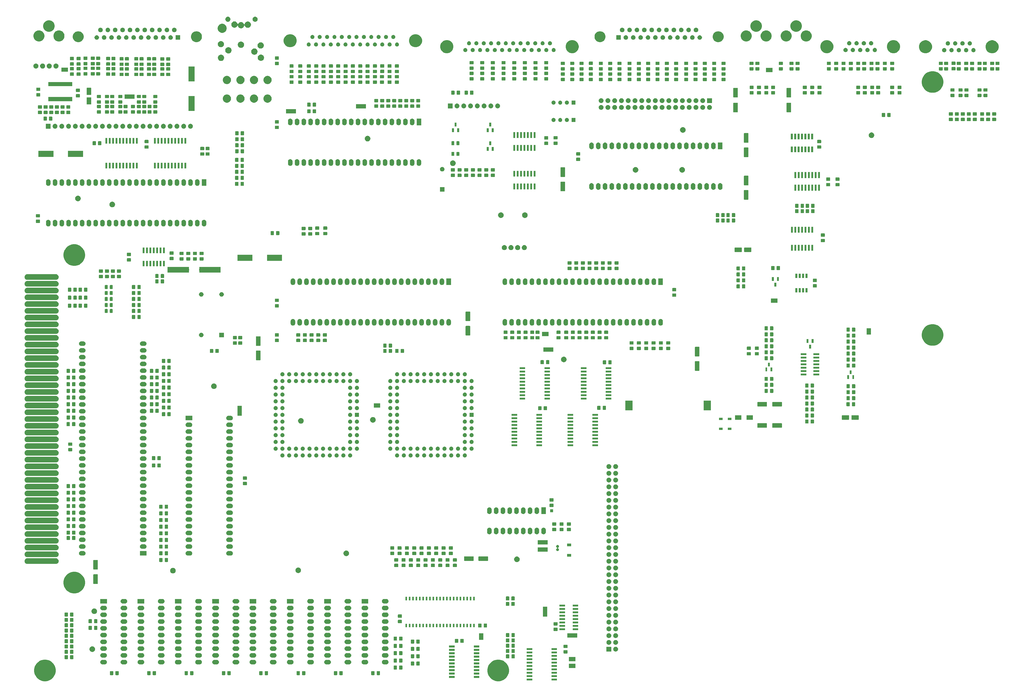
<source format=gbr>
G04 #@! TF.GenerationSoftware,KiCad,Pcbnew,5.1.2-f72e74a~84~ubuntu16.04.1*
G04 #@! TF.CreationDate,2019-10-09T06:48:15+10:00*
G04 #@! TF.ProjectId,SMD500,534d4435-3030-42e6-9b69-6361645f7063,rev?*
G04 #@! TF.SameCoordinates,Original*
G04 #@! TF.FileFunction,Soldermask,Top*
G04 #@! TF.FilePolarity,Negative*
%FSLAX46Y46*%
G04 Gerber Fmt 4.6, Leading zero omitted, Abs format (unit mm)*
G04 Created by KiCad (PCBNEW 5.1.2-f72e74a~84~ubuntu16.04.1) date 2019-10-09 06:48:15*
%MOMM*%
%LPD*%
G04 APERTURE LIST*
%ADD10C,0.100000*%
G04 APERTURE END LIST*
D10*
G36*
X179181632Y-242104677D02*
G01*
X179317607Y-242161000D01*
X179918868Y-242410050D01*
X180582362Y-242853383D01*
X181146617Y-243417638D01*
X181589950Y-244081132D01*
X181705637Y-244360427D01*
X181895323Y-244818368D01*
X182051000Y-245601010D01*
X182051000Y-246398990D01*
X181895323Y-247181632D01*
X181772221Y-247478827D01*
X181589950Y-247918868D01*
X181146617Y-248582362D01*
X180582362Y-249146617D01*
X179918868Y-249589950D01*
X179487005Y-249768833D01*
X179181632Y-249895323D01*
X178398990Y-250051000D01*
X177601010Y-250051000D01*
X176818368Y-249895323D01*
X176512995Y-249768833D01*
X176081132Y-249589950D01*
X175417638Y-249146617D01*
X174853383Y-248582362D01*
X174410050Y-247918868D01*
X174227779Y-247478827D01*
X174104677Y-247181632D01*
X173949000Y-246398990D01*
X173949000Y-245601010D01*
X174104677Y-244818368D01*
X174294363Y-244360427D01*
X174410050Y-244081132D01*
X174853383Y-243417638D01*
X175417638Y-242853383D01*
X176081132Y-242410050D01*
X176682393Y-242161000D01*
X176818368Y-242104677D01*
X177601010Y-241949000D01*
X178398990Y-241949000D01*
X179181632Y-242104677D01*
X179181632Y-242104677D01*
G37*
G36*
X9181632Y-242104677D02*
G01*
X9317607Y-242161000D01*
X9918868Y-242410050D01*
X10582362Y-242853383D01*
X11146617Y-243417638D01*
X11589950Y-244081132D01*
X11705637Y-244360427D01*
X11895323Y-244818368D01*
X12051000Y-245601010D01*
X12051000Y-246398990D01*
X11895323Y-247181632D01*
X11772221Y-247478827D01*
X11589950Y-247918868D01*
X11146617Y-248582362D01*
X10582362Y-249146617D01*
X9918868Y-249589950D01*
X9487005Y-249768833D01*
X9181632Y-249895323D01*
X8398990Y-250051000D01*
X7601010Y-250051000D01*
X6818368Y-249895323D01*
X6512995Y-249768833D01*
X6081132Y-249589950D01*
X5417638Y-249146617D01*
X4853383Y-248582362D01*
X4410050Y-247918868D01*
X4227779Y-247478827D01*
X4104677Y-247181632D01*
X3949000Y-246398990D01*
X3949000Y-245601010D01*
X4104677Y-244818368D01*
X4294363Y-244360427D01*
X4410050Y-244081132D01*
X4853383Y-243417638D01*
X5417638Y-242853383D01*
X6081132Y-242410050D01*
X6682393Y-242161000D01*
X6818368Y-242104677D01*
X7601010Y-241949000D01*
X8398990Y-241949000D01*
X9181632Y-242104677D01*
X9181632Y-242104677D01*
G37*
G36*
X190751000Y-249781000D02*
G01*
X188649000Y-249781000D01*
X188649000Y-249079000D01*
X190751000Y-249079000D01*
X190751000Y-249781000D01*
X190751000Y-249781000D01*
G37*
G36*
X200051000Y-249781000D02*
G01*
X197949000Y-249781000D01*
X197949000Y-249079000D01*
X200051000Y-249079000D01*
X200051000Y-249781000D01*
X200051000Y-249781000D01*
G37*
G36*
X170926000Y-248781000D02*
G01*
X168824000Y-248781000D01*
X168824000Y-248079000D01*
X170926000Y-248079000D01*
X170926000Y-248781000D01*
X170926000Y-248781000D01*
G37*
G36*
X161626000Y-248781000D02*
G01*
X159524000Y-248781000D01*
X159524000Y-248079000D01*
X161626000Y-248079000D01*
X161626000Y-248781000D01*
X161626000Y-248781000D01*
G37*
G36*
X190751000Y-248511000D02*
G01*
X188649000Y-248511000D01*
X188649000Y-247809000D01*
X190751000Y-247809000D01*
X190751000Y-248511000D01*
X190751000Y-248511000D01*
G37*
G36*
X200051000Y-248511000D02*
G01*
X197949000Y-248511000D01*
X197949000Y-247809000D01*
X200051000Y-247809000D01*
X200051000Y-248511000D01*
X200051000Y-248511000D01*
G37*
G36*
X63513674Y-246253465D02*
G01*
X63551367Y-246264899D01*
X63586103Y-246283466D01*
X63616548Y-246308452D01*
X63641534Y-246338897D01*
X63660101Y-246373633D01*
X63671535Y-246411326D01*
X63676000Y-246456661D01*
X63676000Y-247543339D01*
X63671535Y-247588674D01*
X63660101Y-247626367D01*
X63641534Y-247661103D01*
X63616548Y-247691548D01*
X63586103Y-247716534D01*
X63551367Y-247735101D01*
X63513674Y-247746535D01*
X63468339Y-247751000D01*
X62631661Y-247751000D01*
X62586326Y-247746535D01*
X62548633Y-247735101D01*
X62513897Y-247716534D01*
X62483452Y-247691548D01*
X62458466Y-247661103D01*
X62439899Y-247626367D01*
X62428465Y-247588674D01*
X62424000Y-247543339D01*
X62424000Y-246456661D01*
X62428465Y-246411326D01*
X62439899Y-246373633D01*
X62458466Y-246338897D01*
X62483452Y-246308452D01*
X62513897Y-246283466D01*
X62548633Y-246264899D01*
X62586326Y-246253465D01*
X62631661Y-246249000D01*
X63468339Y-246249000D01*
X63513674Y-246253465D01*
X63513674Y-246253465D01*
G37*
G36*
X49513674Y-246253465D02*
G01*
X49551367Y-246264899D01*
X49586103Y-246283466D01*
X49616548Y-246308452D01*
X49641534Y-246338897D01*
X49660101Y-246373633D01*
X49671535Y-246411326D01*
X49676000Y-246456661D01*
X49676000Y-247543339D01*
X49671535Y-247588674D01*
X49660101Y-247626367D01*
X49641534Y-247661103D01*
X49616548Y-247691548D01*
X49586103Y-247716534D01*
X49551367Y-247735101D01*
X49513674Y-247746535D01*
X49468339Y-247751000D01*
X48631661Y-247751000D01*
X48586326Y-247746535D01*
X48548633Y-247735101D01*
X48513897Y-247716534D01*
X48483452Y-247691548D01*
X48458466Y-247661103D01*
X48439899Y-247626367D01*
X48428465Y-247588674D01*
X48424000Y-247543339D01*
X48424000Y-246456661D01*
X48428465Y-246411326D01*
X48439899Y-246373633D01*
X48458466Y-246338897D01*
X48483452Y-246308452D01*
X48513897Y-246283466D01*
X48548633Y-246264899D01*
X48586326Y-246253465D01*
X48631661Y-246249000D01*
X49468339Y-246249000D01*
X49513674Y-246253465D01*
X49513674Y-246253465D01*
G37*
G36*
X47463674Y-246253465D02*
G01*
X47501367Y-246264899D01*
X47536103Y-246283466D01*
X47566548Y-246308452D01*
X47591534Y-246338897D01*
X47610101Y-246373633D01*
X47621535Y-246411326D01*
X47626000Y-246456661D01*
X47626000Y-247543339D01*
X47621535Y-247588674D01*
X47610101Y-247626367D01*
X47591534Y-247661103D01*
X47566548Y-247691548D01*
X47536103Y-247716534D01*
X47501367Y-247735101D01*
X47463674Y-247746535D01*
X47418339Y-247751000D01*
X46581661Y-247751000D01*
X46536326Y-247746535D01*
X46498633Y-247735101D01*
X46463897Y-247716534D01*
X46433452Y-247691548D01*
X46408466Y-247661103D01*
X46389899Y-247626367D01*
X46378465Y-247588674D01*
X46374000Y-247543339D01*
X46374000Y-246456661D01*
X46378465Y-246411326D01*
X46389899Y-246373633D01*
X46408466Y-246338897D01*
X46433452Y-246308452D01*
X46463897Y-246283466D01*
X46498633Y-246264899D01*
X46536326Y-246253465D01*
X46581661Y-246249000D01*
X47418339Y-246249000D01*
X47463674Y-246253465D01*
X47463674Y-246253465D01*
G37*
G36*
X75463674Y-246253465D02*
G01*
X75501367Y-246264899D01*
X75536103Y-246283466D01*
X75566548Y-246308452D01*
X75591534Y-246338897D01*
X75610101Y-246373633D01*
X75621535Y-246411326D01*
X75626000Y-246456661D01*
X75626000Y-247543339D01*
X75621535Y-247588674D01*
X75610101Y-247626367D01*
X75591534Y-247661103D01*
X75566548Y-247691548D01*
X75536103Y-247716534D01*
X75501367Y-247735101D01*
X75463674Y-247746535D01*
X75418339Y-247751000D01*
X74581661Y-247751000D01*
X74536326Y-247746535D01*
X74498633Y-247735101D01*
X74463897Y-247716534D01*
X74433452Y-247691548D01*
X74408466Y-247661103D01*
X74389899Y-247626367D01*
X74378465Y-247588674D01*
X74374000Y-247543339D01*
X74374000Y-246456661D01*
X74378465Y-246411326D01*
X74389899Y-246373633D01*
X74408466Y-246338897D01*
X74433452Y-246308452D01*
X74463897Y-246283466D01*
X74498633Y-246264899D01*
X74536326Y-246253465D01*
X74581661Y-246249000D01*
X75418339Y-246249000D01*
X75463674Y-246253465D01*
X75463674Y-246253465D01*
G37*
G36*
X105513674Y-246253465D02*
G01*
X105551367Y-246264899D01*
X105586103Y-246283466D01*
X105616548Y-246308452D01*
X105641534Y-246338897D01*
X105660101Y-246373633D01*
X105671535Y-246411326D01*
X105676000Y-246456661D01*
X105676000Y-247543339D01*
X105671535Y-247588674D01*
X105660101Y-247626367D01*
X105641534Y-247661103D01*
X105616548Y-247691548D01*
X105586103Y-247716534D01*
X105551367Y-247735101D01*
X105513674Y-247746535D01*
X105468339Y-247751000D01*
X104631661Y-247751000D01*
X104586326Y-247746535D01*
X104548633Y-247735101D01*
X104513897Y-247716534D01*
X104483452Y-247691548D01*
X104458466Y-247661103D01*
X104439899Y-247626367D01*
X104428465Y-247588674D01*
X104424000Y-247543339D01*
X104424000Y-246456661D01*
X104428465Y-246411326D01*
X104439899Y-246373633D01*
X104458466Y-246338897D01*
X104483452Y-246308452D01*
X104513897Y-246283466D01*
X104548633Y-246264899D01*
X104586326Y-246253465D01*
X104631661Y-246249000D01*
X105468339Y-246249000D01*
X105513674Y-246253465D01*
X105513674Y-246253465D01*
G37*
G36*
X103463674Y-246253465D02*
G01*
X103501367Y-246264899D01*
X103536103Y-246283466D01*
X103566548Y-246308452D01*
X103591534Y-246338897D01*
X103610101Y-246373633D01*
X103621535Y-246411326D01*
X103626000Y-246456661D01*
X103626000Y-247543339D01*
X103621535Y-247588674D01*
X103610101Y-247626367D01*
X103591534Y-247661103D01*
X103566548Y-247691548D01*
X103536103Y-247716534D01*
X103501367Y-247735101D01*
X103463674Y-247746535D01*
X103418339Y-247751000D01*
X102581661Y-247751000D01*
X102536326Y-247746535D01*
X102498633Y-247735101D01*
X102463897Y-247716534D01*
X102433452Y-247691548D01*
X102408466Y-247661103D01*
X102389899Y-247626367D01*
X102378465Y-247588674D01*
X102374000Y-247543339D01*
X102374000Y-246456661D01*
X102378465Y-246411326D01*
X102389899Y-246373633D01*
X102408466Y-246338897D01*
X102433452Y-246308452D01*
X102463897Y-246283466D01*
X102498633Y-246264899D01*
X102536326Y-246253465D01*
X102581661Y-246249000D01*
X103418339Y-246249000D01*
X103463674Y-246253465D01*
X103463674Y-246253465D01*
G37*
G36*
X133513674Y-246253465D02*
G01*
X133551367Y-246264899D01*
X133586103Y-246283466D01*
X133616548Y-246308452D01*
X133641534Y-246338897D01*
X133660101Y-246373633D01*
X133671535Y-246411326D01*
X133676000Y-246456661D01*
X133676000Y-247543339D01*
X133671535Y-247588674D01*
X133660101Y-247626367D01*
X133641534Y-247661103D01*
X133616548Y-247691548D01*
X133586103Y-247716534D01*
X133551367Y-247735101D01*
X133513674Y-247746535D01*
X133468339Y-247751000D01*
X132631661Y-247751000D01*
X132586326Y-247746535D01*
X132548633Y-247735101D01*
X132513897Y-247716534D01*
X132483452Y-247691548D01*
X132458466Y-247661103D01*
X132439899Y-247626367D01*
X132428465Y-247588674D01*
X132424000Y-247543339D01*
X132424000Y-246456661D01*
X132428465Y-246411326D01*
X132439899Y-246373633D01*
X132458466Y-246338897D01*
X132483452Y-246308452D01*
X132513897Y-246283466D01*
X132548633Y-246264899D01*
X132586326Y-246253465D01*
X132631661Y-246249000D01*
X133468339Y-246249000D01*
X133513674Y-246253465D01*
X133513674Y-246253465D01*
G37*
G36*
X131463674Y-246253465D02*
G01*
X131501367Y-246264899D01*
X131536103Y-246283466D01*
X131566548Y-246308452D01*
X131591534Y-246338897D01*
X131610101Y-246373633D01*
X131621535Y-246411326D01*
X131626000Y-246456661D01*
X131626000Y-247543339D01*
X131621535Y-247588674D01*
X131610101Y-247626367D01*
X131591534Y-247661103D01*
X131566548Y-247691548D01*
X131536103Y-247716534D01*
X131501367Y-247735101D01*
X131463674Y-247746535D01*
X131418339Y-247751000D01*
X130581661Y-247751000D01*
X130536326Y-247746535D01*
X130498633Y-247735101D01*
X130463897Y-247716534D01*
X130433452Y-247691548D01*
X130408466Y-247661103D01*
X130389899Y-247626367D01*
X130378465Y-247588674D01*
X130374000Y-247543339D01*
X130374000Y-246456661D01*
X130378465Y-246411326D01*
X130389899Y-246373633D01*
X130408466Y-246338897D01*
X130433452Y-246308452D01*
X130463897Y-246283466D01*
X130498633Y-246264899D01*
X130536326Y-246253465D01*
X130581661Y-246249000D01*
X131418339Y-246249000D01*
X131463674Y-246253465D01*
X131463674Y-246253465D01*
G37*
G36*
X35513674Y-246253465D02*
G01*
X35551367Y-246264899D01*
X35586103Y-246283466D01*
X35616548Y-246308452D01*
X35641534Y-246338897D01*
X35660101Y-246373633D01*
X35671535Y-246411326D01*
X35676000Y-246456661D01*
X35676000Y-247543339D01*
X35671535Y-247588674D01*
X35660101Y-247626367D01*
X35641534Y-247661103D01*
X35616548Y-247691548D01*
X35586103Y-247716534D01*
X35551367Y-247735101D01*
X35513674Y-247746535D01*
X35468339Y-247751000D01*
X34631661Y-247751000D01*
X34586326Y-247746535D01*
X34548633Y-247735101D01*
X34513897Y-247716534D01*
X34483452Y-247691548D01*
X34458466Y-247661103D01*
X34439899Y-247626367D01*
X34428465Y-247588674D01*
X34424000Y-247543339D01*
X34424000Y-246456661D01*
X34428465Y-246411326D01*
X34439899Y-246373633D01*
X34458466Y-246338897D01*
X34483452Y-246308452D01*
X34513897Y-246283466D01*
X34548633Y-246264899D01*
X34586326Y-246253465D01*
X34631661Y-246249000D01*
X35468339Y-246249000D01*
X35513674Y-246253465D01*
X35513674Y-246253465D01*
G37*
G36*
X33463674Y-246253465D02*
G01*
X33501367Y-246264899D01*
X33536103Y-246283466D01*
X33566548Y-246308452D01*
X33591534Y-246338897D01*
X33610101Y-246373633D01*
X33621535Y-246411326D01*
X33626000Y-246456661D01*
X33626000Y-247543339D01*
X33621535Y-247588674D01*
X33610101Y-247626367D01*
X33591534Y-247661103D01*
X33566548Y-247691548D01*
X33536103Y-247716534D01*
X33501367Y-247735101D01*
X33463674Y-247746535D01*
X33418339Y-247751000D01*
X32581661Y-247751000D01*
X32536326Y-247746535D01*
X32498633Y-247735101D01*
X32463897Y-247716534D01*
X32433452Y-247691548D01*
X32408466Y-247661103D01*
X32389899Y-247626367D01*
X32378465Y-247588674D01*
X32374000Y-247543339D01*
X32374000Y-246456661D01*
X32378465Y-246411326D01*
X32389899Y-246373633D01*
X32408466Y-246338897D01*
X32433452Y-246308452D01*
X32463897Y-246283466D01*
X32498633Y-246264899D01*
X32536326Y-246253465D01*
X32581661Y-246249000D01*
X33418339Y-246249000D01*
X33463674Y-246253465D01*
X33463674Y-246253465D01*
G37*
G36*
X61463674Y-246253465D02*
G01*
X61501367Y-246264899D01*
X61536103Y-246283466D01*
X61566548Y-246308452D01*
X61591534Y-246338897D01*
X61610101Y-246373633D01*
X61621535Y-246411326D01*
X61626000Y-246456661D01*
X61626000Y-247543339D01*
X61621535Y-247588674D01*
X61610101Y-247626367D01*
X61591534Y-247661103D01*
X61566548Y-247691548D01*
X61536103Y-247716534D01*
X61501367Y-247735101D01*
X61463674Y-247746535D01*
X61418339Y-247751000D01*
X60581661Y-247751000D01*
X60536326Y-247746535D01*
X60498633Y-247735101D01*
X60463897Y-247716534D01*
X60433452Y-247691548D01*
X60408466Y-247661103D01*
X60389899Y-247626367D01*
X60378465Y-247588674D01*
X60374000Y-247543339D01*
X60374000Y-246456661D01*
X60378465Y-246411326D01*
X60389899Y-246373633D01*
X60408466Y-246338897D01*
X60433452Y-246308452D01*
X60463897Y-246283466D01*
X60498633Y-246264899D01*
X60536326Y-246253465D01*
X60581661Y-246249000D01*
X61418339Y-246249000D01*
X61463674Y-246253465D01*
X61463674Y-246253465D01*
G37*
G36*
X91513674Y-246253465D02*
G01*
X91551367Y-246264899D01*
X91586103Y-246283466D01*
X91616548Y-246308452D01*
X91641534Y-246338897D01*
X91660101Y-246373633D01*
X91671535Y-246411326D01*
X91676000Y-246456661D01*
X91676000Y-247543339D01*
X91671535Y-247588674D01*
X91660101Y-247626367D01*
X91641534Y-247661103D01*
X91616548Y-247691548D01*
X91586103Y-247716534D01*
X91551367Y-247735101D01*
X91513674Y-247746535D01*
X91468339Y-247751000D01*
X90631661Y-247751000D01*
X90586326Y-247746535D01*
X90548633Y-247735101D01*
X90513897Y-247716534D01*
X90483452Y-247691548D01*
X90458466Y-247661103D01*
X90439899Y-247626367D01*
X90428465Y-247588674D01*
X90424000Y-247543339D01*
X90424000Y-246456661D01*
X90428465Y-246411326D01*
X90439899Y-246373633D01*
X90458466Y-246338897D01*
X90483452Y-246308452D01*
X90513897Y-246283466D01*
X90548633Y-246264899D01*
X90586326Y-246253465D01*
X90631661Y-246249000D01*
X91468339Y-246249000D01*
X91513674Y-246253465D01*
X91513674Y-246253465D01*
G37*
G36*
X89463674Y-246253465D02*
G01*
X89501367Y-246264899D01*
X89536103Y-246283466D01*
X89566548Y-246308452D01*
X89591534Y-246338897D01*
X89610101Y-246373633D01*
X89621535Y-246411326D01*
X89626000Y-246456661D01*
X89626000Y-247543339D01*
X89621535Y-247588674D01*
X89610101Y-247626367D01*
X89591534Y-247661103D01*
X89566548Y-247691548D01*
X89536103Y-247716534D01*
X89501367Y-247735101D01*
X89463674Y-247746535D01*
X89418339Y-247751000D01*
X88581661Y-247751000D01*
X88536326Y-247746535D01*
X88498633Y-247735101D01*
X88463897Y-247716534D01*
X88433452Y-247691548D01*
X88408466Y-247661103D01*
X88389899Y-247626367D01*
X88378465Y-247588674D01*
X88374000Y-247543339D01*
X88374000Y-246456661D01*
X88378465Y-246411326D01*
X88389899Y-246373633D01*
X88408466Y-246338897D01*
X88433452Y-246308452D01*
X88463897Y-246283466D01*
X88498633Y-246264899D01*
X88536326Y-246253465D01*
X88581661Y-246249000D01*
X89418339Y-246249000D01*
X89463674Y-246253465D01*
X89463674Y-246253465D01*
G37*
G36*
X119513674Y-246253465D02*
G01*
X119551367Y-246264899D01*
X119586103Y-246283466D01*
X119616548Y-246308452D01*
X119641534Y-246338897D01*
X119660101Y-246373633D01*
X119671535Y-246411326D01*
X119676000Y-246456661D01*
X119676000Y-247543339D01*
X119671535Y-247588674D01*
X119660101Y-247626367D01*
X119641534Y-247661103D01*
X119616548Y-247691548D01*
X119586103Y-247716534D01*
X119551367Y-247735101D01*
X119513674Y-247746535D01*
X119468339Y-247751000D01*
X118631661Y-247751000D01*
X118586326Y-247746535D01*
X118548633Y-247735101D01*
X118513897Y-247716534D01*
X118483452Y-247691548D01*
X118458466Y-247661103D01*
X118439899Y-247626367D01*
X118428465Y-247588674D01*
X118424000Y-247543339D01*
X118424000Y-246456661D01*
X118428465Y-246411326D01*
X118439899Y-246373633D01*
X118458466Y-246338897D01*
X118483452Y-246308452D01*
X118513897Y-246283466D01*
X118548633Y-246264899D01*
X118586326Y-246253465D01*
X118631661Y-246249000D01*
X119468339Y-246249000D01*
X119513674Y-246253465D01*
X119513674Y-246253465D01*
G37*
G36*
X117463674Y-246253465D02*
G01*
X117501367Y-246264899D01*
X117536103Y-246283466D01*
X117566548Y-246308452D01*
X117591534Y-246338897D01*
X117610101Y-246373633D01*
X117621535Y-246411326D01*
X117626000Y-246456661D01*
X117626000Y-247543339D01*
X117621535Y-247588674D01*
X117610101Y-247626367D01*
X117591534Y-247661103D01*
X117566548Y-247691548D01*
X117536103Y-247716534D01*
X117501367Y-247735101D01*
X117463674Y-247746535D01*
X117418339Y-247751000D01*
X116581661Y-247751000D01*
X116536326Y-247746535D01*
X116498633Y-247735101D01*
X116463897Y-247716534D01*
X116433452Y-247691548D01*
X116408466Y-247661103D01*
X116389899Y-247626367D01*
X116378465Y-247588674D01*
X116374000Y-247543339D01*
X116374000Y-246456661D01*
X116378465Y-246411326D01*
X116389899Y-246373633D01*
X116408466Y-246338897D01*
X116433452Y-246308452D01*
X116463897Y-246283466D01*
X116498633Y-246264899D01*
X116536326Y-246253465D01*
X116581661Y-246249000D01*
X117418339Y-246249000D01*
X117463674Y-246253465D01*
X117463674Y-246253465D01*
G37*
G36*
X77513674Y-246253465D02*
G01*
X77551367Y-246264899D01*
X77586103Y-246283466D01*
X77616548Y-246308452D01*
X77641534Y-246338897D01*
X77660101Y-246373633D01*
X77671535Y-246411326D01*
X77676000Y-246456661D01*
X77676000Y-247543339D01*
X77671535Y-247588674D01*
X77660101Y-247626367D01*
X77641534Y-247661103D01*
X77616548Y-247691548D01*
X77586103Y-247716534D01*
X77551367Y-247735101D01*
X77513674Y-247746535D01*
X77468339Y-247751000D01*
X76631661Y-247751000D01*
X76586326Y-247746535D01*
X76548633Y-247735101D01*
X76513897Y-247716534D01*
X76483452Y-247691548D01*
X76458466Y-247661103D01*
X76439899Y-247626367D01*
X76428465Y-247588674D01*
X76424000Y-247543339D01*
X76424000Y-246456661D01*
X76428465Y-246411326D01*
X76439899Y-246373633D01*
X76458466Y-246338897D01*
X76483452Y-246308452D01*
X76513897Y-246283466D01*
X76548633Y-246264899D01*
X76586326Y-246253465D01*
X76631661Y-246249000D01*
X77468339Y-246249000D01*
X77513674Y-246253465D01*
X77513674Y-246253465D01*
G37*
G36*
X161626000Y-247511000D02*
G01*
X159524000Y-247511000D01*
X159524000Y-246809000D01*
X161626000Y-246809000D01*
X161626000Y-247511000D01*
X161626000Y-247511000D01*
G37*
G36*
X170926000Y-247511000D02*
G01*
X168824000Y-247511000D01*
X168824000Y-246809000D01*
X170926000Y-246809000D01*
X170926000Y-247511000D01*
X170926000Y-247511000D01*
G37*
G36*
X190751000Y-247241000D02*
G01*
X188649000Y-247241000D01*
X188649000Y-246539000D01*
X190751000Y-246539000D01*
X190751000Y-247241000D01*
X190751000Y-247241000D01*
G37*
G36*
X200051000Y-247241000D02*
G01*
X197949000Y-247241000D01*
X197949000Y-246539000D01*
X200051000Y-246539000D01*
X200051000Y-247241000D01*
X200051000Y-247241000D01*
G37*
G36*
X161626000Y-246241000D02*
G01*
X159524000Y-246241000D01*
X159524000Y-245539000D01*
X161626000Y-245539000D01*
X161626000Y-246241000D01*
X161626000Y-246241000D01*
G37*
G36*
X170926000Y-246241000D02*
G01*
X168824000Y-246241000D01*
X168824000Y-245539000D01*
X170926000Y-245539000D01*
X170926000Y-246241000D01*
X170926000Y-246241000D01*
G37*
G36*
X190751000Y-245971000D02*
G01*
X188649000Y-245971000D01*
X188649000Y-245269000D01*
X190751000Y-245269000D01*
X190751000Y-245971000D01*
X190751000Y-245971000D01*
G37*
G36*
X200051000Y-245971000D02*
G01*
X197949000Y-245971000D01*
X197949000Y-245269000D01*
X200051000Y-245269000D01*
X200051000Y-245971000D01*
X200051000Y-245971000D01*
G37*
G36*
X141913674Y-244153465D02*
G01*
X141951367Y-244164899D01*
X141986103Y-244183466D01*
X142016548Y-244208452D01*
X142041534Y-244238897D01*
X142060101Y-244273633D01*
X142071535Y-244311326D01*
X142076000Y-244356661D01*
X142076000Y-245443339D01*
X142071535Y-245488674D01*
X142060101Y-245526367D01*
X142041534Y-245561103D01*
X142016548Y-245591548D01*
X141986103Y-245616534D01*
X141951367Y-245635101D01*
X141913674Y-245646535D01*
X141868339Y-245651000D01*
X141031661Y-245651000D01*
X140986326Y-245646535D01*
X140948633Y-245635101D01*
X140913897Y-245616534D01*
X140883452Y-245591548D01*
X140858466Y-245561103D01*
X140839899Y-245526367D01*
X140828465Y-245488674D01*
X140824000Y-245443339D01*
X140824000Y-244356661D01*
X140828465Y-244311326D01*
X140839899Y-244273633D01*
X140858466Y-244238897D01*
X140883452Y-244208452D01*
X140913897Y-244183466D01*
X140948633Y-244164899D01*
X140986326Y-244153465D01*
X141031661Y-244149000D01*
X141868339Y-244149000D01*
X141913674Y-244153465D01*
X141913674Y-244153465D01*
G37*
G36*
X139863674Y-244153465D02*
G01*
X139901367Y-244164899D01*
X139936103Y-244183466D01*
X139966548Y-244208452D01*
X139991534Y-244238897D01*
X140010101Y-244273633D01*
X140021535Y-244311326D01*
X140026000Y-244356661D01*
X140026000Y-245443339D01*
X140021535Y-245488674D01*
X140010101Y-245526367D01*
X139991534Y-245561103D01*
X139966548Y-245591548D01*
X139936103Y-245616534D01*
X139901367Y-245635101D01*
X139863674Y-245646535D01*
X139818339Y-245651000D01*
X138981661Y-245651000D01*
X138936326Y-245646535D01*
X138898633Y-245635101D01*
X138863897Y-245616534D01*
X138833452Y-245591548D01*
X138808466Y-245561103D01*
X138789899Y-245526367D01*
X138778465Y-245488674D01*
X138774000Y-245443339D01*
X138774000Y-244356661D01*
X138778465Y-244311326D01*
X138789899Y-244273633D01*
X138808466Y-244238897D01*
X138833452Y-244208452D01*
X138863897Y-244183466D01*
X138898633Y-244164899D01*
X138936326Y-244153465D01*
X138981661Y-244149000D01*
X139818339Y-244149000D01*
X139863674Y-244153465D01*
X139863674Y-244153465D01*
G37*
G36*
X206926000Y-245051000D02*
G01*
X204524000Y-245051000D01*
X204524000Y-243449000D01*
X206926000Y-243449000D01*
X206926000Y-245051000D01*
X206926000Y-245051000D01*
G37*
G36*
X161626000Y-244971000D02*
G01*
X159524000Y-244971000D01*
X159524000Y-244269000D01*
X161626000Y-244269000D01*
X161626000Y-244971000D01*
X161626000Y-244971000D01*
G37*
G36*
X170926000Y-244971000D02*
G01*
X168824000Y-244971000D01*
X168824000Y-244269000D01*
X170926000Y-244269000D01*
X170926000Y-244971000D01*
X170926000Y-244971000D01*
G37*
G36*
X200051000Y-244701000D02*
G01*
X197949000Y-244701000D01*
X197949000Y-243999000D01*
X200051000Y-243999000D01*
X200051000Y-244701000D01*
X200051000Y-244701000D01*
G37*
G36*
X190751000Y-244701000D02*
G01*
X188649000Y-244701000D01*
X188649000Y-243999000D01*
X190751000Y-243999000D01*
X190751000Y-244701000D01*
X190751000Y-244701000D01*
G37*
G36*
X148388674Y-242653465D02*
G01*
X148426367Y-242664899D01*
X148461103Y-242683466D01*
X148491548Y-242708452D01*
X148516534Y-242738897D01*
X148535101Y-242773633D01*
X148546535Y-242811326D01*
X148551000Y-242856661D01*
X148551000Y-243943339D01*
X148546535Y-243988674D01*
X148535101Y-244026367D01*
X148516534Y-244061103D01*
X148491548Y-244091548D01*
X148461103Y-244116534D01*
X148426367Y-244135101D01*
X148388674Y-244146535D01*
X148343339Y-244151000D01*
X147506661Y-244151000D01*
X147461326Y-244146535D01*
X147423633Y-244135101D01*
X147388897Y-244116534D01*
X147358452Y-244091548D01*
X147333466Y-244061103D01*
X147314899Y-244026367D01*
X147303465Y-243988674D01*
X147299000Y-243943339D01*
X147299000Y-242856661D01*
X147303465Y-242811326D01*
X147314899Y-242773633D01*
X147333466Y-242738897D01*
X147358452Y-242708452D01*
X147388897Y-242683466D01*
X147423633Y-242664899D01*
X147461326Y-242653465D01*
X147506661Y-242649000D01*
X148343339Y-242649000D01*
X148388674Y-242653465D01*
X148388674Y-242653465D01*
G37*
G36*
X146338674Y-242653465D02*
G01*
X146376367Y-242664899D01*
X146411103Y-242683466D01*
X146441548Y-242708452D01*
X146466534Y-242738897D01*
X146485101Y-242773633D01*
X146496535Y-242811326D01*
X146501000Y-242856661D01*
X146501000Y-243943339D01*
X146496535Y-243988674D01*
X146485101Y-244026367D01*
X146466534Y-244061103D01*
X146441548Y-244091548D01*
X146411103Y-244116534D01*
X146376367Y-244135101D01*
X146338674Y-244146535D01*
X146293339Y-244151000D01*
X145456661Y-244151000D01*
X145411326Y-244146535D01*
X145373633Y-244135101D01*
X145338897Y-244116534D01*
X145308452Y-244091548D01*
X145283466Y-244061103D01*
X145264899Y-244026367D01*
X145253465Y-243988674D01*
X145249000Y-243943339D01*
X145249000Y-242856661D01*
X145253465Y-242811326D01*
X145264899Y-242773633D01*
X145283466Y-242738897D01*
X145308452Y-242708452D01*
X145338897Y-242683466D01*
X145373633Y-242664899D01*
X145411326Y-242653465D01*
X145456661Y-242649000D01*
X146293339Y-242649000D01*
X146338674Y-242653465D01*
X146338674Y-242653465D01*
G37*
G36*
X114566823Y-242021313D02*
G01*
X114727242Y-242069976D01*
X114859906Y-242140886D01*
X114875078Y-242148996D01*
X115004659Y-242255341D01*
X115111004Y-242384922D01*
X115111005Y-242384924D01*
X115190024Y-242532758D01*
X115238687Y-242693177D01*
X115255117Y-242860000D01*
X115238687Y-243026823D01*
X115190024Y-243187242D01*
X115163261Y-243237312D01*
X115111004Y-243335078D01*
X115004659Y-243464659D01*
X114875078Y-243571004D01*
X114875076Y-243571005D01*
X114727242Y-243650024D01*
X114566823Y-243698687D01*
X114441804Y-243711000D01*
X113558196Y-243711000D01*
X113433177Y-243698687D01*
X113272758Y-243650024D01*
X113124924Y-243571005D01*
X113124922Y-243571004D01*
X112995341Y-243464659D01*
X112888996Y-243335078D01*
X112836739Y-243237312D01*
X112809976Y-243187242D01*
X112761313Y-243026823D01*
X112744883Y-242860000D01*
X112761313Y-242693177D01*
X112809976Y-242532758D01*
X112888995Y-242384924D01*
X112888996Y-242384922D01*
X112995341Y-242255341D01*
X113124922Y-242148996D01*
X113140094Y-242140886D01*
X113272758Y-242069976D01*
X113433177Y-242021313D01*
X113558196Y-242009000D01*
X114441804Y-242009000D01*
X114566823Y-242021313D01*
X114566823Y-242021313D01*
G37*
G36*
X86566823Y-242021313D02*
G01*
X86727242Y-242069976D01*
X86859906Y-242140886D01*
X86875078Y-242148996D01*
X87004659Y-242255341D01*
X87111004Y-242384922D01*
X87111005Y-242384924D01*
X87190024Y-242532758D01*
X87238687Y-242693177D01*
X87255117Y-242860000D01*
X87238687Y-243026823D01*
X87190024Y-243187242D01*
X87163261Y-243237312D01*
X87111004Y-243335078D01*
X87004659Y-243464659D01*
X86875078Y-243571004D01*
X86875076Y-243571005D01*
X86727242Y-243650024D01*
X86566823Y-243698687D01*
X86441804Y-243711000D01*
X85558196Y-243711000D01*
X85433177Y-243698687D01*
X85272758Y-243650024D01*
X85124924Y-243571005D01*
X85124922Y-243571004D01*
X84995341Y-243464659D01*
X84888996Y-243335078D01*
X84836739Y-243237312D01*
X84809976Y-243187242D01*
X84761313Y-243026823D01*
X84744883Y-242860000D01*
X84761313Y-242693177D01*
X84809976Y-242532758D01*
X84888995Y-242384924D01*
X84888996Y-242384922D01*
X84995341Y-242255341D01*
X85124922Y-242148996D01*
X85140094Y-242140886D01*
X85272758Y-242069976D01*
X85433177Y-242021313D01*
X85558196Y-242009000D01*
X86441804Y-242009000D01*
X86566823Y-242021313D01*
X86566823Y-242021313D01*
G37*
G36*
X94186823Y-242021313D02*
G01*
X94347242Y-242069976D01*
X94479906Y-242140886D01*
X94495078Y-242148996D01*
X94624659Y-242255341D01*
X94731004Y-242384922D01*
X94731005Y-242384924D01*
X94810024Y-242532758D01*
X94858687Y-242693177D01*
X94875117Y-242860000D01*
X94858687Y-243026823D01*
X94810024Y-243187242D01*
X94783261Y-243237312D01*
X94731004Y-243335078D01*
X94624659Y-243464659D01*
X94495078Y-243571004D01*
X94495076Y-243571005D01*
X94347242Y-243650024D01*
X94186823Y-243698687D01*
X94061804Y-243711000D01*
X93178196Y-243711000D01*
X93053177Y-243698687D01*
X92892758Y-243650024D01*
X92744924Y-243571005D01*
X92744922Y-243571004D01*
X92615341Y-243464659D01*
X92508996Y-243335078D01*
X92456739Y-243237312D01*
X92429976Y-243187242D01*
X92381313Y-243026823D01*
X92364883Y-242860000D01*
X92381313Y-242693177D01*
X92429976Y-242532758D01*
X92508995Y-242384924D01*
X92508996Y-242384922D01*
X92615341Y-242255341D01*
X92744922Y-242148996D01*
X92760094Y-242140886D01*
X92892758Y-242069976D01*
X93053177Y-242021313D01*
X93178196Y-242009000D01*
X94061804Y-242009000D01*
X94186823Y-242021313D01*
X94186823Y-242021313D01*
G37*
G36*
X128566823Y-242021313D02*
G01*
X128727242Y-242069976D01*
X128859906Y-242140886D01*
X128875078Y-242148996D01*
X129004659Y-242255341D01*
X129111004Y-242384922D01*
X129111005Y-242384924D01*
X129190024Y-242532758D01*
X129238687Y-242693177D01*
X129255117Y-242860000D01*
X129238687Y-243026823D01*
X129190024Y-243187242D01*
X129163261Y-243237312D01*
X129111004Y-243335078D01*
X129004659Y-243464659D01*
X128875078Y-243571004D01*
X128875076Y-243571005D01*
X128727242Y-243650024D01*
X128566823Y-243698687D01*
X128441804Y-243711000D01*
X127558196Y-243711000D01*
X127433177Y-243698687D01*
X127272758Y-243650024D01*
X127124924Y-243571005D01*
X127124922Y-243571004D01*
X126995341Y-243464659D01*
X126888996Y-243335078D01*
X126836739Y-243237312D01*
X126809976Y-243187242D01*
X126761313Y-243026823D01*
X126744883Y-242860000D01*
X126761313Y-242693177D01*
X126809976Y-242532758D01*
X126888995Y-242384924D01*
X126888996Y-242384922D01*
X126995341Y-242255341D01*
X127124922Y-242148996D01*
X127140094Y-242140886D01*
X127272758Y-242069976D01*
X127433177Y-242021313D01*
X127558196Y-242009000D01*
X128441804Y-242009000D01*
X128566823Y-242021313D01*
X128566823Y-242021313D01*
G37*
G36*
X136186823Y-242021313D02*
G01*
X136347242Y-242069976D01*
X136479906Y-242140886D01*
X136495078Y-242148996D01*
X136624659Y-242255341D01*
X136731004Y-242384922D01*
X136731005Y-242384924D01*
X136810024Y-242532758D01*
X136858687Y-242693177D01*
X136875117Y-242860000D01*
X136858687Y-243026823D01*
X136810024Y-243187242D01*
X136783261Y-243237312D01*
X136731004Y-243335078D01*
X136624659Y-243464659D01*
X136495078Y-243571004D01*
X136495076Y-243571005D01*
X136347242Y-243650024D01*
X136186823Y-243698687D01*
X136061804Y-243711000D01*
X135178196Y-243711000D01*
X135053177Y-243698687D01*
X134892758Y-243650024D01*
X134744924Y-243571005D01*
X134744922Y-243571004D01*
X134615341Y-243464659D01*
X134508996Y-243335078D01*
X134456739Y-243237312D01*
X134429976Y-243187242D01*
X134381313Y-243026823D01*
X134364883Y-242860000D01*
X134381313Y-242693177D01*
X134429976Y-242532758D01*
X134508995Y-242384924D01*
X134508996Y-242384922D01*
X134615341Y-242255341D01*
X134744922Y-242148996D01*
X134760094Y-242140886D01*
X134892758Y-242069976D01*
X135053177Y-242021313D01*
X135178196Y-242009000D01*
X136061804Y-242009000D01*
X136186823Y-242021313D01*
X136186823Y-242021313D01*
G37*
G36*
X80186823Y-242021313D02*
G01*
X80347242Y-242069976D01*
X80479906Y-242140886D01*
X80495078Y-242148996D01*
X80624659Y-242255341D01*
X80731004Y-242384922D01*
X80731005Y-242384924D01*
X80810024Y-242532758D01*
X80858687Y-242693177D01*
X80875117Y-242860000D01*
X80858687Y-243026823D01*
X80810024Y-243187242D01*
X80783261Y-243237312D01*
X80731004Y-243335078D01*
X80624659Y-243464659D01*
X80495078Y-243571004D01*
X80495076Y-243571005D01*
X80347242Y-243650024D01*
X80186823Y-243698687D01*
X80061804Y-243711000D01*
X79178196Y-243711000D01*
X79053177Y-243698687D01*
X78892758Y-243650024D01*
X78744924Y-243571005D01*
X78744922Y-243571004D01*
X78615341Y-243464659D01*
X78508996Y-243335078D01*
X78456739Y-243237312D01*
X78429976Y-243187242D01*
X78381313Y-243026823D01*
X78364883Y-242860000D01*
X78381313Y-242693177D01*
X78429976Y-242532758D01*
X78508995Y-242384924D01*
X78508996Y-242384922D01*
X78615341Y-242255341D01*
X78744922Y-242148996D01*
X78760094Y-242140886D01*
X78892758Y-242069976D01*
X79053177Y-242021313D01*
X79178196Y-242009000D01*
X80061804Y-242009000D01*
X80186823Y-242021313D01*
X80186823Y-242021313D01*
G37*
G36*
X30566823Y-242021313D02*
G01*
X30727242Y-242069976D01*
X30859906Y-242140886D01*
X30875078Y-242148996D01*
X31004659Y-242255341D01*
X31111004Y-242384922D01*
X31111005Y-242384924D01*
X31190024Y-242532758D01*
X31238687Y-242693177D01*
X31255117Y-242860000D01*
X31238687Y-243026823D01*
X31190024Y-243187242D01*
X31163261Y-243237312D01*
X31111004Y-243335078D01*
X31004659Y-243464659D01*
X30875078Y-243571004D01*
X30875076Y-243571005D01*
X30727242Y-243650024D01*
X30566823Y-243698687D01*
X30441804Y-243711000D01*
X29558196Y-243711000D01*
X29433177Y-243698687D01*
X29272758Y-243650024D01*
X29124924Y-243571005D01*
X29124922Y-243571004D01*
X28995341Y-243464659D01*
X28888996Y-243335078D01*
X28836739Y-243237312D01*
X28809976Y-243187242D01*
X28761313Y-243026823D01*
X28744883Y-242860000D01*
X28761313Y-242693177D01*
X28809976Y-242532758D01*
X28888995Y-242384924D01*
X28888996Y-242384922D01*
X28995341Y-242255341D01*
X29124922Y-242148996D01*
X29140094Y-242140886D01*
X29272758Y-242069976D01*
X29433177Y-242021313D01*
X29558196Y-242009000D01*
X30441804Y-242009000D01*
X30566823Y-242021313D01*
X30566823Y-242021313D01*
G37*
G36*
X108186823Y-242021313D02*
G01*
X108347242Y-242069976D01*
X108479906Y-242140886D01*
X108495078Y-242148996D01*
X108624659Y-242255341D01*
X108731004Y-242384922D01*
X108731005Y-242384924D01*
X108810024Y-242532758D01*
X108858687Y-242693177D01*
X108875117Y-242860000D01*
X108858687Y-243026823D01*
X108810024Y-243187242D01*
X108783261Y-243237312D01*
X108731004Y-243335078D01*
X108624659Y-243464659D01*
X108495078Y-243571004D01*
X108495076Y-243571005D01*
X108347242Y-243650024D01*
X108186823Y-243698687D01*
X108061804Y-243711000D01*
X107178196Y-243711000D01*
X107053177Y-243698687D01*
X106892758Y-243650024D01*
X106744924Y-243571005D01*
X106744922Y-243571004D01*
X106615341Y-243464659D01*
X106508996Y-243335078D01*
X106456739Y-243237312D01*
X106429976Y-243187242D01*
X106381313Y-243026823D01*
X106364883Y-242860000D01*
X106381313Y-242693177D01*
X106429976Y-242532758D01*
X106508995Y-242384924D01*
X106508996Y-242384922D01*
X106615341Y-242255341D01*
X106744922Y-242148996D01*
X106760094Y-242140886D01*
X106892758Y-242069976D01*
X107053177Y-242021313D01*
X107178196Y-242009000D01*
X108061804Y-242009000D01*
X108186823Y-242021313D01*
X108186823Y-242021313D01*
G37*
G36*
X52186823Y-242021313D02*
G01*
X52347242Y-242069976D01*
X52479906Y-242140886D01*
X52495078Y-242148996D01*
X52624659Y-242255341D01*
X52731004Y-242384922D01*
X52731005Y-242384924D01*
X52810024Y-242532758D01*
X52858687Y-242693177D01*
X52875117Y-242860000D01*
X52858687Y-243026823D01*
X52810024Y-243187242D01*
X52783261Y-243237312D01*
X52731004Y-243335078D01*
X52624659Y-243464659D01*
X52495078Y-243571004D01*
X52495076Y-243571005D01*
X52347242Y-243650024D01*
X52186823Y-243698687D01*
X52061804Y-243711000D01*
X51178196Y-243711000D01*
X51053177Y-243698687D01*
X50892758Y-243650024D01*
X50744924Y-243571005D01*
X50744922Y-243571004D01*
X50615341Y-243464659D01*
X50508996Y-243335078D01*
X50456739Y-243237312D01*
X50429976Y-243187242D01*
X50381313Y-243026823D01*
X50364883Y-242860000D01*
X50381313Y-242693177D01*
X50429976Y-242532758D01*
X50508995Y-242384924D01*
X50508996Y-242384922D01*
X50615341Y-242255341D01*
X50744922Y-242148996D01*
X50760094Y-242140886D01*
X50892758Y-242069976D01*
X51053177Y-242021313D01*
X51178196Y-242009000D01*
X52061804Y-242009000D01*
X52186823Y-242021313D01*
X52186823Y-242021313D01*
G37*
G36*
X58566823Y-242021313D02*
G01*
X58727242Y-242069976D01*
X58859906Y-242140886D01*
X58875078Y-242148996D01*
X59004659Y-242255341D01*
X59111004Y-242384922D01*
X59111005Y-242384924D01*
X59190024Y-242532758D01*
X59238687Y-242693177D01*
X59255117Y-242860000D01*
X59238687Y-243026823D01*
X59190024Y-243187242D01*
X59163261Y-243237312D01*
X59111004Y-243335078D01*
X59004659Y-243464659D01*
X58875078Y-243571004D01*
X58875076Y-243571005D01*
X58727242Y-243650024D01*
X58566823Y-243698687D01*
X58441804Y-243711000D01*
X57558196Y-243711000D01*
X57433177Y-243698687D01*
X57272758Y-243650024D01*
X57124924Y-243571005D01*
X57124922Y-243571004D01*
X56995341Y-243464659D01*
X56888996Y-243335078D01*
X56836739Y-243237312D01*
X56809976Y-243187242D01*
X56761313Y-243026823D01*
X56744883Y-242860000D01*
X56761313Y-242693177D01*
X56809976Y-242532758D01*
X56888995Y-242384924D01*
X56888996Y-242384922D01*
X56995341Y-242255341D01*
X57124922Y-242148996D01*
X57140094Y-242140886D01*
X57272758Y-242069976D01*
X57433177Y-242021313D01*
X57558196Y-242009000D01*
X58441804Y-242009000D01*
X58566823Y-242021313D01*
X58566823Y-242021313D01*
G37*
G36*
X66186823Y-242021313D02*
G01*
X66347242Y-242069976D01*
X66479906Y-242140886D01*
X66495078Y-242148996D01*
X66624659Y-242255341D01*
X66731004Y-242384922D01*
X66731005Y-242384924D01*
X66810024Y-242532758D01*
X66858687Y-242693177D01*
X66875117Y-242860000D01*
X66858687Y-243026823D01*
X66810024Y-243187242D01*
X66783261Y-243237312D01*
X66731004Y-243335078D01*
X66624659Y-243464659D01*
X66495078Y-243571004D01*
X66495076Y-243571005D01*
X66347242Y-243650024D01*
X66186823Y-243698687D01*
X66061804Y-243711000D01*
X65178196Y-243711000D01*
X65053177Y-243698687D01*
X64892758Y-243650024D01*
X64744924Y-243571005D01*
X64744922Y-243571004D01*
X64615341Y-243464659D01*
X64508996Y-243335078D01*
X64456739Y-243237312D01*
X64429976Y-243187242D01*
X64381313Y-243026823D01*
X64364883Y-242860000D01*
X64381313Y-242693177D01*
X64429976Y-242532758D01*
X64508995Y-242384924D01*
X64508996Y-242384922D01*
X64615341Y-242255341D01*
X64744922Y-242148996D01*
X64760094Y-242140886D01*
X64892758Y-242069976D01*
X65053177Y-242021313D01*
X65178196Y-242009000D01*
X66061804Y-242009000D01*
X66186823Y-242021313D01*
X66186823Y-242021313D01*
G37*
G36*
X72566823Y-242021313D02*
G01*
X72727242Y-242069976D01*
X72859906Y-242140886D01*
X72875078Y-242148996D01*
X73004659Y-242255341D01*
X73111004Y-242384922D01*
X73111005Y-242384924D01*
X73190024Y-242532758D01*
X73238687Y-242693177D01*
X73255117Y-242860000D01*
X73238687Y-243026823D01*
X73190024Y-243187242D01*
X73163261Y-243237312D01*
X73111004Y-243335078D01*
X73004659Y-243464659D01*
X72875078Y-243571004D01*
X72875076Y-243571005D01*
X72727242Y-243650024D01*
X72566823Y-243698687D01*
X72441804Y-243711000D01*
X71558196Y-243711000D01*
X71433177Y-243698687D01*
X71272758Y-243650024D01*
X71124924Y-243571005D01*
X71124922Y-243571004D01*
X70995341Y-243464659D01*
X70888996Y-243335078D01*
X70836739Y-243237312D01*
X70809976Y-243187242D01*
X70761313Y-243026823D01*
X70744883Y-242860000D01*
X70761313Y-242693177D01*
X70809976Y-242532758D01*
X70888995Y-242384924D01*
X70888996Y-242384922D01*
X70995341Y-242255341D01*
X71124922Y-242148996D01*
X71140094Y-242140886D01*
X71272758Y-242069976D01*
X71433177Y-242021313D01*
X71558196Y-242009000D01*
X72441804Y-242009000D01*
X72566823Y-242021313D01*
X72566823Y-242021313D01*
G37*
G36*
X100566823Y-242021313D02*
G01*
X100727242Y-242069976D01*
X100859906Y-242140886D01*
X100875078Y-242148996D01*
X101004659Y-242255341D01*
X101111004Y-242384922D01*
X101111005Y-242384924D01*
X101190024Y-242532758D01*
X101238687Y-242693177D01*
X101255117Y-242860000D01*
X101238687Y-243026823D01*
X101190024Y-243187242D01*
X101163261Y-243237312D01*
X101111004Y-243335078D01*
X101004659Y-243464659D01*
X100875078Y-243571004D01*
X100875076Y-243571005D01*
X100727242Y-243650024D01*
X100566823Y-243698687D01*
X100441804Y-243711000D01*
X99558196Y-243711000D01*
X99433177Y-243698687D01*
X99272758Y-243650024D01*
X99124924Y-243571005D01*
X99124922Y-243571004D01*
X98995341Y-243464659D01*
X98888996Y-243335078D01*
X98836739Y-243237312D01*
X98809976Y-243187242D01*
X98761313Y-243026823D01*
X98744883Y-242860000D01*
X98761313Y-242693177D01*
X98809976Y-242532758D01*
X98888995Y-242384924D01*
X98888996Y-242384922D01*
X98995341Y-242255341D01*
X99124922Y-242148996D01*
X99140094Y-242140886D01*
X99272758Y-242069976D01*
X99433177Y-242021313D01*
X99558196Y-242009000D01*
X100441804Y-242009000D01*
X100566823Y-242021313D01*
X100566823Y-242021313D01*
G37*
G36*
X122186823Y-242021313D02*
G01*
X122347242Y-242069976D01*
X122479906Y-242140886D01*
X122495078Y-242148996D01*
X122624659Y-242255341D01*
X122731004Y-242384922D01*
X122731005Y-242384924D01*
X122810024Y-242532758D01*
X122858687Y-242693177D01*
X122875117Y-242860000D01*
X122858687Y-243026823D01*
X122810024Y-243187242D01*
X122783261Y-243237312D01*
X122731004Y-243335078D01*
X122624659Y-243464659D01*
X122495078Y-243571004D01*
X122495076Y-243571005D01*
X122347242Y-243650024D01*
X122186823Y-243698687D01*
X122061804Y-243711000D01*
X121178196Y-243711000D01*
X121053177Y-243698687D01*
X120892758Y-243650024D01*
X120744924Y-243571005D01*
X120744922Y-243571004D01*
X120615341Y-243464659D01*
X120508996Y-243335078D01*
X120456739Y-243237312D01*
X120429976Y-243187242D01*
X120381313Y-243026823D01*
X120364883Y-242860000D01*
X120381313Y-242693177D01*
X120429976Y-242532758D01*
X120508995Y-242384924D01*
X120508996Y-242384922D01*
X120615341Y-242255341D01*
X120744922Y-242148996D01*
X120760094Y-242140886D01*
X120892758Y-242069976D01*
X121053177Y-242021313D01*
X121178196Y-242009000D01*
X122061804Y-242009000D01*
X122186823Y-242021313D01*
X122186823Y-242021313D01*
G37*
G36*
X38186823Y-242021313D02*
G01*
X38347242Y-242069976D01*
X38479906Y-242140886D01*
X38495078Y-242148996D01*
X38624659Y-242255341D01*
X38731004Y-242384922D01*
X38731005Y-242384924D01*
X38810024Y-242532758D01*
X38858687Y-242693177D01*
X38875117Y-242860000D01*
X38858687Y-243026823D01*
X38810024Y-243187242D01*
X38783261Y-243237312D01*
X38731004Y-243335078D01*
X38624659Y-243464659D01*
X38495078Y-243571004D01*
X38495076Y-243571005D01*
X38347242Y-243650024D01*
X38186823Y-243698687D01*
X38061804Y-243711000D01*
X37178196Y-243711000D01*
X37053177Y-243698687D01*
X36892758Y-243650024D01*
X36744924Y-243571005D01*
X36744922Y-243571004D01*
X36615341Y-243464659D01*
X36508996Y-243335078D01*
X36456739Y-243237312D01*
X36429976Y-243187242D01*
X36381313Y-243026823D01*
X36364883Y-242860000D01*
X36381313Y-242693177D01*
X36429976Y-242532758D01*
X36508995Y-242384924D01*
X36508996Y-242384922D01*
X36615341Y-242255341D01*
X36744922Y-242148996D01*
X36760094Y-242140886D01*
X36892758Y-242069976D01*
X37053177Y-242021313D01*
X37178196Y-242009000D01*
X38061804Y-242009000D01*
X38186823Y-242021313D01*
X38186823Y-242021313D01*
G37*
G36*
X44566823Y-242021313D02*
G01*
X44727242Y-242069976D01*
X44859906Y-242140886D01*
X44875078Y-242148996D01*
X45004659Y-242255341D01*
X45111004Y-242384922D01*
X45111005Y-242384924D01*
X45190024Y-242532758D01*
X45238687Y-242693177D01*
X45255117Y-242860000D01*
X45238687Y-243026823D01*
X45190024Y-243187242D01*
X45163261Y-243237312D01*
X45111004Y-243335078D01*
X45004659Y-243464659D01*
X44875078Y-243571004D01*
X44875076Y-243571005D01*
X44727242Y-243650024D01*
X44566823Y-243698687D01*
X44441804Y-243711000D01*
X43558196Y-243711000D01*
X43433177Y-243698687D01*
X43272758Y-243650024D01*
X43124924Y-243571005D01*
X43124922Y-243571004D01*
X42995341Y-243464659D01*
X42888996Y-243335078D01*
X42836739Y-243237312D01*
X42809976Y-243187242D01*
X42761313Y-243026823D01*
X42744883Y-242860000D01*
X42761313Y-242693177D01*
X42809976Y-242532758D01*
X42888995Y-242384924D01*
X42888996Y-242384922D01*
X42995341Y-242255341D01*
X43124922Y-242148996D01*
X43140094Y-242140886D01*
X43272758Y-242069976D01*
X43433177Y-242021313D01*
X43558196Y-242009000D01*
X44441804Y-242009000D01*
X44566823Y-242021313D01*
X44566823Y-242021313D01*
G37*
G36*
X170926000Y-243701000D02*
G01*
X168824000Y-243701000D01*
X168824000Y-242999000D01*
X170926000Y-242999000D01*
X170926000Y-243701000D01*
X170926000Y-243701000D01*
G37*
G36*
X161626000Y-243701000D02*
G01*
X159524000Y-243701000D01*
X159524000Y-242999000D01*
X161626000Y-242999000D01*
X161626000Y-243701000D01*
X161626000Y-243701000D01*
G37*
G36*
X200051000Y-243431000D02*
G01*
X197949000Y-243431000D01*
X197949000Y-242729000D01*
X200051000Y-242729000D01*
X200051000Y-243431000D01*
X200051000Y-243431000D01*
G37*
G36*
X190751000Y-243431000D02*
G01*
X188649000Y-243431000D01*
X188649000Y-242729000D01*
X190751000Y-242729000D01*
X190751000Y-243431000D01*
X190751000Y-243431000D01*
G37*
G36*
X139863674Y-241528465D02*
G01*
X139901367Y-241539899D01*
X139936103Y-241558466D01*
X139966548Y-241583452D01*
X139991534Y-241613897D01*
X140010101Y-241648633D01*
X140021535Y-241686326D01*
X140026000Y-241731661D01*
X140026000Y-242818339D01*
X140021535Y-242863674D01*
X140010101Y-242901367D01*
X139991534Y-242936103D01*
X139966548Y-242966548D01*
X139936103Y-242991534D01*
X139901367Y-243010101D01*
X139863674Y-243021535D01*
X139818339Y-243026000D01*
X138981661Y-243026000D01*
X138936326Y-243021535D01*
X138898633Y-243010101D01*
X138863897Y-242991534D01*
X138833452Y-242966548D01*
X138808466Y-242936103D01*
X138789899Y-242901367D01*
X138778465Y-242863674D01*
X138774000Y-242818339D01*
X138774000Y-241731661D01*
X138778465Y-241686326D01*
X138789899Y-241648633D01*
X138808466Y-241613897D01*
X138833452Y-241583452D01*
X138863897Y-241558466D01*
X138898633Y-241539899D01*
X138936326Y-241528465D01*
X138981661Y-241524000D01*
X139818339Y-241524000D01*
X139863674Y-241528465D01*
X139863674Y-241528465D01*
G37*
G36*
X141913674Y-241528465D02*
G01*
X141951367Y-241539899D01*
X141986103Y-241558466D01*
X142016548Y-241583452D01*
X142041534Y-241613897D01*
X142060101Y-241648633D01*
X142071535Y-241686326D01*
X142076000Y-241731661D01*
X142076000Y-242818339D01*
X142071535Y-242863674D01*
X142060101Y-242901367D01*
X142041534Y-242936103D01*
X142016548Y-242966548D01*
X141986103Y-242991534D01*
X141951367Y-243010101D01*
X141913674Y-243021535D01*
X141868339Y-243026000D01*
X141031661Y-243026000D01*
X140986326Y-243021535D01*
X140948633Y-243010101D01*
X140913897Y-242991534D01*
X140883452Y-242966548D01*
X140858466Y-242936103D01*
X140839899Y-242901367D01*
X140828465Y-242863674D01*
X140824000Y-242818339D01*
X140824000Y-241731661D01*
X140828465Y-241686326D01*
X140839899Y-241648633D01*
X140858466Y-241613897D01*
X140883452Y-241583452D01*
X140913897Y-241558466D01*
X140948633Y-241539899D01*
X140986326Y-241528465D01*
X141031661Y-241524000D01*
X141868339Y-241524000D01*
X141913674Y-241528465D01*
X141913674Y-241528465D01*
G37*
G36*
X206926000Y-242551000D02*
G01*
X204524000Y-242551000D01*
X204524000Y-240949000D01*
X206926000Y-240949000D01*
X206926000Y-242551000D01*
X206926000Y-242551000D01*
G37*
G36*
X161626000Y-242431000D02*
G01*
X159524000Y-242431000D01*
X159524000Y-241729000D01*
X161626000Y-241729000D01*
X161626000Y-242431000D01*
X161626000Y-242431000D01*
G37*
G36*
X170926000Y-242431000D02*
G01*
X168824000Y-242431000D01*
X168824000Y-241729000D01*
X170926000Y-241729000D01*
X170926000Y-242431000D01*
X170926000Y-242431000D01*
G37*
G36*
X200051000Y-242161000D02*
G01*
X197949000Y-242161000D01*
X197949000Y-241459000D01*
X200051000Y-241459000D01*
X200051000Y-242161000D01*
X200051000Y-242161000D01*
G37*
G36*
X190751000Y-242161000D02*
G01*
X188649000Y-242161000D01*
X188649000Y-241459000D01*
X190751000Y-241459000D01*
X190751000Y-242161000D01*
X190751000Y-242161000D01*
G37*
G36*
X18513674Y-240253465D02*
G01*
X18551367Y-240264899D01*
X18586103Y-240283466D01*
X18616548Y-240308452D01*
X18641534Y-240338897D01*
X18660101Y-240373633D01*
X18671535Y-240411326D01*
X18676000Y-240456661D01*
X18676000Y-241543339D01*
X18671535Y-241588674D01*
X18660101Y-241626367D01*
X18641534Y-241661103D01*
X18616548Y-241691548D01*
X18586103Y-241716534D01*
X18551367Y-241735101D01*
X18513674Y-241746535D01*
X18468339Y-241751000D01*
X17631661Y-241751000D01*
X17586326Y-241746535D01*
X17548633Y-241735101D01*
X17513897Y-241716534D01*
X17483452Y-241691548D01*
X17458466Y-241661103D01*
X17439899Y-241626367D01*
X17428465Y-241588674D01*
X17424000Y-241543339D01*
X17424000Y-240456661D01*
X17428465Y-240411326D01*
X17439899Y-240373633D01*
X17458466Y-240338897D01*
X17483452Y-240308452D01*
X17513897Y-240283466D01*
X17548633Y-240264899D01*
X17586326Y-240253465D01*
X17631661Y-240249000D01*
X18468339Y-240249000D01*
X18513674Y-240253465D01*
X18513674Y-240253465D01*
G37*
G36*
X16463674Y-240253465D02*
G01*
X16501367Y-240264899D01*
X16536103Y-240283466D01*
X16566548Y-240308452D01*
X16591534Y-240338897D01*
X16610101Y-240373633D01*
X16621535Y-240411326D01*
X16626000Y-240456661D01*
X16626000Y-241543339D01*
X16621535Y-241588674D01*
X16610101Y-241626367D01*
X16591534Y-241661103D01*
X16566548Y-241691548D01*
X16536103Y-241716534D01*
X16501367Y-241735101D01*
X16463674Y-241746535D01*
X16418339Y-241751000D01*
X15581661Y-241751000D01*
X15536326Y-241746535D01*
X15498633Y-241735101D01*
X15463897Y-241716534D01*
X15433452Y-241691548D01*
X15408466Y-241661103D01*
X15389899Y-241626367D01*
X15378465Y-241588674D01*
X15374000Y-241543339D01*
X15374000Y-240456661D01*
X15378465Y-240411326D01*
X15389899Y-240373633D01*
X15408466Y-240338897D01*
X15433452Y-240308452D01*
X15463897Y-240283466D01*
X15498633Y-240264899D01*
X15536326Y-240253465D01*
X15581661Y-240249000D01*
X16418339Y-240249000D01*
X16463674Y-240253465D01*
X16463674Y-240253465D01*
G37*
G36*
X182013674Y-239953465D02*
G01*
X182051367Y-239964899D01*
X182086103Y-239983466D01*
X182116548Y-240008452D01*
X182141534Y-240038897D01*
X182160101Y-240073633D01*
X182171535Y-240111326D01*
X182176000Y-240156661D01*
X182176000Y-241243339D01*
X182171535Y-241288674D01*
X182160101Y-241326367D01*
X182141534Y-241361103D01*
X182116548Y-241391548D01*
X182086103Y-241416534D01*
X182051367Y-241435101D01*
X182013674Y-241446535D01*
X181968339Y-241451000D01*
X181131661Y-241451000D01*
X181086326Y-241446535D01*
X181048633Y-241435101D01*
X181013897Y-241416534D01*
X180983452Y-241391548D01*
X180958466Y-241361103D01*
X180939899Y-241326367D01*
X180928465Y-241288674D01*
X180924000Y-241243339D01*
X180924000Y-240156661D01*
X180928465Y-240111326D01*
X180939899Y-240073633D01*
X180958466Y-240038897D01*
X180983452Y-240008452D01*
X181013897Y-239983466D01*
X181048633Y-239964899D01*
X181086326Y-239953465D01*
X181131661Y-239949000D01*
X181968339Y-239949000D01*
X182013674Y-239953465D01*
X182013674Y-239953465D01*
G37*
G36*
X184063674Y-239953465D02*
G01*
X184101367Y-239964899D01*
X184136103Y-239983466D01*
X184166548Y-240008452D01*
X184191534Y-240038897D01*
X184210101Y-240073633D01*
X184221535Y-240111326D01*
X184226000Y-240156661D01*
X184226000Y-241243339D01*
X184221535Y-241288674D01*
X184210101Y-241326367D01*
X184191534Y-241361103D01*
X184166548Y-241391548D01*
X184136103Y-241416534D01*
X184101367Y-241435101D01*
X184063674Y-241446535D01*
X184018339Y-241451000D01*
X183181661Y-241451000D01*
X183136326Y-241446535D01*
X183098633Y-241435101D01*
X183063897Y-241416534D01*
X183033452Y-241391548D01*
X183008466Y-241361103D01*
X182989899Y-241326367D01*
X182978465Y-241288674D01*
X182974000Y-241243339D01*
X182974000Y-240156661D01*
X182978465Y-240111326D01*
X182989899Y-240073633D01*
X183008466Y-240038897D01*
X183033452Y-240008452D01*
X183063897Y-239983466D01*
X183098633Y-239964899D01*
X183136326Y-239953465D01*
X183181661Y-239949000D01*
X184018339Y-239949000D01*
X184063674Y-239953465D01*
X184063674Y-239953465D01*
G37*
G36*
X146338674Y-239903465D02*
G01*
X146376367Y-239914899D01*
X146411103Y-239933466D01*
X146441548Y-239958452D01*
X146466534Y-239988897D01*
X146485101Y-240023633D01*
X146496535Y-240061326D01*
X146501000Y-240106661D01*
X146501000Y-241193339D01*
X146496535Y-241238674D01*
X146485101Y-241276367D01*
X146466534Y-241311103D01*
X146441548Y-241341548D01*
X146411103Y-241366534D01*
X146376367Y-241385101D01*
X146338674Y-241396535D01*
X146293339Y-241401000D01*
X145456661Y-241401000D01*
X145411326Y-241396535D01*
X145373633Y-241385101D01*
X145338897Y-241366534D01*
X145308452Y-241341548D01*
X145283466Y-241311103D01*
X145264899Y-241276367D01*
X145253465Y-241238674D01*
X145249000Y-241193339D01*
X145249000Y-240106661D01*
X145253465Y-240061326D01*
X145264899Y-240023633D01*
X145283466Y-239988897D01*
X145308452Y-239958452D01*
X145338897Y-239933466D01*
X145373633Y-239914899D01*
X145411326Y-239903465D01*
X145456661Y-239899000D01*
X146293339Y-239899000D01*
X146338674Y-239903465D01*
X146338674Y-239903465D01*
G37*
G36*
X148388674Y-239903465D02*
G01*
X148426367Y-239914899D01*
X148461103Y-239933466D01*
X148491548Y-239958452D01*
X148516534Y-239988897D01*
X148535101Y-240023633D01*
X148546535Y-240061326D01*
X148551000Y-240106661D01*
X148551000Y-241193339D01*
X148546535Y-241238674D01*
X148535101Y-241276367D01*
X148516534Y-241311103D01*
X148491548Y-241341548D01*
X148461103Y-241366534D01*
X148426367Y-241385101D01*
X148388674Y-241396535D01*
X148343339Y-241401000D01*
X147506661Y-241401000D01*
X147461326Y-241396535D01*
X147423633Y-241385101D01*
X147388897Y-241366534D01*
X147358452Y-241341548D01*
X147333466Y-241311103D01*
X147314899Y-241276367D01*
X147303465Y-241238674D01*
X147299000Y-241193339D01*
X147299000Y-240106661D01*
X147303465Y-240061326D01*
X147314899Y-240023633D01*
X147333466Y-239988897D01*
X147358452Y-239958452D01*
X147388897Y-239933466D01*
X147423633Y-239914899D01*
X147461326Y-239903465D01*
X147506661Y-239899000D01*
X148343339Y-239899000D01*
X148388674Y-239903465D01*
X148388674Y-239903465D01*
G37*
G36*
X52186823Y-239481313D02*
G01*
X52347242Y-239529976D01*
X52415663Y-239566548D01*
X52495078Y-239608996D01*
X52624659Y-239715341D01*
X52731004Y-239844922D01*
X52731005Y-239844924D01*
X52810024Y-239992758D01*
X52858687Y-240153177D01*
X52875117Y-240320000D01*
X52858687Y-240486823D01*
X52810024Y-240647242D01*
X52739114Y-240779906D01*
X52731004Y-240795078D01*
X52624659Y-240924659D01*
X52495078Y-241031004D01*
X52495076Y-241031005D01*
X52347242Y-241110024D01*
X52186823Y-241158687D01*
X52061804Y-241171000D01*
X51178196Y-241171000D01*
X51053177Y-241158687D01*
X50892758Y-241110024D01*
X50744924Y-241031005D01*
X50744922Y-241031004D01*
X50615341Y-240924659D01*
X50508996Y-240795078D01*
X50500886Y-240779906D01*
X50429976Y-240647242D01*
X50381313Y-240486823D01*
X50364883Y-240320000D01*
X50381313Y-240153177D01*
X50429976Y-239992758D01*
X50508995Y-239844924D01*
X50508996Y-239844922D01*
X50615341Y-239715341D01*
X50744922Y-239608996D01*
X50824337Y-239566548D01*
X50892758Y-239529976D01*
X51053177Y-239481313D01*
X51178196Y-239469000D01*
X52061804Y-239469000D01*
X52186823Y-239481313D01*
X52186823Y-239481313D01*
G37*
G36*
X38186823Y-239481313D02*
G01*
X38347242Y-239529976D01*
X38415663Y-239566548D01*
X38495078Y-239608996D01*
X38624659Y-239715341D01*
X38731004Y-239844922D01*
X38731005Y-239844924D01*
X38810024Y-239992758D01*
X38858687Y-240153177D01*
X38875117Y-240320000D01*
X38858687Y-240486823D01*
X38810024Y-240647242D01*
X38739114Y-240779906D01*
X38731004Y-240795078D01*
X38624659Y-240924659D01*
X38495078Y-241031004D01*
X38495076Y-241031005D01*
X38347242Y-241110024D01*
X38186823Y-241158687D01*
X38061804Y-241171000D01*
X37178196Y-241171000D01*
X37053177Y-241158687D01*
X36892758Y-241110024D01*
X36744924Y-241031005D01*
X36744922Y-241031004D01*
X36615341Y-240924659D01*
X36508996Y-240795078D01*
X36500886Y-240779906D01*
X36429976Y-240647242D01*
X36381313Y-240486823D01*
X36364883Y-240320000D01*
X36381313Y-240153177D01*
X36429976Y-239992758D01*
X36508995Y-239844924D01*
X36508996Y-239844922D01*
X36615341Y-239715341D01*
X36744922Y-239608996D01*
X36824337Y-239566548D01*
X36892758Y-239529976D01*
X37053177Y-239481313D01*
X37178196Y-239469000D01*
X38061804Y-239469000D01*
X38186823Y-239481313D01*
X38186823Y-239481313D01*
G37*
G36*
X30566823Y-239481313D02*
G01*
X30727242Y-239529976D01*
X30795663Y-239566548D01*
X30875078Y-239608996D01*
X31004659Y-239715341D01*
X31111004Y-239844922D01*
X31111005Y-239844924D01*
X31190024Y-239992758D01*
X31238687Y-240153177D01*
X31255117Y-240320000D01*
X31238687Y-240486823D01*
X31190024Y-240647242D01*
X31119114Y-240779906D01*
X31111004Y-240795078D01*
X31004659Y-240924659D01*
X30875078Y-241031004D01*
X30875076Y-241031005D01*
X30727242Y-241110024D01*
X30566823Y-241158687D01*
X30441804Y-241171000D01*
X29558196Y-241171000D01*
X29433177Y-241158687D01*
X29272758Y-241110024D01*
X29124924Y-241031005D01*
X29124922Y-241031004D01*
X28995341Y-240924659D01*
X28888996Y-240795078D01*
X28880886Y-240779906D01*
X28809976Y-240647242D01*
X28761313Y-240486823D01*
X28744883Y-240320000D01*
X28761313Y-240153177D01*
X28809976Y-239992758D01*
X28888995Y-239844924D01*
X28888996Y-239844922D01*
X28995341Y-239715341D01*
X29124922Y-239608996D01*
X29204337Y-239566548D01*
X29272758Y-239529976D01*
X29433177Y-239481313D01*
X29558196Y-239469000D01*
X30441804Y-239469000D01*
X30566823Y-239481313D01*
X30566823Y-239481313D01*
G37*
G36*
X136186823Y-239481313D02*
G01*
X136347242Y-239529976D01*
X136415663Y-239566548D01*
X136495078Y-239608996D01*
X136624659Y-239715341D01*
X136731004Y-239844922D01*
X136731005Y-239844924D01*
X136810024Y-239992758D01*
X136858687Y-240153177D01*
X136875117Y-240320000D01*
X136858687Y-240486823D01*
X136810024Y-240647242D01*
X136739114Y-240779906D01*
X136731004Y-240795078D01*
X136624659Y-240924659D01*
X136495078Y-241031004D01*
X136495076Y-241031005D01*
X136347242Y-241110024D01*
X136186823Y-241158687D01*
X136061804Y-241171000D01*
X135178196Y-241171000D01*
X135053177Y-241158687D01*
X134892758Y-241110024D01*
X134744924Y-241031005D01*
X134744922Y-241031004D01*
X134615341Y-240924659D01*
X134508996Y-240795078D01*
X134500886Y-240779906D01*
X134429976Y-240647242D01*
X134381313Y-240486823D01*
X134364883Y-240320000D01*
X134381313Y-240153177D01*
X134429976Y-239992758D01*
X134508995Y-239844924D01*
X134508996Y-239844922D01*
X134615341Y-239715341D01*
X134744922Y-239608996D01*
X134824337Y-239566548D01*
X134892758Y-239529976D01*
X135053177Y-239481313D01*
X135178196Y-239469000D01*
X136061804Y-239469000D01*
X136186823Y-239481313D01*
X136186823Y-239481313D01*
G37*
G36*
X128566823Y-239481313D02*
G01*
X128727242Y-239529976D01*
X128795663Y-239566548D01*
X128875078Y-239608996D01*
X129004659Y-239715341D01*
X129111004Y-239844922D01*
X129111005Y-239844924D01*
X129190024Y-239992758D01*
X129238687Y-240153177D01*
X129255117Y-240320000D01*
X129238687Y-240486823D01*
X129190024Y-240647242D01*
X129119114Y-240779906D01*
X129111004Y-240795078D01*
X129004659Y-240924659D01*
X128875078Y-241031004D01*
X128875076Y-241031005D01*
X128727242Y-241110024D01*
X128566823Y-241158687D01*
X128441804Y-241171000D01*
X127558196Y-241171000D01*
X127433177Y-241158687D01*
X127272758Y-241110024D01*
X127124924Y-241031005D01*
X127124922Y-241031004D01*
X126995341Y-240924659D01*
X126888996Y-240795078D01*
X126880886Y-240779906D01*
X126809976Y-240647242D01*
X126761313Y-240486823D01*
X126744883Y-240320000D01*
X126761313Y-240153177D01*
X126809976Y-239992758D01*
X126888995Y-239844924D01*
X126888996Y-239844922D01*
X126995341Y-239715341D01*
X127124922Y-239608996D01*
X127204337Y-239566548D01*
X127272758Y-239529976D01*
X127433177Y-239481313D01*
X127558196Y-239469000D01*
X128441804Y-239469000D01*
X128566823Y-239481313D01*
X128566823Y-239481313D01*
G37*
G36*
X122186823Y-239481313D02*
G01*
X122347242Y-239529976D01*
X122415663Y-239566548D01*
X122495078Y-239608996D01*
X122624659Y-239715341D01*
X122731004Y-239844922D01*
X122731005Y-239844924D01*
X122810024Y-239992758D01*
X122858687Y-240153177D01*
X122875117Y-240320000D01*
X122858687Y-240486823D01*
X122810024Y-240647242D01*
X122739114Y-240779906D01*
X122731004Y-240795078D01*
X122624659Y-240924659D01*
X122495078Y-241031004D01*
X122495076Y-241031005D01*
X122347242Y-241110024D01*
X122186823Y-241158687D01*
X122061804Y-241171000D01*
X121178196Y-241171000D01*
X121053177Y-241158687D01*
X120892758Y-241110024D01*
X120744924Y-241031005D01*
X120744922Y-241031004D01*
X120615341Y-240924659D01*
X120508996Y-240795078D01*
X120500886Y-240779906D01*
X120429976Y-240647242D01*
X120381313Y-240486823D01*
X120364883Y-240320000D01*
X120381313Y-240153177D01*
X120429976Y-239992758D01*
X120508995Y-239844924D01*
X120508996Y-239844922D01*
X120615341Y-239715341D01*
X120744922Y-239608996D01*
X120824337Y-239566548D01*
X120892758Y-239529976D01*
X121053177Y-239481313D01*
X121178196Y-239469000D01*
X122061804Y-239469000D01*
X122186823Y-239481313D01*
X122186823Y-239481313D01*
G37*
G36*
X114566823Y-239481313D02*
G01*
X114727242Y-239529976D01*
X114795663Y-239566548D01*
X114875078Y-239608996D01*
X115004659Y-239715341D01*
X115111004Y-239844922D01*
X115111005Y-239844924D01*
X115190024Y-239992758D01*
X115238687Y-240153177D01*
X115255117Y-240320000D01*
X115238687Y-240486823D01*
X115190024Y-240647242D01*
X115119114Y-240779906D01*
X115111004Y-240795078D01*
X115004659Y-240924659D01*
X114875078Y-241031004D01*
X114875076Y-241031005D01*
X114727242Y-241110024D01*
X114566823Y-241158687D01*
X114441804Y-241171000D01*
X113558196Y-241171000D01*
X113433177Y-241158687D01*
X113272758Y-241110024D01*
X113124924Y-241031005D01*
X113124922Y-241031004D01*
X112995341Y-240924659D01*
X112888996Y-240795078D01*
X112880886Y-240779906D01*
X112809976Y-240647242D01*
X112761313Y-240486823D01*
X112744883Y-240320000D01*
X112761313Y-240153177D01*
X112809976Y-239992758D01*
X112888995Y-239844924D01*
X112888996Y-239844922D01*
X112995341Y-239715341D01*
X113124922Y-239608996D01*
X113204337Y-239566548D01*
X113272758Y-239529976D01*
X113433177Y-239481313D01*
X113558196Y-239469000D01*
X114441804Y-239469000D01*
X114566823Y-239481313D01*
X114566823Y-239481313D01*
G37*
G36*
X108186823Y-239481313D02*
G01*
X108347242Y-239529976D01*
X108415663Y-239566548D01*
X108495078Y-239608996D01*
X108624659Y-239715341D01*
X108731004Y-239844922D01*
X108731005Y-239844924D01*
X108810024Y-239992758D01*
X108858687Y-240153177D01*
X108875117Y-240320000D01*
X108858687Y-240486823D01*
X108810024Y-240647242D01*
X108739114Y-240779906D01*
X108731004Y-240795078D01*
X108624659Y-240924659D01*
X108495078Y-241031004D01*
X108495076Y-241031005D01*
X108347242Y-241110024D01*
X108186823Y-241158687D01*
X108061804Y-241171000D01*
X107178196Y-241171000D01*
X107053177Y-241158687D01*
X106892758Y-241110024D01*
X106744924Y-241031005D01*
X106744922Y-241031004D01*
X106615341Y-240924659D01*
X106508996Y-240795078D01*
X106500886Y-240779906D01*
X106429976Y-240647242D01*
X106381313Y-240486823D01*
X106364883Y-240320000D01*
X106381313Y-240153177D01*
X106429976Y-239992758D01*
X106508995Y-239844924D01*
X106508996Y-239844922D01*
X106615341Y-239715341D01*
X106744922Y-239608996D01*
X106824337Y-239566548D01*
X106892758Y-239529976D01*
X107053177Y-239481313D01*
X107178196Y-239469000D01*
X108061804Y-239469000D01*
X108186823Y-239481313D01*
X108186823Y-239481313D01*
G37*
G36*
X94186823Y-239481313D02*
G01*
X94347242Y-239529976D01*
X94415663Y-239566548D01*
X94495078Y-239608996D01*
X94624659Y-239715341D01*
X94731004Y-239844922D01*
X94731005Y-239844924D01*
X94810024Y-239992758D01*
X94858687Y-240153177D01*
X94875117Y-240320000D01*
X94858687Y-240486823D01*
X94810024Y-240647242D01*
X94739114Y-240779906D01*
X94731004Y-240795078D01*
X94624659Y-240924659D01*
X94495078Y-241031004D01*
X94495076Y-241031005D01*
X94347242Y-241110024D01*
X94186823Y-241158687D01*
X94061804Y-241171000D01*
X93178196Y-241171000D01*
X93053177Y-241158687D01*
X92892758Y-241110024D01*
X92744924Y-241031005D01*
X92744922Y-241031004D01*
X92615341Y-240924659D01*
X92508996Y-240795078D01*
X92500886Y-240779906D01*
X92429976Y-240647242D01*
X92381313Y-240486823D01*
X92364883Y-240320000D01*
X92381313Y-240153177D01*
X92429976Y-239992758D01*
X92508995Y-239844924D01*
X92508996Y-239844922D01*
X92615341Y-239715341D01*
X92744922Y-239608996D01*
X92824337Y-239566548D01*
X92892758Y-239529976D01*
X93053177Y-239481313D01*
X93178196Y-239469000D01*
X94061804Y-239469000D01*
X94186823Y-239481313D01*
X94186823Y-239481313D01*
G37*
G36*
X100566823Y-239481313D02*
G01*
X100727242Y-239529976D01*
X100795663Y-239566548D01*
X100875078Y-239608996D01*
X101004659Y-239715341D01*
X101111004Y-239844922D01*
X101111005Y-239844924D01*
X101190024Y-239992758D01*
X101238687Y-240153177D01*
X101255117Y-240320000D01*
X101238687Y-240486823D01*
X101190024Y-240647242D01*
X101119114Y-240779906D01*
X101111004Y-240795078D01*
X101004659Y-240924659D01*
X100875078Y-241031004D01*
X100875076Y-241031005D01*
X100727242Y-241110024D01*
X100566823Y-241158687D01*
X100441804Y-241171000D01*
X99558196Y-241171000D01*
X99433177Y-241158687D01*
X99272758Y-241110024D01*
X99124924Y-241031005D01*
X99124922Y-241031004D01*
X98995341Y-240924659D01*
X98888996Y-240795078D01*
X98880886Y-240779906D01*
X98809976Y-240647242D01*
X98761313Y-240486823D01*
X98744883Y-240320000D01*
X98761313Y-240153177D01*
X98809976Y-239992758D01*
X98888995Y-239844924D01*
X98888996Y-239844922D01*
X98995341Y-239715341D01*
X99124922Y-239608996D01*
X99204337Y-239566548D01*
X99272758Y-239529976D01*
X99433177Y-239481313D01*
X99558196Y-239469000D01*
X100441804Y-239469000D01*
X100566823Y-239481313D01*
X100566823Y-239481313D01*
G37*
G36*
X58566823Y-239481313D02*
G01*
X58727242Y-239529976D01*
X58795663Y-239566548D01*
X58875078Y-239608996D01*
X59004659Y-239715341D01*
X59111004Y-239844922D01*
X59111005Y-239844924D01*
X59190024Y-239992758D01*
X59238687Y-240153177D01*
X59255117Y-240320000D01*
X59238687Y-240486823D01*
X59190024Y-240647242D01*
X59119114Y-240779906D01*
X59111004Y-240795078D01*
X59004659Y-240924659D01*
X58875078Y-241031004D01*
X58875076Y-241031005D01*
X58727242Y-241110024D01*
X58566823Y-241158687D01*
X58441804Y-241171000D01*
X57558196Y-241171000D01*
X57433177Y-241158687D01*
X57272758Y-241110024D01*
X57124924Y-241031005D01*
X57124922Y-241031004D01*
X56995341Y-240924659D01*
X56888996Y-240795078D01*
X56880886Y-240779906D01*
X56809976Y-240647242D01*
X56761313Y-240486823D01*
X56744883Y-240320000D01*
X56761313Y-240153177D01*
X56809976Y-239992758D01*
X56888995Y-239844924D01*
X56888996Y-239844922D01*
X56995341Y-239715341D01*
X57124922Y-239608996D01*
X57204337Y-239566548D01*
X57272758Y-239529976D01*
X57433177Y-239481313D01*
X57558196Y-239469000D01*
X58441804Y-239469000D01*
X58566823Y-239481313D01*
X58566823Y-239481313D01*
G37*
G36*
X44566823Y-239481313D02*
G01*
X44727242Y-239529976D01*
X44795663Y-239566548D01*
X44875078Y-239608996D01*
X45004659Y-239715341D01*
X45111004Y-239844922D01*
X45111005Y-239844924D01*
X45190024Y-239992758D01*
X45238687Y-240153177D01*
X45255117Y-240320000D01*
X45238687Y-240486823D01*
X45190024Y-240647242D01*
X45119114Y-240779906D01*
X45111004Y-240795078D01*
X45004659Y-240924659D01*
X44875078Y-241031004D01*
X44875076Y-241031005D01*
X44727242Y-241110024D01*
X44566823Y-241158687D01*
X44441804Y-241171000D01*
X43558196Y-241171000D01*
X43433177Y-241158687D01*
X43272758Y-241110024D01*
X43124924Y-241031005D01*
X43124922Y-241031004D01*
X42995341Y-240924659D01*
X42888996Y-240795078D01*
X42880886Y-240779906D01*
X42809976Y-240647242D01*
X42761313Y-240486823D01*
X42744883Y-240320000D01*
X42761313Y-240153177D01*
X42809976Y-239992758D01*
X42888995Y-239844924D01*
X42888996Y-239844922D01*
X42995341Y-239715341D01*
X43124922Y-239608996D01*
X43204337Y-239566548D01*
X43272758Y-239529976D01*
X43433177Y-239481313D01*
X43558196Y-239469000D01*
X44441804Y-239469000D01*
X44566823Y-239481313D01*
X44566823Y-239481313D01*
G37*
G36*
X66186823Y-239481313D02*
G01*
X66347242Y-239529976D01*
X66415663Y-239566548D01*
X66495078Y-239608996D01*
X66624659Y-239715341D01*
X66731004Y-239844922D01*
X66731005Y-239844924D01*
X66810024Y-239992758D01*
X66858687Y-240153177D01*
X66875117Y-240320000D01*
X66858687Y-240486823D01*
X66810024Y-240647242D01*
X66739114Y-240779906D01*
X66731004Y-240795078D01*
X66624659Y-240924659D01*
X66495078Y-241031004D01*
X66495076Y-241031005D01*
X66347242Y-241110024D01*
X66186823Y-241158687D01*
X66061804Y-241171000D01*
X65178196Y-241171000D01*
X65053177Y-241158687D01*
X64892758Y-241110024D01*
X64744924Y-241031005D01*
X64744922Y-241031004D01*
X64615341Y-240924659D01*
X64508996Y-240795078D01*
X64500886Y-240779906D01*
X64429976Y-240647242D01*
X64381313Y-240486823D01*
X64364883Y-240320000D01*
X64381313Y-240153177D01*
X64429976Y-239992758D01*
X64508995Y-239844924D01*
X64508996Y-239844922D01*
X64615341Y-239715341D01*
X64744922Y-239608996D01*
X64824337Y-239566548D01*
X64892758Y-239529976D01*
X65053177Y-239481313D01*
X65178196Y-239469000D01*
X66061804Y-239469000D01*
X66186823Y-239481313D01*
X66186823Y-239481313D01*
G37*
G36*
X72566823Y-239481313D02*
G01*
X72727242Y-239529976D01*
X72795663Y-239566548D01*
X72875078Y-239608996D01*
X73004659Y-239715341D01*
X73111004Y-239844922D01*
X73111005Y-239844924D01*
X73190024Y-239992758D01*
X73238687Y-240153177D01*
X73255117Y-240320000D01*
X73238687Y-240486823D01*
X73190024Y-240647242D01*
X73119114Y-240779906D01*
X73111004Y-240795078D01*
X73004659Y-240924659D01*
X72875078Y-241031004D01*
X72875076Y-241031005D01*
X72727242Y-241110024D01*
X72566823Y-241158687D01*
X72441804Y-241171000D01*
X71558196Y-241171000D01*
X71433177Y-241158687D01*
X71272758Y-241110024D01*
X71124924Y-241031005D01*
X71124922Y-241031004D01*
X70995341Y-240924659D01*
X70888996Y-240795078D01*
X70880886Y-240779906D01*
X70809976Y-240647242D01*
X70761313Y-240486823D01*
X70744883Y-240320000D01*
X70761313Y-240153177D01*
X70809976Y-239992758D01*
X70888995Y-239844924D01*
X70888996Y-239844922D01*
X70995341Y-239715341D01*
X71124922Y-239608996D01*
X71204337Y-239566548D01*
X71272758Y-239529976D01*
X71433177Y-239481313D01*
X71558196Y-239469000D01*
X72441804Y-239469000D01*
X72566823Y-239481313D01*
X72566823Y-239481313D01*
G37*
G36*
X80186823Y-239481313D02*
G01*
X80347242Y-239529976D01*
X80415663Y-239566548D01*
X80495078Y-239608996D01*
X80624659Y-239715341D01*
X80731004Y-239844922D01*
X80731005Y-239844924D01*
X80810024Y-239992758D01*
X80858687Y-240153177D01*
X80875117Y-240320000D01*
X80858687Y-240486823D01*
X80810024Y-240647242D01*
X80739114Y-240779906D01*
X80731004Y-240795078D01*
X80624659Y-240924659D01*
X80495078Y-241031004D01*
X80495076Y-241031005D01*
X80347242Y-241110024D01*
X80186823Y-241158687D01*
X80061804Y-241171000D01*
X79178196Y-241171000D01*
X79053177Y-241158687D01*
X78892758Y-241110024D01*
X78744924Y-241031005D01*
X78744922Y-241031004D01*
X78615341Y-240924659D01*
X78508996Y-240795078D01*
X78500886Y-240779906D01*
X78429976Y-240647242D01*
X78381313Y-240486823D01*
X78364883Y-240320000D01*
X78381313Y-240153177D01*
X78429976Y-239992758D01*
X78508995Y-239844924D01*
X78508996Y-239844922D01*
X78615341Y-239715341D01*
X78744922Y-239608996D01*
X78824337Y-239566548D01*
X78892758Y-239529976D01*
X79053177Y-239481313D01*
X79178196Y-239469000D01*
X80061804Y-239469000D01*
X80186823Y-239481313D01*
X80186823Y-239481313D01*
G37*
G36*
X86566823Y-239481313D02*
G01*
X86727242Y-239529976D01*
X86795663Y-239566548D01*
X86875078Y-239608996D01*
X87004659Y-239715341D01*
X87111004Y-239844922D01*
X87111005Y-239844924D01*
X87190024Y-239992758D01*
X87238687Y-240153177D01*
X87255117Y-240320000D01*
X87238687Y-240486823D01*
X87190024Y-240647242D01*
X87119114Y-240779906D01*
X87111004Y-240795078D01*
X87004659Y-240924659D01*
X86875078Y-241031004D01*
X86875076Y-241031005D01*
X86727242Y-241110024D01*
X86566823Y-241158687D01*
X86441804Y-241171000D01*
X85558196Y-241171000D01*
X85433177Y-241158687D01*
X85272758Y-241110024D01*
X85124924Y-241031005D01*
X85124922Y-241031004D01*
X84995341Y-240924659D01*
X84888996Y-240795078D01*
X84880886Y-240779906D01*
X84809976Y-240647242D01*
X84761313Y-240486823D01*
X84744883Y-240320000D01*
X84761313Y-240153177D01*
X84809976Y-239992758D01*
X84888995Y-239844924D01*
X84888996Y-239844922D01*
X84995341Y-239715341D01*
X85124922Y-239608996D01*
X85204337Y-239566548D01*
X85272758Y-239529976D01*
X85433177Y-239481313D01*
X85558196Y-239469000D01*
X86441804Y-239469000D01*
X86566823Y-239481313D01*
X86566823Y-239481313D01*
G37*
G36*
X170926000Y-241161000D02*
G01*
X168824000Y-241161000D01*
X168824000Y-240459000D01*
X170926000Y-240459000D01*
X170926000Y-241161000D01*
X170926000Y-241161000D01*
G37*
G36*
X161626000Y-241161000D02*
G01*
X159524000Y-241161000D01*
X159524000Y-240459000D01*
X161626000Y-240459000D01*
X161626000Y-241161000D01*
X161626000Y-241161000D01*
G37*
G36*
X200051000Y-240891000D02*
G01*
X197949000Y-240891000D01*
X197949000Y-240189000D01*
X200051000Y-240189000D01*
X200051000Y-240891000D01*
X200051000Y-240891000D01*
G37*
G36*
X190751000Y-240891000D02*
G01*
X188649000Y-240891000D01*
X188649000Y-240189000D01*
X190751000Y-240189000D01*
X190751000Y-240891000D01*
X190751000Y-240891000D01*
G37*
G36*
X141913674Y-238753465D02*
G01*
X141951367Y-238764899D01*
X141986103Y-238783466D01*
X142016548Y-238808452D01*
X142041534Y-238838897D01*
X142060101Y-238873633D01*
X142071535Y-238911326D01*
X142076000Y-238956661D01*
X142076000Y-240043339D01*
X142071535Y-240088674D01*
X142060101Y-240126367D01*
X142041534Y-240161103D01*
X142016548Y-240191548D01*
X141986103Y-240216534D01*
X141951367Y-240235101D01*
X141913674Y-240246535D01*
X141868339Y-240251000D01*
X141031661Y-240251000D01*
X140986326Y-240246535D01*
X140948633Y-240235101D01*
X140913897Y-240216534D01*
X140883452Y-240191548D01*
X140858466Y-240161103D01*
X140839899Y-240126367D01*
X140828465Y-240088674D01*
X140824000Y-240043339D01*
X140824000Y-238956661D01*
X140828465Y-238911326D01*
X140839899Y-238873633D01*
X140858466Y-238838897D01*
X140883452Y-238808452D01*
X140913897Y-238783466D01*
X140948633Y-238764899D01*
X140986326Y-238753465D01*
X141031661Y-238749000D01*
X141868339Y-238749000D01*
X141913674Y-238753465D01*
X141913674Y-238753465D01*
G37*
G36*
X139863674Y-238753465D02*
G01*
X139901367Y-238764899D01*
X139936103Y-238783466D01*
X139966548Y-238808452D01*
X139991534Y-238838897D01*
X140010101Y-238873633D01*
X140021535Y-238911326D01*
X140026000Y-238956661D01*
X140026000Y-240043339D01*
X140021535Y-240088674D01*
X140010101Y-240126367D01*
X139991534Y-240161103D01*
X139966548Y-240191548D01*
X139936103Y-240216534D01*
X139901367Y-240235101D01*
X139863674Y-240246535D01*
X139818339Y-240251000D01*
X138981661Y-240251000D01*
X138936326Y-240246535D01*
X138898633Y-240235101D01*
X138863897Y-240216534D01*
X138833452Y-240191548D01*
X138808466Y-240161103D01*
X138789899Y-240126367D01*
X138778465Y-240088674D01*
X138774000Y-240043339D01*
X138774000Y-238956661D01*
X138778465Y-238911326D01*
X138789899Y-238873633D01*
X138808466Y-238838897D01*
X138833452Y-238808452D01*
X138863897Y-238783466D01*
X138898633Y-238764899D01*
X138936326Y-238753465D01*
X138981661Y-238749000D01*
X139818339Y-238749000D01*
X139863674Y-238753465D01*
X139863674Y-238753465D01*
G37*
G36*
X161626000Y-239891000D02*
G01*
X159524000Y-239891000D01*
X159524000Y-239189000D01*
X161626000Y-239189000D01*
X161626000Y-239891000D01*
X161626000Y-239891000D01*
G37*
G36*
X170926000Y-239891000D02*
G01*
X168824000Y-239891000D01*
X168824000Y-239189000D01*
X170926000Y-239189000D01*
X170926000Y-239891000D01*
X170926000Y-239891000D01*
G37*
G36*
X16463674Y-238253465D02*
G01*
X16501367Y-238264899D01*
X16536103Y-238283466D01*
X16566548Y-238308452D01*
X16591534Y-238338897D01*
X16610101Y-238373633D01*
X16621535Y-238411326D01*
X16626000Y-238456661D01*
X16626000Y-239543339D01*
X16621535Y-239588674D01*
X16610101Y-239626367D01*
X16591534Y-239661103D01*
X16566548Y-239691548D01*
X16536103Y-239716534D01*
X16501367Y-239735101D01*
X16463674Y-239746535D01*
X16418339Y-239751000D01*
X15581661Y-239751000D01*
X15536326Y-239746535D01*
X15498633Y-239735101D01*
X15463897Y-239716534D01*
X15433452Y-239691548D01*
X15408466Y-239661103D01*
X15389899Y-239626367D01*
X15378465Y-239588674D01*
X15374000Y-239543339D01*
X15374000Y-238456661D01*
X15378465Y-238411326D01*
X15389899Y-238373633D01*
X15408466Y-238338897D01*
X15433452Y-238308452D01*
X15463897Y-238283466D01*
X15498633Y-238264899D01*
X15536326Y-238253465D01*
X15581661Y-238249000D01*
X16418339Y-238249000D01*
X16463674Y-238253465D01*
X16463674Y-238253465D01*
G37*
G36*
X18513674Y-238253465D02*
G01*
X18551367Y-238264899D01*
X18586103Y-238283466D01*
X18616548Y-238308452D01*
X18641534Y-238338897D01*
X18660101Y-238373633D01*
X18671535Y-238411326D01*
X18676000Y-238456661D01*
X18676000Y-239543339D01*
X18671535Y-239588674D01*
X18660101Y-239626367D01*
X18641534Y-239661103D01*
X18616548Y-239691548D01*
X18586103Y-239716534D01*
X18551367Y-239735101D01*
X18513674Y-239746535D01*
X18468339Y-239751000D01*
X17631661Y-239751000D01*
X17586326Y-239746535D01*
X17548633Y-239735101D01*
X17513897Y-239716534D01*
X17483452Y-239691548D01*
X17458466Y-239661103D01*
X17439899Y-239626367D01*
X17428465Y-239588674D01*
X17424000Y-239543339D01*
X17424000Y-238456661D01*
X17428465Y-238411326D01*
X17439899Y-238373633D01*
X17458466Y-238338897D01*
X17483452Y-238308452D01*
X17513897Y-238283466D01*
X17548633Y-238264899D01*
X17586326Y-238253465D01*
X17631661Y-238249000D01*
X18468339Y-238249000D01*
X18513674Y-238253465D01*
X18513674Y-238253465D01*
G37*
G36*
X203838674Y-238378465D02*
G01*
X203876367Y-238389899D01*
X203911103Y-238408466D01*
X203941548Y-238433452D01*
X203966534Y-238463897D01*
X203985101Y-238498633D01*
X203996535Y-238536326D01*
X204001000Y-238581661D01*
X204001000Y-239418339D01*
X203996535Y-239463674D01*
X203985101Y-239501367D01*
X203966534Y-239536103D01*
X203941548Y-239566548D01*
X203911103Y-239591534D01*
X203876367Y-239610101D01*
X203838674Y-239621535D01*
X203793339Y-239626000D01*
X202706661Y-239626000D01*
X202661326Y-239621535D01*
X202623633Y-239610101D01*
X202588897Y-239591534D01*
X202558452Y-239566548D01*
X202533466Y-239536103D01*
X202514899Y-239501367D01*
X202503465Y-239463674D01*
X202499000Y-239418339D01*
X202499000Y-238581661D01*
X202503465Y-238536326D01*
X202514899Y-238498633D01*
X202533466Y-238463897D01*
X202558452Y-238433452D01*
X202588897Y-238408466D01*
X202623633Y-238389899D01*
X202661326Y-238378465D01*
X202706661Y-238374000D01*
X203793339Y-238374000D01*
X203838674Y-238378465D01*
X203838674Y-238378465D01*
G37*
G36*
X200051000Y-239621000D02*
G01*
X197949000Y-239621000D01*
X197949000Y-238919000D01*
X200051000Y-238919000D01*
X200051000Y-239621000D01*
X200051000Y-239621000D01*
G37*
G36*
X190751000Y-239621000D02*
G01*
X188649000Y-239621000D01*
X188649000Y-238919000D01*
X190751000Y-238919000D01*
X190751000Y-239621000D01*
X190751000Y-239621000D01*
G37*
G36*
X184063674Y-237953465D02*
G01*
X184101367Y-237964899D01*
X184136103Y-237983466D01*
X184166548Y-238008452D01*
X184191534Y-238038897D01*
X184210101Y-238073633D01*
X184221535Y-238111326D01*
X184226000Y-238156661D01*
X184226000Y-239243339D01*
X184221535Y-239288674D01*
X184210101Y-239326367D01*
X184191534Y-239361103D01*
X184166548Y-239391548D01*
X184136103Y-239416534D01*
X184101367Y-239435101D01*
X184063674Y-239446535D01*
X184018339Y-239451000D01*
X183181661Y-239451000D01*
X183136326Y-239446535D01*
X183098633Y-239435101D01*
X183063897Y-239416534D01*
X183033452Y-239391548D01*
X183008466Y-239361103D01*
X182989899Y-239326367D01*
X182978465Y-239288674D01*
X182974000Y-239243339D01*
X182974000Y-238156661D01*
X182978465Y-238111326D01*
X182989899Y-238073633D01*
X183008466Y-238038897D01*
X183033452Y-238008452D01*
X183063897Y-237983466D01*
X183098633Y-237964899D01*
X183136326Y-237953465D01*
X183181661Y-237949000D01*
X184018339Y-237949000D01*
X184063674Y-237953465D01*
X184063674Y-237953465D01*
G37*
G36*
X182013674Y-237953465D02*
G01*
X182051367Y-237964899D01*
X182086103Y-237983466D01*
X182116548Y-238008452D01*
X182141534Y-238038897D01*
X182160101Y-238073633D01*
X182171535Y-238111326D01*
X182176000Y-238156661D01*
X182176000Y-239243339D01*
X182171535Y-239288674D01*
X182160101Y-239326367D01*
X182141534Y-239361103D01*
X182116548Y-239391548D01*
X182086103Y-239416534D01*
X182051367Y-239435101D01*
X182013674Y-239446535D01*
X181968339Y-239451000D01*
X181131661Y-239451000D01*
X181086326Y-239446535D01*
X181048633Y-239435101D01*
X181013897Y-239416534D01*
X180983452Y-239391548D01*
X180958466Y-239361103D01*
X180939899Y-239326367D01*
X180928465Y-239288674D01*
X180924000Y-239243339D01*
X180924000Y-238156661D01*
X180928465Y-238111326D01*
X180939899Y-238073633D01*
X180958466Y-238038897D01*
X180983452Y-238008452D01*
X181013897Y-237983466D01*
X181048633Y-237964899D01*
X181086326Y-237953465D01*
X181131661Y-237949000D01*
X181968339Y-237949000D01*
X182013674Y-237953465D01*
X182013674Y-237953465D01*
G37*
G36*
X26056416Y-236989879D02*
G01*
X26247592Y-237069067D01*
X26247594Y-237069068D01*
X26419648Y-237184031D01*
X26565969Y-237330352D01*
X26673668Y-237491534D01*
X26680933Y-237502408D01*
X26760121Y-237693584D01*
X26800490Y-237896534D01*
X26800490Y-238103466D01*
X26760121Y-238306416D01*
X26703405Y-238443339D01*
X26680932Y-238497594D01*
X26565969Y-238669648D01*
X26419648Y-238815969D01*
X26247594Y-238930932D01*
X26247593Y-238930933D01*
X26247592Y-238930933D01*
X26056416Y-239010121D01*
X25853466Y-239050490D01*
X25646534Y-239050490D01*
X25443584Y-239010121D01*
X25252408Y-238930933D01*
X25252407Y-238930933D01*
X25252406Y-238930932D01*
X25080352Y-238815969D01*
X24934031Y-238669648D01*
X24819068Y-238497594D01*
X24796595Y-238443339D01*
X24739879Y-238306416D01*
X24699510Y-238103466D01*
X24699510Y-237896534D01*
X24739879Y-237693584D01*
X24819067Y-237502408D01*
X24826333Y-237491534D01*
X24934031Y-237330352D01*
X25080352Y-237184031D01*
X25252406Y-237069068D01*
X25252408Y-237069067D01*
X25443584Y-236989879D01*
X25646534Y-236949510D01*
X25853466Y-236949510D01*
X26056416Y-236989879D01*
X26056416Y-236989879D01*
G37*
G36*
X222150442Y-237105518D02*
G01*
X222216627Y-237112037D01*
X222386466Y-237163557D01*
X222542991Y-237247222D01*
X222575173Y-237273633D01*
X222680186Y-237359814D01*
X222758333Y-237455038D01*
X222792778Y-237497009D01*
X222808274Y-237526000D01*
X222854871Y-237613175D01*
X222876443Y-237653534D01*
X222927963Y-237823373D01*
X222945359Y-238000000D01*
X222927963Y-238176627D01*
X222876443Y-238346466D01*
X222792778Y-238502991D01*
X222770581Y-238530038D01*
X222680186Y-238640186D01*
X222578729Y-238723448D01*
X222542991Y-238752778D01*
X222386466Y-238836443D01*
X222216627Y-238887963D01*
X222150443Y-238894481D01*
X222084260Y-238901000D01*
X221995740Y-238901000D01*
X221929557Y-238894481D01*
X221863373Y-238887963D01*
X221693534Y-238836443D01*
X221537009Y-238752778D01*
X221501271Y-238723448D01*
X221399814Y-238640186D01*
X221309419Y-238530038D01*
X221287222Y-238502991D01*
X221203557Y-238346466D01*
X221152037Y-238176627D01*
X221134641Y-238000000D01*
X221152037Y-237823373D01*
X221203557Y-237653534D01*
X221225130Y-237613175D01*
X221271726Y-237526000D01*
X221287222Y-237497009D01*
X221321667Y-237455038D01*
X221399814Y-237359814D01*
X221504827Y-237273633D01*
X221537009Y-237247222D01*
X221693534Y-237163557D01*
X221863373Y-237112037D01*
X221929558Y-237105518D01*
X221995740Y-237099000D01*
X222084260Y-237099000D01*
X222150442Y-237105518D01*
X222150442Y-237105518D01*
G37*
G36*
X220401000Y-238901000D02*
G01*
X218599000Y-238901000D01*
X218599000Y-237099000D01*
X220401000Y-237099000D01*
X220401000Y-238901000D01*
X220401000Y-238901000D01*
G37*
G36*
X146338674Y-237153465D02*
G01*
X146376367Y-237164899D01*
X146411103Y-237183466D01*
X146441548Y-237208452D01*
X146466534Y-237238897D01*
X146485101Y-237273633D01*
X146496535Y-237311326D01*
X146501000Y-237356661D01*
X146501000Y-238443339D01*
X146496535Y-238488674D01*
X146485101Y-238526367D01*
X146466534Y-238561103D01*
X146441548Y-238591548D01*
X146411103Y-238616534D01*
X146376367Y-238635101D01*
X146338674Y-238646535D01*
X146293339Y-238651000D01*
X145456661Y-238651000D01*
X145411326Y-238646535D01*
X145373633Y-238635101D01*
X145338897Y-238616534D01*
X145308452Y-238591548D01*
X145283466Y-238561103D01*
X145264899Y-238526367D01*
X145253465Y-238488674D01*
X145249000Y-238443339D01*
X145249000Y-237356661D01*
X145253465Y-237311326D01*
X145264899Y-237273633D01*
X145283466Y-237238897D01*
X145308452Y-237208452D01*
X145338897Y-237183466D01*
X145373633Y-237164899D01*
X145411326Y-237153465D01*
X145456661Y-237149000D01*
X146293339Y-237149000D01*
X146338674Y-237153465D01*
X146338674Y-237153465D01*
G37*
G36*
X148388674Y-237153465D02*
G01*
X148426367Y-237164899D01*
X148461103Y-237183466D01*
X148491548Y-237208452D01*
X148516534Y-237238897D01*
X148535101Y-237273633D01*
X148546535Y-237311326D01*
X148551000Y-237356661D01*
X148551000Y-238443339D01*
X148546535Y-238488674D01*
X148535101Y-238526367D01*
X148516534Y-238561103D01*
X148491548Y-238591548D01*
X148461103Y-238616534D01*
X148426367Y-238635101D01*
X148388674Y-238646535D01*
X148343339Y-238651000D01*
X147506661Y-238651000D01*
X147461326Y-238646535D01*
X147423633Y-238635101D01*
X147388897Y-238616534D01*
X147358452Y-238591548D01*
X147333466Y-238561103D01*
X147314899Y-238526367D01*
X147303465Y-238488674D01*
X147299000Y-238443339D01*
X147299000Y-237356661D01*
X147303465Y-237311326D01*
X147314899Y-237273633D01*
X147333466Y-237238897D01*
X147358452Y-237208452D01*
X147388897Y-237183466D01*
X147423633Y-237164899D01*
X147461326Y-237153465D01*
X147506661Y-237149000D01*
X148343339Y-237149000D01*
X148388674Y-237153465D01*
X148388674Y-237153465D01*
G37*
G36*
X122186823Y-236941313D02*
G01*
X122317380Y-236980917D01*
X122346923Y-236989879D01*
X122347242Y-236989976D01*
X122479906Y-237060886D01*
X122495078Y-237068996D01*
X122624659Y-237175341D01*
X122731004Y-237304922D01*
X122731005Y-237304924D01*
X122810024Y-237452758D01*
X122858687Y-237613177D01*
X122875117Y-237780000D01*
X122858687Y-237946823D01*
X122847571Y-237983466D01*
X122811170Y-238103466D01*
X122810024Y-238107242D01*
X122739114Y-238239906D01*
X122731004Y-238255078D01*
X122624659Y-238384659D01*
X122495078Y-238491004D01*
X122495076Y-238491005D01*
X122347242Y-238570024D01*
X122186823Y-238618687D01*
X122061804Y-238631000D01*
X121178196Y-238631000D01*
X121053177Y-238618687D01*
X120892758Y-238570024D01*
X120744924Y-238491005D01*
X120744922Y-238491004D01*
X120615341Y-238384659D01*
X120508996Y-238255078D01*
X120500886Y-238239906D01*
X120429976Y-238107242D01*
X120428831Y-238103466D01*
X120392429Y-237983466D01*
X120381313Y-237946823D01*
X120364883Y-237780000D01*
X120381313Y-237613177D01*
X120429976Y-237452758D01*
X120508995Y-237304924D01*
X120508996Y-237304922D01*
X120615341Y-237175341D01*
X120744922Y-237068996D01*
X120760094Y-237060886D01*
X120892758Y-236989976D01*
X120893078Y-236989879D01*
X120922620Y-236980917D01*
X121053177Y-236941313D01*
X121178196Y-236929000D01*
X122061804Y-236929000D01*
X122186823Y-236941313D01*
X122186823Y-236941313D01*
G37*
G36*
X114566823Y-236941313D02*
G01*
X114697380Y-236980917D01*
X114726923Y-236989879D01*
X114727242Y-236989976D01*
X114859906Y-237060886D01*
X114875078Y-237068996D01*
X115004659Y-237175341D01*
X115111004Y-237304922D01*
X115111005Y-237304924D01*
X115190024Y-237452758D01*
X115238687Y-237613177D01*
X115255117Y-237780000D01*
X115238687Y-237946823D01*
X115227571Y-237983466D01*
X115191170Y-238103466D01*
X115190024Y-238107242D01*
X115119114Y-238239906D01*
X115111004Y-238255078D01*
X115004659Y-238384659D01*
X114875078Y-238491004D01*
X114875076Y-238491005D01*
X114727242Y-238570024D01*
X114566823Y-238618687D01*
X114441804Y-238631000D01*
X113558196Y-238631000D01*
X113433177Y-238618687D01*
X113272758Y-238570024D01*
X113124924Y-238491005D01*
X113124922Y-238491004D01*
X112995341Y-238384659D01*
X112888996Y-238255078D01*
X112880886Y-238239906D01*
X112809976Y-238107242D01*
X112808831Y-238103466D01*
X112772429Y-237983466D01*
X112761313Y-237946823D01*
X112744883Y-237780000D01*
X112761313Y-237613177D01*
X112809976Y-237452758D01*
X112888995Y-237304924D01*
X112888996Y-237304922D01*
X112995341Y-237175341D01*
X113124922Y-237068996D01*
X113140094Y-237060886D01*
X113272758Y-236989976D01*
X113273078Y-236989879D01*
X113302620Y-236980917D01*
X113433177Y-236941313D01*
X113558196Y-236929000D01*
X114441804Y-236929000D01*
X114566823Y-236941313D01*
X114566823Y-236941313D01*
G37*
G36*
X94186823Y-236941313D02*
G01*
X94317380Y-236980917D01*
X94346923Y-236989879D01*
X94347242Y-236989976D01*
X94479906Y-237060886D01*
X94495078Y-237068996D01*
X94624659Y-237175341D01*
X94731004Y-237304922D01*
X94731005Y-237304924D01*
X94810024Y-237452758D01*
X94858687Y-237613177D01*
X94875117Y-237780000D01*
X94858687Y-237946823D01*
X94847571Y-237983466D01*
X94811170Y-238103466D01*
X94810024Y-238107242D01*
X94739114Y-238239906D01*
X94731004Y-238255078D01*
X94624659Y-238384659D01*
X94495078Y-238491004D01*
X94495076Y-238491005D01*
X94347242Y-238570024D01*
X94186823Y-238618687D01*
X94061804Y-238631000D01*
X93178196Y-238631000D01*
X93053177Y-238618687D01*
X92892758Y-238570024D01*
X92744924Y-238491005D01*
X92744922Y-238491004D01*
X92615341Y-238384659D01*
X92508996Y-238255078D01*
X92500886Y-238239906D01*
X92429976Y-238107242D01*
X92428831Y-238103466D01*
X92392429Y-237983466D01*
X92381313Y-237946823D01*
X92364883Y-237780000D01*
X92381313Y-237613177D01*
X92429976Y-237452758D01*
X92508995Y-237304924D01*
X92508996Y-237304922D01*
X92615341Y-237175341D01*
X92744922Y-237068996D01*
X92760094Y-237060886D01*
X92892758Y-236989976D01*
X92893078Y-236989879D01*
X92922620Y-236980917D01*
X93053177Y-236941313D01*
X93178196Y-236929000D01*
X94061804Y-236929000D01*
X94186823Y-236941313D01*
X94186823Y-236941313D01*
G37*
G36*
X86566823Y-236941313D02*
G01*
X86697380Y-236980917D01*
X86726923Y-236989879D01*
X86727242Y-236989976D01*
X86859906Y-237060886D01*
X86875078Y-237068996D01*
X87004659Y-237175341D01*
X87111004Y-237304922D01*
X87111005Y-237304924D01*
X87190024Y-237452758D01*
X87238687Y-237613177D01*
X87255117Y-237780000D01*
X87238687Y-237946823D01*
X87227571Y-237983466D01*
X87191170Y-238103466D01*
X87190024Y-238107242D01*
X87119114Y-238239906D01*
X87111004Y-238255078D01*
X87004659Y-238384659D01*
X86875078Y-238491004D01*
X86875076Y-238491005D01*
X86727242Y-238570024D01*
X86566823Y-238618687D01*
X86441804Y-238631000D01*
X85558196Y-238631000D01*
X85433177Y-238618687D01*
X85272758Y-238570024D01*
X85124924Y-238491005D01*
X85124922Y-238491004D01*
X84995341Y-238384659D01*
X84888996Y-238255078D01*
X84880886Y-238239906D01*
X84809976Y-238107242D01*
X84808831Y-238103466D01*
X84772429Y-237983466D01*
X84761313Y-237946823D01*
X84744883Y-237780000D01*
X84761313Y-237613177D01*
X84809976Y-237452758D01*
X84888995Y-237304924D01*
X84888996Y-237304922D01*
X84995341Y-237175341D01*
X85124922Y-237068996D01*
X85140094Y-237060886D01*
X85272758Y-236989976D01*
X85273078Y-236989879D01*
X85302620Y-236980917D01*
X85433177Y-236941313D01*
X85558196Y-236929000D01*
X86441804Y-236929000D01*
X86566823Y-236941313D01*
X86566823Y-236941313D01*
G37*
G36*
X66186823Y-236941313D02*
G01*
X66317380Y-236980917D01*
X66346923Y-236989879D01*
X66347242Y-236989976D01*
X66479906Y-237060886D01*
X66495078Y-237068996D01*
X66624659Y-237175341D01*
X66731004Y-237304922D01*
X66731005Y-237304924D01*
X66810024Y-237452758D01*
X66858687Y-237613177D01*
X66875117Y-237780000D01*
X66858687Y-237946823D01*
X66847571Y-237983466D01*
X66811170Y-238103466D01*
X66810024Y-238107242D01*
X66739114Y-238239906D01*
X66731004Y-238255078D01*
X66624659Y-238384659D01*
X66495078Y-238491004D01*
X66495076Y-238491005D01*
X66347242Y-238570024D01*
X66186823Y-238618687D01*
X66061804Y-238631000D01*
X65178196Y-238631000D01*
X65053177Y-238618687D01*
X64892758Y-238570024D01*
X64744924Y-238491005D01*
X64744922Y-238491004D01*
X64615341Y-238384659D01*
X64508996Y-238255078D01*
X64500886Y-238239906D01*
X64429976Y-238107242D01*
X64428831Y-238103466D01*
X64392429Y-237983466D01*
X64381313Y-237946823D01*
X64364883Y-237780000D01*
X64381313Y-237613177D01*
X64429976Y-237452758D01*
X64508995Y-237304924D01*
X64508996Y-237304922D01*
X64615341Y-237175341D01*
X64744922Y-237068996D01*
X64760094Y-237060886D01*
X64892758Y-236989976D01*
X64893078Y-236989879D01*
X64922620Y-236980917D01*
X65053177Y-236941313D01*
X65178196Y-236929000D01*
X66061804Y-236929000D01*
X66186823Y-236941313D01*
X66186823Y-236941313D01*
G37*
G36*
X72566823Y-236941313D02*
G01*
X72697380Y-236980917D01*
X72726923Y-236989879D01*
X72727242Y-236989976D01*
X72859906Y-237060886D01*
X72875078Y-237068996D01*
X73004659Y-237175341D01*
X73111004Y-237304922D01*
X73111005Y-237304924D01*
X73190024Y-237452758D01*
X73238687Y-237613177D01*
X73255117Y-237780000D01*
X73238687Y-237946823D01*
X73227571Y-237983466D01*
X73191170Y-238103466D01*
X73190024Y-238107242D01*
X73119114Y-238239906D01*
X73111004Y-238255078D01*
X73004659Y-238384659D01*
X72875078Y-238491004D01*
X72875076Y-238491005D01*
X72727242Y-238570024D01*
X72566823Y-238618687D01*
X72441804Y-238631000D01*
X71558196Y-238631000D01*
X71433177Y-238618687D01*
X71272758Y-238570024D01*
X71124924Y-238491005D01*
X71124922Y-238491004D01*
X70995341Y-238384659D01*
X70888996Y-238255078D01*
X70880886Y-238239906D01*
X70809976Y-238107242D01*
X70808831Y-238103466D01*
X70772429Y-237983466D01*
X70761313Y-237946823D01*
X70744883Y-237780000D01*
X70761313Y-237613177D01*
X70809976Y-237452758D01*
X70888995Y-237304924D01*
X70888996Y-237304922D01*
X70995341Y-237175341D01*
X71124922Y-237068996D01*
X71140094Y-237060886D01*
X71272758Y-236989976D01*
X71273078Y-236989879D01*
X71302620Y-236980917D01*
X71433177Y-236941313D01*
X71558196Y-236929000D01*
X72441804Y-236929000D01*
X72566823Y-236941313D01*
X72566823Y-236941313D01*
G37*
G36*
X58566823Y-236941313D02*
G01*
X58697380Y-236980917D01*
X58726923Y-236989879D01*
X58727242Y-236989976D01*
X58859906Y-237060886D01*
X58875078Y-237068996D01*
X59004659Y-237175341D01*
X59111004Y-237304922D01*
X59111005Y-237304924D01*
X59190024Y-237452758D01*
X59238687Y-237613177D01*
X59255117Y-237780000D01*
X59238687Y-237946823D01*
X59227571Y-237983466D01*
X59191170Y-238103466D01*
X59190024Y-238107242D01*
X59119114Y-238239906D01*
X59111004Y-238255078D01*
X59004659Y-238384659D01*
X58875078Y-238491004D01*
X58875076Y-238491005D01*
X58727242Y-238570024D01*
X58566823Y-238618687D01*
X58441804Y-238631000D01*
X57558196Y-238631000D01*
X57433177Y-238618687D01*
X57272758Y-238570024D01*
X57124924Y-238491005D01*
X57124922Y-238491004D01*
X56995341Y-238384659D01*
X56888996Y-238255078D01*
X56880886Y-238239906D01*
X56809976Y-238107242D01*
X56808831Y-238103466D01*
X56772429Y-237983466D01*
X56761313Y-237946823D01*
X56744883Y-237780000D01*
X56761313Y-237613177D01*
X56809976Y-237452758D01*
X56888995Y-237304924D01*
X56888996Y-237304922D01*
X56995341Y-237175341D01*
X57124922Y-237068996D01*
X57140094Y-237060886D01*
X57272758Y-236989976D01*
X57273078Y-236989879D01*
X57302620Y-236980917D01*
X57433177Y-236941313D01*
X57558196Y-236929000D01*
X58441804Y-236929000D01*
X58566823Y-236941313D01*
X58566823Y-236941313D01*
G37*
G36*
X38186823Y-236941313D02*
G01*
X38317380Y-236980917D01*
X38346923Y-236989879D01*
X38347242Y-236989976D01*
X38479906Y-237060886D01*
X38495078Y-237068996D01*
X38624659Y-237175341D01*
X38731004Y-237304922D01*
X38731005Y-237304924D01*
X38810024Y-237452758D01*
X38858687Y-237613177D01*
X38875117Y-237780000D01*
X38858687Y-237946823D01*
X38847571Y-237983466D01*
X38811170Y-238103466D01*
X38810024Y-238107242D01*
X38739114Y-238239906D01*
X38731004Y-238255078D01*
X38624659Y-238384659D01*
X38495078Y-238491004D01*
X38495076Y-238491005D01*
X38347242Y-238570024D01*
X38186823Y-238618687D01*
X38061804Y-238631000D01*
X37178196Y-238631000D01*
X37053177Y-238618687D01*
X36892758Y-238570024D01*
X36744924Y-238491005D01*
X36744922Y-238491004D01*
X36615341Y-238384659D01*
X36508996Y-238255078D01*
X36500886Y-238239906D01*
X36429976Y-238107242D01*
X36428831Y-238103466D01*
X36392429Y-237983466D01*
X36381313Y-237946823D01*
X36364883Y-237780000D01*
X36381313Y-237613177D01*
X36429976Y-237452758D01*
X36508995Y-237304924D01*
X36508996Y-237304922D01*
X36615341Y-237175341D01*
X36744922Y-237068996D01*
X36760094Y-237060886D01*
X36892758Y-236989976D01*
X36893078Y-236989879D01*
X36922620Y-236980917D01*
X37053177Y-236941313D01*
X37178196Y-236929000D01*
X38061804Y-236929000D01*
X38186823Y-236941313D01*
X38186823Y-236941313D01*
G37*
G36*
X100566823Y-236941313D02*
G01*
X100697380Y-236980917D01*
X100726923Y-236989879D01*
X100727242Y-236989976D01*
X100859906Y-237060886D01*
X100875078Y-237068996D01*
X101004659Y-237175341D01*
X101111004Y-237304922D01*
X101111005Y-237304924D01*
X101190024Y-237452758D01*
X101238687Y-237613177D01*
X101255117Y-237780000D01*
X101238687Y-237946823D01*
X101227571Y-237983466D01*
X101191170Y-238103466D01*
X101190024Y-238107242D01*
X101119114Y-238239906D01*
X101111004Y-238255078D01*
X101004659Y-238384659D01*
X100875078Y-238491004D01*
X100875076Y-238491005D01*
X100727242Y-238570024D01*
X100566823Y-238618687D01*
X100441804Y-238631000D01*
X99558196Y-238631000D01*
X99433177Y-238618687D01*
X99272758Y-238570024D01*
X99124924Y-238491005D01*
X99124922Y-238491004D01*
X98995341Y-238384659D01*
X98888996Y-238255078D01*
X98880886Y-238239906D01*
X98809976Y-238107242D01*
X98808831Y-238103466D01*
X98772429Y-237983466D01*
X98761313Y-237946823D01*
X98744883Y-237780000D01*
X98761313Y-237613177D01*
X98809976Y-237452758D01*
X98888995Y-237304924D01*
X98888996Y-237304922D01*
X98995341Y-237175341D01*
X99124922Y-237068996D01*
X99140094Y-237060886D01*
X99272758Y-236989976D01*
X99273078Y-236989879D01*
X99302620Y-236980917D01*
X99433177Y-236941313D01*
X99558196Y-236929000D01*
X100441804Y-236929000D01*
X100566823Y-236941313D01*
X100566823Y-236941313D01*
G37*
G36*
X80186823Y-236941313D02*
G01*
X80317380Y-236980917D01*
X80346923Y-236989879D01*
X80347242Y-236989976D01*
X80479906Y-237060886D01*
X80495078Y-237068996D01*
X80624659Y-237175341D01*
X80731004Y-237304922D01*
X80731005Y-237304924D01*
X80810024Y-237452758D01*
X80858687Y-237613177D01*
X80875117Y-237780000D01*
X80858687Y-237946823D01*
X80847571Y-237983466D01*
X80811170Y-238103466D01*
X80810024Y-238107242D01*
X80739114Y-238239906D01*
X80731004Y-238255078D01*
X80624659Y-238384659D01*
X80495078Y-238491004D01*
X80495076Y-238491005D01*
X80347242Y-238570024D01*
X80186823Y-238618687D01*
X80061804Y-238631000D01*
X79178196Y-238631000D01*
X79053177Y-238618687D01*
X78892758Y-238570024D01*
X78744924Y-238491005D01*
X78744922Y-238491004D01*
X78615341Y-238384659D01*
X78508996Y-238255078D01*
X78500886Y-238239906D01*
X78429976Y-238107242D01*
X78428831Y-238103466D01*
X78392429Y-237983466D01*
X78381313Y-237946823D01*
X78364883Y-237780000D01*
X78381313Y-237613177D01*
X78429976Y-237452758D01*
X78508995Y-237304924D01*
X78508996Y-237304922D01*
X78615341Y-237175341D01*
X78744922Y-237068996D01*
X78760094Y-237060886D01*
X78892758Y-236989976D01*
X78893078Y-236989879D01*
X78922620Y-236980917D01*
X79053177Y-236941313D01*
X79178196Y-236929000D01*
X80061804Y-236929000D01*
X80186823Y-236941313D01*
X80186823Y-236941313D01*
G37*
G36*
X52186823Y-236941313D02*
G01*
X52317380Y-236980917D01*
X52346923Y-236989879D01*
X52347242Y-236989976D01*
X52479906Y-237060886D01*
X52495078Y-237068996D01*
X52624659Y-237175341D01*
X52731004Y-237304922D01*
X52731005Y-237304924D01*
X52810024Y-237452758D01*
X52858687Y-237613177D01*
X52875117Y-237780000D01*
X52858687Y-237946823D01*
X52847571Y-237983466D01*
X52811170Y-238103466D01*
X52810024Y-238107242D01*
X52739114Y-238239906D01*
X52731004Y-238255078D01*
X52624659Y-238384659D01*
X52495078Y-238491004D01*
X52495076Y-238491005D01*
X52347242Y-238570024D01*
X52186823Y-238618687D01*
X52061804Y-238631000D01*
X51178196Y-238631000D01*
X51053177Y-238618687D01*
X50892758Y-238570024D01*
X50744924Y-238491005D01*
X50744922Y-238491004D01*
X50615341Y-238384659D01*
X50508996Y-238255078D01*
X50500886Y-238239906D01*
X50429976Y-238107242D01*
X50428831Y-238103466D01*
X50392429Y-237983466D01*
X50381313Y-237946823D01*
X50364883Y-237780000D01*
X50381313Y-237613177D01*
X50429976Y-237452758D01*
X50508995Y-237304924D01*
X50508996Y-237304922D01*
X50615341Y-237175341D01*
X50744922Y-237068996D01*
X50760094Y-237060886D01*
X50892758Y-236989976D01*
X50893078Y-236989879D01*
X50922620Y-236980917D01*
X51053177Y-236941313D01*
X51178196Y-236929000D01*
X52061804Y-236929000D01*
X52186823Y-236941313D01*
X52186823Y-236941313D01*
G37*
G36*
X44566823Y-236941313D02*
G01*
X44697380Y-236980917D01*
X44726923Y-236989879D01*
X44727242Y-236989976D01*
X44859906Y-237060886D01*
X44875078Y-237068996D01*
X45004659Y-237175341D01*
X45111004Y-237304922D01*
X45111005Y-237304924D01*
X45190024Y-237452758D01*
X45238687Y-237613177D01*
X45255117Y-237780000D01*
X45238687Y-237946823D01*
X45227571Y-237983466D01*
X45191170Y-238103466D01*
X45190024Y-238107242D01*
X45119114Y-238239906D01*
X45111004Y-238255078D01*
X45004659Y-238384659D01*
X44875078Y-238491004D01*
X44875076Y-238491005D01*
X44727242Y-238570024D01*
X44566823Y-238618687D01*
X44441804Y-238631000D01*
X43558196Y-238631000D01*
X43433177Y-238618687D01*
X43272758Y-238570024D01*
X43124924Y-238491005D01*
X43124922Y-238491004D01*
X42995341Y-238384659D01*
X42888996Y-238255078D01*
X42880886Y-238239906D01*
X42809976Y-238107242D01*
X42808831Y-238103466D01*
X42772429Y-237983466D01*
X42761313Y-237946823D01*
X42744883Y-237780000D01*
X42761313Y-237613177D01*
X42809976Y-237452758D01*
X42888995Y-237304924D01*
X42888996Y-237304922D01*
X42995341Y-237175341D01*
X43124922Y-237068996D01*
X43140094Y-237060886D01*
X43272758Y-236989976D01*
X43273078Y-236989879D01*
X43302620Y-236980917D01*
X43433177Y-236941313D01*
X43558196Y-236929000D01*
X44441804Y-236929000D01*
X44566823Y-236941313D01*
X44566823Y-236941313D01*
G37*
G36*
X30566823Y-236941313D02*
G01*
X30697380Y-236980917D01*
X30726923Y-236989879D01*
X30727242Y-236989976D01*
X30859906Y-237060886D01*
X30875078Y-237068996D01*
X31004659Y-237175341D01*
X31111004Y-237304922D01*
X31111005Y-237304924D01*
X31190024Y-237452758D01*
X31238687Y-237613177D01*
X31255117Y-237780000D01*
X31238687Y-237946823D01*
X31227571Y-237983466D01*
X31191170Y-238103466D01*
X31190024Y-238107242D01*
X31119114Y-238239906D01*
X31111004Y-238255078D01*
X31004659Y-238384659D01*
X30875078Y-238491004D01*
X30875076Y-238491005D01*
X30727242Y-238570024D01*
X30566823Y-238618687D01*
X30441804Y-238631000D01*
X29558196Y-238631000D01*
X29433177Y-238618687D01*
X29272758Y-238570024D01*
X29124924Y-238491005D01*
X29124922Y-238491004D01*
X28995341Y-238384659D01*
X28888996Y-238255078D01*
X28880886Y-238239906D01*
X28809976Y-238107242D01*
X28808831Y-238103466D01*
X28772429Y-237983466D01*
X28761313Y-237946823D01*
X28744883Y-237780000D01*
X28761313Y-237613177D01*
X28809976Y-237452758D01*
X28888995Y-237304924D01*
X28888996Y-237304922D01*
X28995341Y-237175341D01*
X29124922Y-237068996D01*
X29140094Y-237060886D01*
X29272758Y-236989976D01*
X29273078Y-236989879D01*
X29302620Y-236980917D01*
X29433177Y-236941313D01*
X29558196Y-236929000D01*
X30441804Y-236929000D01*
X30566823Y-236941313D01*
X30566823Y-236941313D01*
G37*
G36*
X136186823Y-236941313D02*
G01*
X136317380Y-236980917D01*
X136346923Y-236989879D01*
X136347242Y-236989976D01*
X136479906Y-237060886D01*
X136495078Y-237068996D01*
X136624659Y-237175341D01*
X136731004Y-237304922D01*
X136731005Y-237304924D01*
X136810024Y-237452758D01*
X136858687Y-237613177D01*
X136875117Y-237780000D01*
X136858687Y-237946823D01*
X136847571Y-237983466D01*
X136811170Y-238103466D01*
X136810024Y-238107242D01*
X136739114Y-238239906D01*
X136731004Y-238255078D01*
X136624659Y-238384659D01*
X136495078Y-238491004D01*
X136495076Y-238491005D01*
X136347242Y-238570024D01*
X136186823Y-238618687D01*
X136061804Y-238631000D01*
X135178196Y-238631000D01*
X135053177Y-238618687D01*
X134892758Y-238570024D01*
X134744924Y-238491005D01*
X134744922Y-238491004D01*
X134615341Y-238384659D01*
X134508996Y-238255078D01*
X134500886Y-238239906D01*
X134429976Y-238107242D01*
X134428831Y-238103466D01*
X134392429Y-237983466D01*
X134381313Y-237946823D01*
X134364883Y-237780000D01*
X134381313Y-237613177D01*
X134429976Y-237452758D01*
X134508995Y-237304924D01*
X134508996Y-237304922D01*
X134615341Y-237175341D01*
X134744922Y-237068996D01*
X134760094Y-237060886D01*
X134892758Y-236989976D01*
X134893078Y-236989879D01*
X134922620Y-236980917D01*
X135053177Y-236941313D01*
X135178196Y-236929000D01*
X136061804Y-236929000D01*
X136186823Y-236941313D01*
X136186823Y-236941313D01*
G37*
G36*
X128566823Y-236941313D02*
G01*
X128697380Y-236980917D01*
X128726923Y-236989879D01*
X128727242Y-236989976D01*
X128859906Y-237060886D01*
X128875078Y-237068996D01*
X129004659Y-237175341D01*
X129111004Y-237304922D01*
X129111005Y-237304924D01*
X129190024Y-237452758D01*
X129238687Y-237613177D01*
X129255117Y-237780000D01*
X129238687Y-237946823D01*
X129227571Y-237983466D01*
X129191170Y-238103466D01*
X129190024Y-238107242D01*
X129119114Y-238239906D01*
X129111004Y-238255078D01*
X129004659Y-238384659D01*
X128875078Y-238491004D01*
X128875076Y-238491005D01*
X128727242Y-238570024D01*
X128566823Y-238618687D01*
X128441804Y-238631000D01*
X127558196Y-238631000D01*
X127433177Y-238618687D01*
X127272758Y-238570024D01*
X127124924Y-238491005D01*
X127124922Y-238491004D01*
X126995341Y-238384659D01*
X126888996Y-238255078D01*
X126880886Y-238239906D01*
X126809976Y-238107242D01*
X126808831Y-238103466D01*
X126772429Y-237983466D01*
X126761313Y-237946823D01*
X126744883Y-237780000D01*
X126761313Y-237613177D01*
X126809976Y-237452758D01*
X126888995Y-237304924D01*
X126888996Y-237304922D01*
X126995341Y-237175341D01*
X127124922Y-237068996D01*
X127140094Y-237060886D01*
X127272758Y-236989976D01*
X127273078Y-236989879D01*
X127302620Y-236980917D01*
X127433177Y-236941313D01*
X127558196Y-236929000D01*
X128441804Y-236929000D01*
X128566823Y-236941313D01*
X128566823Y-236941313D01*
G37*
G36*
X108186823Y-236941313D02*
G01*
X108317380Y-236980917D01*
X108346923Y-236989879D01*
X108347242Y-236989976D01*
X108479906Y-237060886D01*
X108495078Y-237068996D01*
X108624659Y-237175341D01*
X108731004Y-237304922D01*
X108731005Y-237304924D01*
X108810024Y-237452758D01*
X108858687Y-237613177D01*
X108875117Y-237780000D01*
X108858687Y-237946823D01*
X108847571Y-237983466D01*
X108811170Y-238103466D01*
X108810024Y-238107242D01*
X108739114Y-238239906D01*
X108731004Y-238255078D01*
X108624659Y-238384659D01*
X108495078Y-238491004D01*
X108495076Y-238491005D01*
X108347242Y-238570024D01*
X108186823Y-238618687D01*
X108061804Y-238631000D01*
X107178196Y-238631000D01*
X107053177Y-238618687D01*
X106892758Y-238570024D01*
X106744924Y-238491005D01*
X106744922Y-238491004D01*
X106615341Y-238384659D01*
X106508996Y-238255078D01*
X106500886Y-238239906D01*
X106429976Y-238107242D01*
X106428831Y-238103466D01*
X106392429Y-237983466D01*
X106381313Y-237946823D01*
X106364883Y-237780000D01*
X106381313Y-237613177D01*
X106429976Y-237452758D01*
X106508995Y-237304924D01*
X106508996Y-237304922D01*
X106615341Y-237175341D01*
X106744922Y-237068996D01*
X106760094Y-237060886D01*
X106892758Y-236989976D01*
X106893078Y-236989879D01*
X106922620Y-236980917D01*
X107053177Y-236941313D01*
X107178196Y-236929000D01*
X108061804Y-236929000D01*
X108186823Y-236941313D01*
X108186823Y-236941313D01*
G37*
G36*
X161626000Y-238621000D02*
G01*
X159524000Y-238621000D01*
X159524000Y-237919000D01*
X161626000Y-237919000D01*
X161626000Y-238621000D01*
X161626000Y-238621000D01*
G37*
G36*
X170926000Y-238621000D02*
G01*
X168824000Y-238621000D01*
X168824000Y-237919000D01*
X170926000Y-237919000D01*
X170926000Y-238621000D01*
X170926000Y-238621000D01*
G37*
G36*
X190751000Y-238351000D02*
G01*
X188649000Y-238351000D01*
X188649000Y-237649000D01*
X190751000Y-237649000D01*
X190751000Y-238351000D01*
X190751000Y-238351000D01*
G37*
G36*
X200051000Y-238351000D02*
G01*
X197949000Y-238351000D01*
X197949000Y-237649000D01*
X200051000Y-237649000D01*
X200051000Y-238351000D01*
X200051000Y-238351000D01*
G37*
G36*
X16463674Y-236253465D02*
G01*
X16501367Y-236264899D01*
X16536103Y-236283466D01*
X16566548Y-236308452D01*
X16591534Y-236338897D01*
X16610101Y-236373633D01*
X16621535Y-236411326D01*
X16626000Y-236456661D01*
X16626000Y-237543339D01*
X16621535Y-237588674D01*
X16610101Y-237626367D01*
X16591534Y-237661103D01*
X16566548Y-237691548D01*
X16536103Y-237716534D01*
X16501367Y-237735101D01*
X16463674Y-237746535D01*
X16418339Y-237751000D01*
X15581661Y-237751000D01*
X15536326Y-237746535D01*
X15498633Y-237735101D01*
X15463897Y-237716534D01*
X15433452Y-237691548D01*
X15408466Y-237661103D01*
X15389899Y-237626367D01*
X15378465Y-237588674D01*
X15374000Y-237543339D01*
X15374000Y-236456661D01*
X15378465Y-236411326D01*
X15389899Y-236373633D01*
X15408466Y-236338897D01*
X15433452Y-236308452D01*
X15463897Y-236283466D01*
X15498633Y-236264899D01*
X15536326Y-236253465D01*
X15581661Y-236249000D01*
X16418339Y-236249000D01*
X16463674Y-236253465D01*
X16463674Y-236253465D01*
G37*
G36*
X18513674Y-236253465D02*
G01*
X18551367Y-236264899D01*
X18586103Y-236283466D01*
X18616548Y-236308452D01*
X18641534Y-236338897D01*
X18660101Y-236373633D01*
X18671535Y-236411326D01*
X18676000Y-236456661D01*
X18676000Y-237543339D01*
X18671535Y-237588674D01*
X18660101Y-237626367D01*
X18641534Y-237661103D01*
X18616548Y-237691548D01*
X18586103Y-237716534D01*
X18551367Y-237735101D01*
X18513674Y-237746535D01*
X18468339Y-237751000D01*
X17631661Y-237751000D01*
X17586326Y-237746535D01*
X17548633Y-237735101D01*
X17513897Y-237716534D01*
X17483452Y-237691548D01*
X17458466Y-237661103D01*
X17439899Y-237626367D01*
X17428465Y-237588674D01*
X17424000Y-237543339D01*
X17424000Y-236456661D01*
X17428465Y-236411326D01*
X17439899Y-236373633D01*
X17458466Y-236338897D01*
X17483452Y-236308452D01*
X17513897Y-236283466D01*
X17548633Y-236264899D01*
X17586326Y-236253465D01*
X17631661Y-236249000D01*
X18468339Y-236249000D01*
X18513674Y-236253465D01*
X18513674Y-236253465D01*
G37*
G36*
X203838674Y-236328465D02*
G01*
X203876367Y-236339899D01*
X203911103Y-236358466D01*
X203941548Y-236383452D01*
X203966534Y-236413897D01*
X203985101Y-236448633D01*
X203996535Y-236486326D01*
X204001000Y-236531661D01*
X204001000Y-237368339D01*
X203996535Y-237413674D01*
X203985101Y-237451367D01*
X203966534Y-237486103D01*
X203941548Y-237516548D01*
X203911103Y-237541534D01*
X203876367Y-237560101D01*
X203838674Y-237571535D01*
X203793339Y-237576000D01*
X202706661Y-237576000D01*
X202661326Y-237571535D01*
X202623633Y-237560101D01*
X202588897Y-237541534D01*
X202558452Y-237516548D01*
X202533466Y-237486103D01*
X202514899Y-237451367D01*
X202503465Y-237413674D01*
X202499000Y-237368339D01*
X202499000Y-236531661D01*
X202503465Y-236486326D01*
X202514899Y-236448633D01*
X202533466Y-236413897D01*
X202558452Y-236383452D01*
X202588897Y-236358466D01*
X202623633Y-236339899D01*
X202661326Y-236328465D01*
X202706661Y-236324000D01*
X203793339Y-236324000D01*
X203838674Y-236328465D01*
X203838674Y-236328465D01*
G37*
G36*
X139863674Y-236028465D02*
G01*
X139901367Y-236039899D01*
X139936103Y-236058466D01*
X139966548Y-236083452D01*
X139991534Y-236113897D01*
X140010101Y-236148633D01*
X140021535Y-236186326D01*
X140026000Y-236231661D01*
X140026000Y-237318339D01*
X140021535Y-237363674D01*
X140010101Y-237401367D01*
X139991534Y-237436103D01*
X139966548Y-237466548D01*
X139936103Y-237491534D01*
X139901367Y-237510101D01*
X139863674Y-237521535D01*
X139818339Y-237526000D01*
X138981661Y-237526000D01*
X138936326Y-237521535D01*
X138898633Y-237510101D01*
X138863897Y-237491534D01*
X138833452Y-237466548D01*
X138808466Y-237436103D01*
X138789899Y-237401367D01*
X138778465Y-237363674D01*
X138774000Y-237318339D01*
X138774000Y-236231661D01*
X138778465Y-236186326D01*
X138789899Y-236148633D01*
X138808466Y-236113897D01*
X138833452Y-236083452D01*
X138863897Y-236058466D01*
X138898633Y-236039899D01*
X138936326Y-236028465D01*
X138981661Y-236024000D01*
X139818339Y-236024000D01*
X139863674Y-236028465D01*
X139863674Y-236028465D01*
G37*
G36*
X141913674Y-236028465D02*
G01*
X141951367Y-236039899D01*
X141986103Y-236058466D01*
X142016548Y-236083452D01*
X142041534Y-236113897D01*
X142060101Y-236148633D01*
X142071535Y-236186326D01*
X142076000Y-236231661D01*
X142076000Y-237318339D01*
X142071535Y-237363674D01*
X142060101Y-237401367D01*
X142041534Y-237436103D01*
X142016548Y-237466548D01*
X141986103Y-237491534D01*
X141951367Y-237510101D01*
X141913674Y-237521535D01*
X141868339Y-237526000D01*
X141031661Y-237526000D01*
X140986326Y-237521535D01*
X140948633Y-237510101D01*
X140913897Y-237491534D01*
X140883452Y-237466548D01*
X140858466Y-237436103D01*
X140839899Y-237401367D01*
X140828465Y-237363674D01*
X140824000Y-237318339D01*
X140824000Y-236231661D01*
X140828465Y-236186326D01*
X140839899Y-236148633D01*
X140858466Y-236113897D01*
X140883452Y-236083452D01*
X140913897Y-236058466D01*
X140948633Y-236039899D01*
X140986326Y-236028465D01*
X141031661Y-236024000D01*
X141868339Y-236024000D01*
X141913674Y-236028465D01*
X141913674Y-236028465D01*
G37*
G36*
X182013674Y-235953465D02*
G01*
X182051367Y-235964899D01*
X182086103Y-235983466D01*
X182116548Y-236008452D01*
X182141534Y-236038897D01*
X182160101Y-236073633D01*
X182171535Y-236111326D01*
X182176000Y-236156661D01*
X182176000Y-237243339D01*
X182171535Y-237288674D01*
X182160101Y-237326367D01*
X182141534Y-237361103D01*
X182116548Y-237391548D01*
X182086103Y-237416534D01*
X182051367Y-237435101D01*
X182013674Y-237446535D01*
X181968339Y-237451000D01*
X181131661Y-237451000D01*
X181086326Y-237446535D01*
X181048633Y-237435101D01*
X181013897Y-237416534D01*
X180983452Y-237391548D01*
X180958466Y-237361103D01*
X180939899Y-237326367D01*
X180928465Y-237288674D01*
X180924000Y-237243339D01*
X180924000Y-236156661D01*
X180928465Y-236111326D01*
X180939899Y-236073633D01*
X180958466Y-236038897D01*
X180983452Y-236008452D01*
X181013897Y-235983466D01*
X181048633Y-235964899D01*
X181086326Y-235953465D01*
X181131661Y-235949000D01*
X181968339Y-235949000D01*
X182013674Y-235953465D01*
X182013674Y-235953465D01*
G37*
G36*
X184063674Y-235953465D02*
G01*
X184101367Y-235964899D01*
X184136103Y-235983466D01*
X184166548Y-236008452D01*
X184191534Y-236038897D01*
X184210101Y-236073633D01*
X184221535Y-236111326D01*
X184226000Y-236156661D01*
X184226000Y-237243339D01*
X184221535Y-237288674D01*
X184210101Y-237326367D01*
X184191534Y-237361103D01*
X184166548Y-237391548D01*
X184136103Y-237416534D01*
X184101367Y-237435101D01*
X184063674Y-237446535D01*
X184018339Y-237451000D01*
X183181661Y-237451000D01*
X183136326Y-237446535D01*
X183098633Y-237435101D01*
X183063897Y-237416534D01*
X183033452Y-237391548D01*
X183008466Y-237361103D01*
X182989899Y-237326367D01*
X182978465Y-237288674D01*
X182974000Y-237243339D01*
X182974000Y-236156661D01*
X182978465Y-236111326D01*
X182989899Y-236073633D01*
X183008466Y-236038897D01*
X183033452Y-236008452D01*
X183063897Y-235983466D01*
X183098633Y-235964899D01*
X183136326Y-235953465D01*
X183181661Y-235949000D01*
X184018339Y-235949000D01*
X184063674Y-235953465D01*
X184063674Y-235953465D01*
G37*
G36*
X161626000Y-237351000D02*
G01*
X159524000Y-237351000D01*
X159524000Y-236649000D01*
X161626000Y-236649000D01*
X161626000Y-237351000D01*
X161626000Y-237351000D01*
G37*
G36*
X170926000Y-237351000D02*
G01*
X168824000Y-237351000D01*
X168824000Y-236649000D01*
X170926000Y-236649000D01*
X170926000Y-237351000D01*
X170926000Y-237351000D01*
G37*
G36*
X219610443Y-234565519D02*
G01*
X219676627Y-234572037D01*
X219846466Y-234623557D01*
X220002991Y-234707222D01*
X220038729Y-234736552D01*
X220140186Y-234819814D01*
X220223448Y-234921271D01*
X220252778Y-234957009D01*
X220252779Y-234957011D01*
X220314871Y-235073175D01*
X220336443Y-235113534D01*
X220387963Y-235283373D01*
X220405359Y-235460000D01*
X220387963Y-235636627D01*
X220336443Y-235806466D01*
X220336442Y-235806468D01*
X220328524Y-235821282D01*
X220252778Y-235962991D01*
X220251212Y-235964899D01*
X220140186Y-236100186D01*
X220038729Y-236183448D01*
X220002991Y-236212778D01*
X219846466Y-236296443D01*
X219676627Y-236347963D01*
X219610442Y-236354482D01*
X219544260Y-236361000D01*
X219455740Y-236361000D01*
X219389558Y-236354482D01*
X219323373Y-236347963D01*
X219153534Y-236296443D01*
X218997009Y-236212778D01*
X218961271Y-236183448D01*
X218859814Y-236100186D01*
X218748788Y-235964899D01*
X218747222Y-235962991D01*
X218671476Y-235821282D01*
X218663558Y-235806468D01*
X218663557Y-235806466D01*
X218612037Y-235636627D01*
X218594641Y-235460000D01*
X218612037Y-235283373D01*
X218663557Y-235113534D01*
X218685130Y-235073175D01*
X218747221Y-234957011D01*
X218747222Y-234957009D01*
X218776552Y-234921271D01*
X218859814Y-234819814D01*
X218961271Y-234736552D01*
X218997009Y-234707222D01*
X219153534Y-234623557D01*
X219323373Y-234572037D01*
X219389557Y-234565519D01*
X219455740Y-234559000D01*
X219544260Y-234559000D01*
X219610443Y-234565519D01*
X219610443Y-234565519D01*
G37*
G36*
X222150443Y-234565519D02*
G01*
X222216627Y-234572037D01*
X222386466Y-234623557D01*
X222542991Y-234707222D01*
X222578729Y-234736552D01*
X222680186Y-234819814D01*
X222763448Y-234921271D01*
X222792778Y-234957009D01*
X222792779Y-234957011D01*
X222854871Y-235073175D01*
X222876443Y-235113534D01*
X222927963Y-235283373D01*
X222945359Y-235460000D01*
X222927963Y-235636627D01*
X222876443Y-235806466D01*
X222876442Y-235806468D01*
X222868524Y-235821282D01*
X222792778Y-235962991D01*
X222791212Y-235964899D01*
X222680186Y-236100186D01*
X222578729Y-236183448D01*
X222542991Y-236212778D01*
X222386466Y-236296443D01*
X222216627Y-236347963D01*
X222150442Y-236354482D01*
X222084260Y-236361000D01*
X221995740Y-236361000D01*
X221929558Y-236354482D01*
X221863373Y-236347963D01*
X221693534Y-236296443D01*
X221537009Y-236212778D01*
X221501271Y-236183448D01*
X221399814Y-236100186D01*
X221288788Y-235964899D01*
X221287222Y-235962991D01*
X221211476Y-235821282D01*
X221203558Y-235806468D01*
X221203557Y-235806466D01*
X221152037Y-235636627D01*
X221134641Y-235460000D01*
X221152037Y-235283373D01*
X221203557Y-235113534D01*
X221225130Y-235073175D01*
X221287221Y-234957011D01*
X221287222Y-234957009D01*
X221316552Y-234921271D01*
X221399814Y-234819814D01*
X221501271Y-234736552D01*
X221537009Y-234707222D01*
X221693534Y-234623557D01*
X221863373Y-234572037D01*
X221929557Y-234565519D01*
X221995740Y-234559000D01*
X222084260Y-234559000D01*
X222150443Y-234565519D01*
X222150443Y-234565519D01*
G37*
G36*
X136186823Y-234401313D02*
G01*
X136347242Y-234449976D01*
X136447990Y-234503827D01*
X136495078Y-234528996D01*
X136624659Y-234635341D01*
X136731004Y-234764922D01*
X136731005Y-234764924D01*
X136810024Y-234912758D01*
X136858687Y-235073177D01*
X136875117Y-235240000D01*
X136858687Y-235406823D01*
X136810024Y-235567242D01*
X136772938Y-235636625D01*
X136731004Y-235715078D01*
X136624659Y-235844659D01*
X136495078Y-235951004D01*
X136479906Y-235959114D01*
X136347242Y-236030024D01*
X136186823Y-236078687D01*
X136061804Y-236091000D01*
X135178196Y-236091000D01*
X135053177Y-236078687D01*
X134892758Y-236030024D01*
X134760094Y-235959114D01*
X134744922Y-235951004D01*
X134615341Y-235844659D01*
X134508996Y-235715078D01*
X134467062Y-235636625D01*
X134429976Y-235567242D01*
X134381313Y-235406823D01*
X134364883Y-235240000D01*
X134381313Y-235073177D01*
X134429976Y-234912758D01*
X134508995Y-234764924D01*
X134508996Y-234764922D01*
X134615341Y-234635341D01*
X134744922Y-234528996D01*
X134792010Y-234503827D01*
X134892758Y-234449976D01*
X135053177Y-234401313D01*
X135178196Y-234389000D01*
X136061804Y-234389000D01*
X136186823Y-234401313D01*
X136186823Y-234401313D01*
G37*
G36*
X108186823Y-234401313D02*
G01*
X108347242Y-234449976D01*
X108447990Y-234503827D01*
X108495078Y-234528996D01*
X108624659Y-234635341D01*
X108731004Y-234764922D01*
X108731005Y-234764924D01*
X108810024Y-234912758D01*
X108858687Y-235073177D01*
X108875117Y-235240000D01*
X108858687Y-235406823D01*
X108810024Y-235567242D01*
X108772938Y-235636625D01*
X108731004Y-235715078D01*
X108624659Y-235844659D01*
X108495078Y-235951004D01*
X108479906Y-235959114D01*
X108347242Y-236030024D01*
X108186823Y-236078687D01*
X108061804Y-236091000D01*
X107178196Y-236091000D01*
X107053177Y-236078687D01*
X106892758Y-236030024D01*
X106760094Y-235959114D01*
X106744922Y-235951004D01*
X106615341Y-235844659D01*
X106508996Y-235715078D01*
X106467062Y-235636625D01*
X106429976Y-235567242D01*
X106381313Y-235406823D01*
X106364883Y-235240000D01*
X106381313Y-235073177D01*
X106429976Y-234912758D01*
X106508995Y-234764924D01*
X106508996Y-234764922D01*
X106615341Y-234635341D01*
X106744922Y-234528996D01*
X106792010Y-234503827D01*
X106892758Y-234449976D01*
X107053177Y-234401313D01*
X107178196Y-234389000D01*
X108061804Y-234389000D01*
X108186823Y-234401313D01*
X108186823Y-234401313D01*
G37*
G36*
X128566823Y-234401313D02*
G01*
X128727242Y-234449976D01*
X128827990Y-234503827D01*
X128875078Y-234528996D01*
X129004659Y-234635341D01*
X129111004Y-234764922D01*
X129111005Y-234764924D01*
X129190024Y-234912758D01*
X129238687Y-235073177D01*
X129255117Y-235240000D01*
X129238687Y-235406823D01*
X129190024Y-235567242D01*
X129152938Y-235636625D01*
X129111004Y-235715078D01*
X129004659Y-235844659D01*
X128875078Y-235951004D01*
X128859906Y-235959114D01*
X128727242Y-236030024D01*
X128566823Y-236078687D01*
X128441804Y-236091000D01*
X127558196Y-236091000D01*
X127433177Y-236078687D01*
X127272758Y-236030024D01*
X127140094Y-235959114D01*
X127124922Y-235951004D01*
X126995341Y-235844659D01*
X126888996Y-235715078D01*
X126847062Y-235636625D01*
X126809976Y-235567242D01*
X126761313Y-235406823D01*
X126744883Y-235240000D01*
X126761313Y-235073177D01*
X126809976Y-234912758D01*
X126888995Y-234764924D01*
X126888996Y-234764922D01*
X126995341Y-234635341D01*
X127124922Y-234528996D01*
X127172010Y-234503827D01*
X127272758Y-234449976D01*
X127433177Y-234401313D01*
X127558196Y-234389000D01*
X128441804Y-234389000D01*
X128566823Y-234401313D01*
X128566823Y-234401313D01*
G37*
G36*
X100566823Y-234401313D02*
G01*
X100727242Y-234449976D01*
X100827990Y-234503827D01*
X100875078Y-234528996D01*
X101004659Y-234635341D01*
X101111004Y-234764922D01*
X101111005Y-234764924D01*
X101190024Y-234912758D01*
X101238687Y-235073177D01*
X101255117Y-235240000D01*
X101238687Y-235406823D01*
X101190024Y-235567242D01*
X101152938Y-235636625D01*
X101111004Y-235715078D01*
X101004659Y-235844659D01*
X100875078Y-235951004D01*
X100859906Y-235959114D01*
X100727242Y-236030024D01*
X100566823Y-236078687D01*
X100441804Y-236091000D01*
X99558196Y-236091000D01*
X99433177Y-236078687D01*
X99272758Y-236030024D01*
X99140094Y-235959114D01*
X99124922Y-235951004D01*
X98995341Y-235844659D01*
X98888996Y-235715078D01*
X98847062Y-235636625D01*
X98809976Y-235567242D01*
X98761313Y-235406823D01*
X98744883Y-235240000D01*
X98761313Y-235073177D01*
X98809976Y-234912758D01*
X98888995Y-234764924D01*
X98888996Y-234764922D01*
X98995341Y-234635341D01*
X99124922Y-234528996D01*
X99172010Y-234503827D01*
X99272758Y-234449976D01*
X99433177Y-234401313D01*
X99558196Y-234389000D01*
X100441804Y-234389000D01*
X100566823Y-234401313D01*
X100566823Y-234401313D01*
G37*
G36*
X44566823Y-234401313D02*
G01*
X44727242Y-234449976D01*
X44827990Y-234503827D01*
X44875078Y-234528996D01*
X45004659Y-234635341D01*
X45111004Y-234764922D01*
X45111005Y-234764924D01*
X45190024Y-234912758D01*
X45238687Y-235073177D01*
X45255117Y-235240000D01*
X45238687Y-235406823D01*
X45190024Y-235567242D01*
X45152938Y-235636625D01*
X45111004Y-235715078D01*
X45004659Y-235844659D01*
X44875078Y-235951004D01*
X44859906Y-235959114D01*
X44727242Y-236030024D01*
X44566823Y-236078687D01*
X44441804Y-236091000D01*
X43558196Y-236091000D01*
X43433177Y-236078687D01*
X43272758Y-236030024D01*
X43140094Y-235959114D01*
X43124922Y-235951004D01*
X42995341Y-235844659D01*
X42888996Y-235715078D01*
X42847062Y-235636625D01*
X42809976Y-235567242D01*
X42761313Y-235406823D01*
X42744883Y-235240000D01*
X42761313Y-235073177D01*
X42809976Y-234912758D01*
X42888995Y-234764924D01*
X42888996Y-234764922D01*
X42995341Y-234635341D01*
X43124922Y-234528996D01*
X43172010Y-234503827D01*
X43272758Y-234449976D01*
X43433177Y-234401313D01*
X43558196Y-234389000D01*
X44441804Y-234389000D01*
X44566823Y-234401313D01*
X44566823Y-234401313D01*
G37*
G36*
X52186823Y-234401313D02*
G01*
X52347242Y-234449976D01*
X52447990Y-234503827D01*
X52495078Y-234528996D01*
X52624659Y-234635341D01*
X52731004Y-234764922D01*
X52731005Y-234764924D01*
X52810024Y-234912758D01*
X52858687Y-235073177D01*
X52875117Y-235240000D01*
X52858687Y-235406823D01*
X52810024Y-235567242D01*
X52772938Y-235636625D01*
X52731004Y-235715078D01*
X52624659Y-235844659D01*
X52495078Y-235951004D01*
X52479906Y-235959114D01*
X52347242Y-236030024D01*
X52186823Y-236078687D01*
X52061804Y-236091000D01*
X51178196Y-236091000D01*
X51053177Y-236078687D01*
X50892758Y-236030024D01*
X50760094Y-235959114D01*
X50744922Y-235951004D01*
X50615341Y-235844659D01*
X50508996Y-235715078D01*
X50467062Y-235636625D01*
X50429976Y-235567242D01*
X50381313Y-235406823D01*
X50364883Y-235240000D01*
X50381313Y-235073177D01*
X50429976Y-234912758D01*
X50508995Y-234764924D01*
X50508996Y-234764922D01*
X50615341Y-234635341D01*
X50744922Y-234528996D01*
X50792010Y-234503827D01*
X50892758Y-234449976D01*
X51053177Y-234401313D01*
X51178196Y-234389000D01*
X52061804Y-234389000D01*
X52186823Y-234401313D01*
X52186823Y-234401313D01*
G37*
G36*
X114566823Y-234401313D02*
G01*
X114727242Y-234449976D01*
X114827990Y-234503827D01*
X114875078Y-234528996D01*
X115004659Y-234635341D01*
X115111004Y-234764922D01*
X115111005Y-234764924D01*
X115190024Y-234912758D01*
X115238687Y-235073177D01*
X115255117Y-235240000D01*
X115238687Y-235406823D01*
X115190024Y-235567242D01*
X115152938Y-235636625D01*
X115111004Y-235715078D01*
X115004659Y-235844659D01*
X114875078Y-235951004D01*
X114859906Y-235959114D01*
X114727242Y-236030024D01*
X114566823Y-236078687D01*
X114441804Y-236091000D01*
X113558196Y-236091000D01*
X113433177Y-236078687D01*
X113272758Y-236030024D01*
X113140094Y-235959114D01*
X113124922Y-235951004D01*
X112995341Y-235844659D01*
X112888996Y-235715078D01*
X112847062Y-235636625D01*
X112809976Y-235567242D01*
X112761313Y-235406823D01*
X112744883Y-235240000D01*
X112761313Y-235073177D01*
X112809976Y-234912758D01*
X112888995Y-234764924D01*
X112888996Y-234764922D01*
X112995341Y-234635341D01*
X113124922Y-234528996D01*
X113172010Y-234503827D01*
X113272758Y-234449976D01*
X113433177Y-234401313D01*
X113558196Y-234389000D01*
X114441804Y-234389000D01*
X114566823Y-234401313D01*
X114566823Y-234401313D01*
G37*
G36*
X122186823Y-234401313D02*
G01*
X122347242Y-234449976D01*
X122447990Y-234503827D01*
X122495078Y-234528996D01*
X122624659Y-234635341D01*
X122731004Y-234764922D01*
X122731005Y-234764924D01*
X122810024Y-234912758D01*
X122858687Y-235073177D01*
X122875117Y-235240000D01*
X122858687Y-235406823D01*
X122810024Y-235567242D01*
X122772938Y-235636625D01*
X122731004Y-235715078D01*
X122624659Y-235844659D01*
X122495078Y-235951004D01*
X122479906Y-235959114D01*
X122347242Y-236030024D01*
X122186823Y-236078687D01*
X122061804Y-236091000D01*
X121178196Y-236091000D01*
X121053177Y-236078687D01*
X120892758Y-236030024D01*
X120760094Y-235959114D01*
X120744922Y-235951004D01*
X120615341Y-235844659D01*
X120508996Y-235715078D01*
X120467062Y-235636625D01*
X120429976Y-235567242D01*
X120381313Y-235406823D01*
X120364883Y-235240000D01*
X120381313Y-235073177D01*
X120429976Y-234912758D01*
X120508995Y-234764924D01*
X120508996Y-234764922D01*
X120615341Y-234635341D01*
X120744922Y-234528996D01*
X120792010Y-234503827D01*
X120892758Y-234449976D01*
X121053177Y-234401313D01*
X121178196Y-234389000D01*
X122061804Y-234389000D01*
X122186823Y-234401313D01*
X122186823Y-234401313D01*
G37*
G36*
X58566823Y-234401313D02*
G01*
X58727242Y-234449976D01*
X58827990Y-234503827D01*
X58875078Y-234528996D01*
X59004659Y-234635341D01*
X59111004Y-234764922D01*
X59111005Y-234764924D01*
X59190024Y-234912758D01*
X59238687Y-235073177D01*
X59255117Y-235240000D01*
X59238687Y-235406823D01*
X59190024Y-235567242D01*
X59152938Y-235636625D01*
X59111004Y-235715078D01*
X59004659Y-235844659D01*
X58875078Y-235951004D01*
X58859906Y-235959114D01*
X58727242Y-236030024D01*
X58566823Y-236078687D01*
X58441804Y-236091000D01*
X57558196Y-236091000D01*
X57433177Y-236078687D01*
X57272758Y-236030024D01*
X57140094Y-235959114D01*
X57124922Y-235951004D01*
X56995341Y-235844659D01*
X56888996Y-235715078D01*
X56847062Y-235636625D01*
X56809976Y-235567242D01*
X56761313Y-235406823D01*
X56744883Y-235240000D01*
X56761313Y-235073177D01*
X56809976Y-234912758D01*
X56888995Y-234764924D01*
X56888996Y-234764922D01*
X56995341Y-234635341D01*
X57124922Y-234528996D01*
X57172010Y-234503827D01*
X57272758Y-234449976D01*
X57433177Y-234401313D01*
X57558196Y-234389000D01*
X58441804Y-234389000D01*
X58566823Y-234401313D01*
X58566823Y-234401313D01*
G37*
G36*
X30566823Y-234401313D02*
G01*
X30727242Y-234449976D01*
X30827990Y-234503827D01*
X30875078Y-234528996D01*
X31004659Y-234635341D01*
X31111004Y-234764922D01*
X31111005Y-234764924D01*
X31190024Y-234912758D01*
X31238687Y-235073177D01*
X31255117Y-235240000D01*
X31238687Y-235406823D01*
X31190024Y-235567242D01*
X31152938Y-235636625D01*
X31111004Y-235715078D01*
X31004659Y-235844659D01*
X30875078Y-235951004D01*
X30859906Y-235959114D01*
X30727242Y-236030024D01*
X30566823Y-236078687D01*
X30441804Y-236091000D01*
X29558196Y-236091000D01*
X29433177Y-236078687D01*
X29272758Y-236030024D01*
X29140094Y-235959114D01*
X29124922Y-235951004D01*
X28995341Y-235844659D01*
X28888996Y-235715078D01*
X28847062Y-235636625D01*
X28809976Y-235567242D01*
X28761313Y-235406823D01*
X28744883Y-235240000D01*
X28761313Y-235073177D01*
X28809976Y-234912758D01*
X28888995Y-234764924D01*
X28888996Y-234764922D01*
X28995341Y-234635341D01*
X29124922Y-234528996D01*
X29172010Y-234503827D01*
X29272758Y-234449976D01*
X29433177Y-234401313D01*
X29558196Y-234389000D01*
X30441804Y-234389000D01*
X30566823Y-234401313D01*
X30566823Y-234401313D01*
G37*
G36*
X66186823Y-234401313D02*
G01*
X66347242Y-234449976D01*
X66447990Y-234503827D01*
X66495078Y-234528996D01*
X66624659Y-234635341D01*
X66731004Y-234764922D01*
X66731005Y-234764924D01*
X66810024Y-234912758D01*
X66858687Y-235073177D01*
X66875117Y-235240000D01*
X66858687Y-235406823D01*
X66810024Y-235567242D01*
X66772938Y-235636625D01*
X66731004Y-235715078D01*
X66624659Y-235844659D01*
X66495078Y-235951004D01*
X66479906Y-235959114D01*
X66347242Y-236030024D01*
X66186823Y-236078687D01*
X66061804Y-236091000D01*
X65178196Y-236091000D01*
X65053177Y-236078687D01*
X64892758Y-236030024D01*
X64760094Y-235959114D01*
X64744922Y-235951004D01*
X64615341Y-235844659D01*
X64508996Y-235715078D01*
X64467062Y-235636625D01*
X64429976Y-235567242D01*
X64381313Y-235406823D01*
X64364883Y-235240000D01*
X64381313Y-235073177D01*
X64429976Y-234912758D01*
X64508995Y-234764924D01*
X64508996Y-234764922D01*
X64615341Y-234635341D01*
X64744922Y-234528996D01*
X64792010Y-234503827D01*
X64892758Y-234449976D01*
X65053177Y-234401313D01*
X65178196Y-234389000D01*
X66061804Y-234389000D01*
X66186823Y-234401313D01*
X66186823Y-234401313D01*
G37*
G36*
X94186823Y-234401313D02*
G01*
X94347242Y-234449976D01*
X94447990Y-234503827D01*
X94495078Y-234528996D01*
X94624659Y-234635341D01*
X94731004Y-234764922D01*
X94731005Y-234764924D01*
X94810024Y-234912758D01*
X94858687Y-235073177D01*
X94875117Y-235240000D01*
X94858687Y-235406823D01*
X94810024Y-235567242D01*
X94772938Y-235636625D01*
X94731004Y-235715078D01*
X94624659Y-235844659D01*
X94495078Y-235951004D01*
X94479906Y-235959114D01*
X94347242Y-236030024D01*
X94186823Y-236078687D01*
X94061804Y-236091000D01*
X93178196Y-236091000D01*
X93053177Y-236078687D01*
X92892758Y-236030024D01*
X92760094Y-235959114D01*
X92744922Y-235951004D01*
X92615341Y-235844659D01*
X92508996Y-235715078D01*
X92467062Y-235636625D01*
X92429976Y-235567242D01*
X92381313Y-235406823D01*
X92364883Y-235240000D01*
X92381313Y-235073177D01*
X92429976Y-234912758D01*
X92508995Y-234764924D01*
X92508996Y-234764922D01*
X92615341Y-234635341D01*
X92744922Y-234528996D01*
X92792010Y-234503827D01*
X92892758Y-234449976D01*
X93053177Y-234401313D01*
X93178196Y-234389000D01*
X94061804Y-234389000D01*
X94186823Y-234401313D01*
X94186823Y-234401313D01*
G37*
G36*
X38186823Y-234401313D02*
G01*
X38347242Y-234449976D01*
X38447990Y-234503827D01*
X38495078Y-234528996D01*
X38624659Y-234635341D01*
X38731004Y-234764922D01*
X38731005Y-234764924D01*
X38810024Y-234912758D01*
X38858687Y-235073177D01*
X38875117Y-235240000D01*
X38858687Y-235406823D01*
X38810024Y-235567242D01*
X38772938Y-235636625D01*
X38731004Y-235715078D01*
X38624659Y-235844659D01*
X38495078Y-235951004D01*
X38479906Y-235959114D01*
X38347242Y-236030024D01*
X38186823Y-236078687D01*
X38061804Y-236091000D01*
X37178196Y-236091000D01*
X37053177Y-236078687D01*
X36892758Y-236030024D01*
X36760094Y-235959114D01*
X36744922Y-235951004D01*
X36615341Y-235844659D01*
X36508996Y-235715078D01*
X36467062Y-235636625D01*
X36429976Y-235567242D01*
X36381313Y-235406823D01*
X36364883Y-235240000D01*
X36381313Y-235073177D01*
X36429976Y-234912758D01*
X36508995Y-234764924D01*
X36508996Y-234764922D01*
X36615341Y-234635341D01*
X36744922Y-234528996D01*
X36792010Y-234503827D01*
X36892758Y-234449976D01*
X37053177Y-234401313D01*
X37178196Y-234389000D01*
X38061804Y-234389000D01*
X38186823Y-234401313D01*
X38186823Y-234401313D01*
G37*
G36*
X80186823Y-234401313D02*
G01*
X80347242Y-234449976D01*
X80447990Y-234503827D01*
X80495078Y-234528996D01*
X80624659Y-234635341D01*
X80731004Y-234764922D01*
X80731005Y-234764924D01*
X80810024Y-234912758D01*
X80858687Y-235073177D01*
X80875117Y-235240000D01*
X80858687Y-235406823D01*
X80810024Y-235567242D01*
X80772938Y-235636625D01*
X80731004Y-235715078D01*
X80624659Y-235844659D01*
X80495078Y-235951004D01*
X80479906Y-235959114D01*
X80347242Y-236030024D01*
X80186823Y-236078687D01*
X80061804Y-236091000D01*
X79178196Y-236091000D01*
X79053177Y-236078687D01*
X78892758Y-236030024D01*
X78760094Y-235959114D01*
X78744922Y-235951004D01*
X78615341Y-235844659D01*
X78508996Y-235715078D01*
X78467062Y-235636625D01*
X78429976Y-235567242D01*
X78381313Y-235406823D01*
X78364883Y-235240000D01*
X78381313Y-235073177D01*
X78429976Y-234912758D01*
X78508995Y-234764924D01*
X78508996Y-234764922D01*
X78615341Y-234635341D01*
X78744922Y-234528996D01*
X78792010Y-234503827D01*
X78892758Y-234449976D01*
X79053177Y-234401313D01*
X79178196Y-234389000D01*
X80061804Y-234389000D01*
X80186823Y-234401313D01*
X80186823Y-234401313D01*
G37*
G36*
X86566823Y-234401313D02*
G01*
X86727242Y-234449976D01*
X86827990Y-234503827D01*
X86875078Y-234528996D01*
X87004659Y-234635341D01*
X87111004Y-234764922D01*
X87111005Y-234764924D01*
X87190024Y-234912758D01*
X87238687Y-235073177D01*
X87255117Y-235240000D01*
X87238687Y-235406823D01*
X87190024Y-235567242D01*
X87152938Y-235636625D01*
X87111004Y-235715078D01*
X87004659Y-235844659D01*
X86875078Y-235951004D01*
X86859906Y-235959114D01*
X86727242Y-236030024D01*
X86566823Y-236078687D01*
X86441804Y-236091000D01*
X85558196Y-236091000D01*
X85433177Y-236078687D01*
X85272758Y-236030024D01*
X85140094Y-235959114D01*
X85124922Y-235951004D01*
X84995341Y-235844659D01*
X84888996Y-235715078D01*
X84847062Y-235636625D01*
X84809976Y-235567242D01*
X84761313Y-235406823D01*
X84744883Y-235240000D01*
X84761313Y-235073177D01*
X84809976Y-234912758D01*
X84888995Y-234764924D01*
X84888996Y-234764922D01*
X84995341Y-234635341D01*
X85124922Y-234528996D01*
X85172010Y-234503827D01*
X85272758Y-234449976D01*
X85433177Y-234401313D01*
X85558196Y-234389000D01*
X86441804Y-234389000D01*
X86566823Y-234401313D01*
X86566823Y-234401313D01*
G37*
G36*
X72566823Y-234401313D02*
G01*
X72727242Y-234449976D01*
X72827990Y-234503827D01*
X72875078Y-234528996D01*
X73004659Y-234635341D01*
X73111004Y-234764922D01*
X73111005Y-234764924D01*
X73190024Y-234912758D01*
X73238687Y-235073177D01*
X73255117Y-235240000D01*
X73238687Y-235406823D01*
X73190024Y-235567242D01*
X73152938Y-235636625D01*
X73111004Y-235715078D01*
X73004659Y-235844659D01*
X72875078Y-235951004D01*
X72859906Y-235959114D01*
X72727242Y-236030024D01*
X72566823Y-236078687D01*
X72441804Y-236091000D01*
X71558196Y-236091000D01*
X71433177Y-236078687D01*
X71272758Y-236030024D01*
X71140094Y-235959114D01*
X71124922Y-235951004D01*
X70995341Y-235844659D01*
X70888996Y-235715078D01*
X70847062Y-235636625D01*
X70809976Y-235567242D01*
X70761313Y-235406823D01*
X70744883Y-235240000D01*
X70761313Y-235073177D01*
X70809976Y-234912758D01*
X70888995Y-234764924D01*
X70888996Y-234764922D01*
X70995341Y-234635341D01*
X71124922Y-234528996D01*
X71172010Y-234503827D01*
X71272758Y-234449976D01*
X71433177Y-234401313D01*
X71558196Y-234389000D01*
X72441804Y-234389000D01*
X72566823Y-234401313D01*
X72566823Y-234401313D01*
G37*
G36*
X146338674Y-234403465D02*
G01*
X146376367Y-234414899D01*
X146411103Y-234433466D01*
X146441548Y-234458452D01*
X146466534Y-234488897D01*
X146485101Y-234523633D01*
X146496535Y-234561326D01*
X146501000Y-234606661D01*
X146501000Y-235693339D01*
X146496535Y-235738674D01*
X146485101Y-235776367D01*
X146466534Y-235811103D01*
X146441548Y-235841548D01*
X146411103Y-235866534D01*
X146376367Y-235885101D01*
X146338674Y-235896535D01*
X146293339Y-235901000D01*
X145456661Y-235901000D01*
X145411326Y-235896535D01*
X145373633Y-235885101D01*
X145338897Y-235866534D01*
X145308452Y-235841548D01*
X145283466Y-235811103D01*
X145264899Y-235776367D01*
X145253465Y-235738674D01*
X145249000Y-235693339D01*
X145249000Y-234606661D01*
X145253465Y-234561326D01*
X145264899Y-234523633D01*
X145283466Y-234488897D01*
X145308452Y-234458452D01*
X145338897Y-234433466D01*
X145373633Y-234414899D01*
X145411326Y-234403465D01*
X145456661Y-234399000D01*
X146293339Y-234399000D01*
X146338674Y-234403465D01*
X146338674Y-234403465D01*
G37*
G36*
X148388674Y-234403465D02*
G01*
X148426367Y-234414899D01*
X148461103Y-234433466D01*
X148491548Y-234458452D01*
X148516534Y-234488897D01*
X148535101Y-234523633D01*
X148546535Y-234561326D01*
X148551000Y-234606661D01*
X148551000Y-235693339D01*
X148546535Y-235738674D01*
X148535101Y-235776367D01*
X148516534Y-235811103D01*
X148491548Y-235841548D01*
X148461103Y-235866534D01*
X148426367Y-235885101D01*
X148388674Y-235896535D01*
X148343339Y-235901000D01*
X147506661Y-235901000D01*
X147461326Y-235896535D01*
X147423633Y-235885101D01*
X147388897Y-235866534D01*
X147358452Y-235841548D01*
X147333466Y-235811103D01*
X147314899Y-235776367D01*
X147303465Y-235738674D01*
X147299000Y-235693339D01*
X147299000Y-234606661D01*
X147303465Y-234561326D01*
X147314899Y-234523633D01*
X147333466Y-234488897D01*
X147358452Y-234458452D01*
X147388897Y-234433466D01*
X147423633Y-234414899D01*
X147461326Y-234403465D01*
X147506661Y-234399000D01*
X148343339Y-234399000D01*
X148388674Y-234403465D01*
X148388674Y-234403465D01*
G37*
G36*
X16463674Y-234253465D02*
G01*
X16501367Y-234264899D01*
X16536103Y-234283466D01*
X16566548Y-234308452D01*
X16591534Y-234338897D01*
X16610101Y-234373633D01*
X16621535Y-234411326D01*
X16626000Y-234456661D01*
X16626000Y-235543339D01*
X16621535Y-235588674D01*
X16610101Y-235626367D01*
X16591534Y-235661103D01*
X16566548Y-235691548D01*
X16536103Y-235716534D01*
X16501367Y-235735101D01*
X16463674Y-235746535D01*
X16418339Y-235751000D01*
X15581661Y-235751000D01*
X15536326Y-235746535D01*
X15498633Y-235735101D01*
X15463897Y-235716534D01*
X15433452Y-235691548D01*
X15408466Y-235661103D01*
X15389899Y-235626367D01*
X15378465Y-235588674D01*
X15374000Y-235543339D01*
X15374000Y-234456661D01*
X15378465Y-234411326D01*
X15389899Y-234373633D01*
X15408466Y-234338897D01*
X15433452Y-234308452D01*
X15463897Y-234283466D01*
X15498633Y-234264899D01*
X15536326Y-234253465D01*
X15581661Y-234249000D01*
X16418339Y-234249000D01*
X16463674Y-234253465D01*
X16463674Y-234253465D01*
G37*
G36*
X18513674Y-234253465D02*
G01*
X18551367Y-234264899D01*
X18586103Y-234283466D01*
X18616548Y-234308452D01*
X18641534Y-234338897D01*
X18660101Y-234373633D01*
X18671535Y-234411326D01*
X18676000Y-234456661D01*
X18676000Y-235543339D01*
X18671535Y-235588674D01*
X18660101Y-235626367D01*
X18641534Y-235661103D01*
X18616548Y-235691548D01*
X18586103Y-235716534D01*
X18551367Y-235735101D01*
X18513674Y-235746535D01*
X18468339Y-235751000D01*
X17631661Y-235751000D01*
X17586326Y-235746535D01*
X17548633Y-235735101D01*
X17513897Y-235716534D01*
X17483452Y-235691548D01*
X17458466Y-235661103D01*
X17439899Y-235626367D01*
X17428465Y-235588674D01*
X17424000Y-235543339D01*
X17424000Y-234456661D01*
X17428465Y-234411326D01*
X17439899Y-234373633D01*
X17458466Y-234338897D01*
X17483452Y-234308452D01*
X17513897Y-234283466D01*
X17548633Y-234264899D01*
X17586326Y-234253465D01*
X17631661Y-234249000D01*
X18468339Y-234249000D01*
X18513674Y-234253465D01*
X18513674Y-234253465D01*
G37*
G36*
X164888674Y-234128465D02*
G01*
X164926367Y-234139899D01*
X164961103Y-234158466D01*
X164991548Y-234183452D01*
X165016534Y-234213897D01*
X165035101Y-234248633D01*
X165046535Y-234286326D01*
X165051000Y-234331661D01*
X165051000Y-235418339D01*
X165046535Y-235463674D01*
X165035101Y-235501367D01*
X165016534Y-235536103D01*
X164991548Y-235566548D01*
X164961103Y-235591534D01*
X164926367Y-235610101D01*
X164888674Y-235621535D01*
X164843339Y-235626000D01*
X164006661Y-235626000D01*
X163961326Y-235621535D01*
X163923633Y-235610101D01*
X163888897Y-235591534D01*
X163858452Y-235566548D01*
X163833466Y-235536103D01*
X163814899Y-235501367D01*
X163803465Y-235463674D01*
X163799000Y-235418339D01*
X163799000Y-234331661D01*
X163803465Y-234286326D01*
X163814899Y-234248633D01*
X163833466Y-234213897D01*
X163858452Y-234183452D01*
X163888897Y-234158466D01*
X163923633Y-234139899D01*
X163961326Y-234128465D01*
X164006661Y-234124000D01*
X164843339Y-234124000D01*
X164888674Y-234128465D01*
X164888674Y-234128465D01*
G37*
G36*
X162838674Y-234128465D02*
G01*
X162876367Y-234139899D01*
X162911103Y-234158466D01*
X162941548Y-234183452D01*
X162966534Y-234213897D01*
X162985101Y-234248633D01*
X162996535Y-234286326D01*
X163001000Y-234331661D01*
X163001000Y-235418339D01*
X162996535Y-235463674D01*
X162985101Y-235501367D01*
X162966534Y-235536103D01*
X162941548Y-235566548D01*
X162911103Y-235591534D01*
X162876367Y-235610101D01*
X162838674Y-235621535D01*
X162793339Y-235626000D01*
X161956661Y-235626000D01*
X161911326Y-235621535D01*
X161873633Y-235610101D01*
X161838897Y-235591534D01*
X161808452Y-235566548D01*
X161783466Y-235536103D01*
X161764899Y-235501367D01*
X161753465Y-235463674D01*
X161749000Y-235418339D01*
X161749000Y-234331661D01*
X161753465Y-234286326D01*
X161764899Y-234248633D01*
X161783466Y-234213897D01*
X161808452Y-234183452D01*
X161838897Y-234158466D01*
X161873633Y-234139899D01*
X161911326Y-234128465D01*
X161956661Y-234124000D01*
X162793339Y-234124000D01*
X162838674Y-234128465D01*
X162838674Y-234128465D01*
G37*
G36*
X182013674Y-233953465D02*
G01*
X182051367Y-233964899D01*
X182086103Y-233983466D01*
X182116548Y-234008452D01*
X182141534Y-234038897D01*
X182160101Y-234073633D01*
X182171535Y-234111326D01*
X182176000Y-234156661D01*
X182176000Y-235243339D01*
X182171535Y-235288674D01*
X182160101Y-235326367D01*
X182141534Y-235361103D01*
X182116548Y-235391548D01*
X182086103Y-235416534D01*
X182051367Y-235435101D01*
X182013674Y-235446535D01*
X181968339Y-235451000D01*
X181131661Y-235451000D01*
X181086326Y-235446535D01*
X181048633Y-235435101D01*
X181013897Y-235416534D01*
X180983452Y-235391548D01*
X180958466Y-235361103D01*
X180939899Y-235326367D01*
X180928465Y-235288674D01*
X180924000Y-235243339D01*
X180924000Y-234156661D01*
X180928465Y-234111326D01*
X180939899Y-234073633D01*
X180958466Y-234038897D01*
X180983452Y-234008452D01*
X181013897Y-233983466D01*
X181048633Y-233964899D01*
X181086326Y-233953465D01*
X181131661Y-233949000D01*
X181968339Y-233949000D01*
X182013674Y-233953465D01*
X182013674Y-233953465D01*
G37*
G36*
X184063674Y-233953465D02*
G01*
X184101367Y-233964899D01*
X184136103Y-233983466D01*
X184166548Y-234008452D01*
X184191534Y-234038897D01*
X184210101Y-234073633D01*
X184221535Y-234111326D01*
X184226000Y-234156661D01*
X184226000Y-235243339D01*
X184221535Y-235288674D01*
X184210101Y-235326367D01*
X184191534Y-235361103D01*
X184166548Y-235391548D01*
X184136103Y-235416534D01*
X184101367Y-235435101D01*
X184063674Y-235446535D01*
X184018339Y-235451000D01*
X183181661Y-235451000D01*
X183136326Y-235446535D01*
X183098633Y-235435101D01*
X183063897Y-235416534D01*
X183033452Y-235391548D01*
X183008466Y-235361103D01*
X182989899Y-235326367D01*
X182978465Y-235288674D01*
X182974000Y-235243339D01*
X182974000Y-234156661D01*
X182978465Y-234111326D01*
X182989899Y-234073633D01*
X183008466Y-234038897D01*
X183033452Y-234008452D01*
X183063897Y-233983466D01*
X183098633Y-233964899D01*
X183136326Y-233953465D01*
X183181661Y-233949000D01*
X184018339Y-233949000D01*
X184063674Y-233953465D01*
X184063674Y-233953465D01*
G37*
G36*
X139863674Y-233278465D02*
G01*
X139901367Y-233289899D01*
X139936103Y-233308466D01*
X139966548Y-233333452D01*
X139991534Y-233363897D01*
X140010101Y-233398633D01*
X140021535Y-233436326D01*
X140026000Y-233481661D01*
X140026000Y-234568339D01*
X140021535Y-234613674D01*
X140010101Y-234651367D01*
X139991534Y-234686103D01*
X139966548Y-234716548D01*
X139936103Y-234741534D01*
X139901367Y-234760101D01*
X139863674Y-234771535D01*
X139818339Y-234776000D01*
X138981661Y-234776000D01*
X138936326Y-234771535D01*
X138898633Y-234760101D01*
X138863897Y-234741534D01*
X138833452Y-234716548D01*
X138808466Y-234686103D01*
X138789899Y-234651367D01*
X138778465Y-234613674D01*
X138774000Y-234568339D01*
X138774000Y-233481661D01*
X138778465Y-233436326D01*
X138789899Y-233398633D01*
X138808466Y-233363897D01*
X138833452Y-233333452D01*
X138863897Y-233308466D01*
X138898633Y-233289899D01*
X138936326Y-233278465D01*
X138981661Y-233274000D01*
X139818339Y-233274000D01*
X139863674Y-233278465D01*
X139863674Y-233278465D01*
G37*
G36*
X141913674Y-233278465D02*
G01*
X141951367Y-233289899D01*
X141986103Y-233308466D01*
X142016548Y-233333452D01*
X142041534Y-233363897D01*
X142060101Y-233398633D01*
X142071535Y-233436326D01*
X142076000Y-233481661D01*
X142076000Y-234568339D01*
X142071535Y-234613674D01*
X142060101Y-234651367D01*
X142041534Y-234686103D01*
X142016548Y-234716548D01*
X141986103Y-234741534D01*
X141951367Y-234760101D01*
X141913674Y-234771535D01*
X141868339Y-234776000D01*
X141031661Y-234776000D01*
X140986326Y-234771535D01*
X140948633Y-234760101D01*
X140913897Y-234741534D01*
X140883452Y-234716548D01*
X140858466Y-234686103D01*
X140839899Y-234651367D01*
X140828465Y-234613674D01*
X140824000Y-234568339D01*
X140824000Y-233481661D01*
X140828465Y-233436326D01*
X140839899Y-233398633D01*
X140858466Y-233363897D01*
X140883452Y-233333452D01*
X140913897Y-233308466D01*
X140948633Y-233289899D01*
X140986326Y-233278465D01*
X141031661Y-233274000D01*
X141868339Y-233274000D01*
X141913674Y-233278465D01*
X141913674Y-233278465D01*
G37*
G36*
X172426000Y-234476000D02*
G01*
X170824000Y-234476000D01*
X170824000Y-232074000D01*
X172426000Y-232074000D01*
X172426000Y-234476000D01*
X172426000Y-234476000D01*
G37*
G36*
X219610442Y-232025518D02*
G01*
X219676627Y-232032037D01*
X219846466Y-232083557D01*
X220002991Y-232167222D01*
X220004030Y-232168075D01*
X220140186Y-232279814D01*
X220217180Y-232373633D01*
X220252778Y-232417009D01*
X220252779Y-232417011D01*
X220314871Y-232533175D01*
X220336443Y-232573534D01*
X220387963Y-232743373D01*
X220405359Y-232920000D01*
X220387963Y-233096627D01*
X220343458Y-233243339D01*
X220336442Y-233266468D01*
X220323918Y-233289899D01*
X220252778Y-233422991D01*
X220233456Y-233446535D01*
X220140186Y-233560186D01*
X220038729Y-233643448D01*
X220002991Y-233672778D01*
X220002989Y-233672779D01*
X219865003Y-233746535D01*
X219846466Y-233756443D01*
X219676627Y-233807963D01*
X219610443Y-233814481D01*
X219544260Y-233821000D01*
X219455740Y-233821000D01*
X219389557Y-233814481D01*
X219323373Y-233807963D01*
X219153534Y-233756443D01*
X219134998Y-233746535D01*
X218997011Y-233672779D01*
X218997009Y-233672778D01*
X218961271Y-233643448D01*
X218859814Y-233560186D01*
X218766544Y-233446535D01*
X218747222Y-233422991D01*
X218676082Y-233289899D01*
X218663558Y-233266468D01*
X218656542Y-233243339D01*
X218612037Y-233096627D01*
X218594641Y-232920000D01*
X218612037Y-232743373D01*
X218663557Y-232573534D01*
X218685130Y-232533175D01*
X218747221Y-232417011D01*
X218747222Y-232417009D01*
X218782820Y-232373633D01*
X218859814Y-232279814D01*
X218995970Y-232168075D01*
X218997009Y-232167222D01*
X219153534Y-232083557D01*
X219323373Y-232032037D01*
X219389558Y-232025518D01*
X219455740Y-232019000D01*
X219544260Y-232019000D01*
X219610442Y-232025518D01*
X219610442Y-232025518D01*
G37*
G36*
X222150442Y-232025518D02*
G01*
X222216627Y-232032037D01*
X222386466Y-232083557D01*
X222542991Y-232167222D01*
X222544030Y-232168075D01*
X222680186Y-232279814D01*
X222757180Y-232373633D01*
X222792778Y-232417009D01*
X222792779Y-232417011D01*
X222854871Y-232533175D01*
X222876443Y-232573534D01*
X222927963Y-232743373D01*
X222945359Y-232920000D01*
X222927963Y-233096627D01*
X222883458Y-233243339D01*
X222876442Y-233266468D01*
X222863918Y-233289899D01*
X222792778Y-233422991D01*
X222773456Y-233446535D01*
X222680186Y-233560186D01*
X222578729Y-233643448D01*
X222542991Y-233672778D01*
X222542989Y-233672779D01*
X222405003Y-233746535D01*
X222386466Y-233756443D01*
X222216627Y-233807963D01*
X222150443Y-233814481D01*
X222084260Y-233821000D01*
X221995740Y-233821000D01*
X221929557Y-233814481D01*
X221863373Y-233807963D01*
X221693534Y-233756443D01*
X221674998Y-233746535D01*
X221537011Y-233672779D01*
X221537009Y-233672778D01*
X221501271Y-233643448D01*
X221399814Y-233560186D01*
X221306544Y-233446535D01*
X221287222Y-233422991D01*
X221216082Y-233289899D01*
X221203558Y-233266468D01*
X221196542Y-233243339D01*
X221152037Y-233096627D01*
X221134641Y-232920000D01*
X221152037Y-232743373D01*
X221203557Y-232573534D01*
X221225130Y-232533175D01*
X221287221Y-232417011D01*
X221287222Y-232417009D01*
X221322820Y-232373633D01*
X221399814Y-232279814D01*
X221535970Y-232168075D01*
X221537009Y-232167222D01*
X221693534Y-232083557D01*
X221863373Y-232032037D01*
X221929558Y-232025518D01*
X221995740Y-232019000D01*
X222084260Y-232019000D01*
X222150442Y-232025518D01*
X222150442Y-232025518D01*
G37*
G36*
X16463674Y-232253465D02*
G01*
X16501367Y-232264899D01*
X16536103Y-232283466D01*
X16566548Y-232308452D01*
X16591534Y-232338897D01*
X16610101Y-232373633D01*
X16621535Y-232411326D01*
X16626000Y-232456661D01*
X16626000Y-233543339D01*
X16621535Y-233588674D01*
X16610101Y-233626367D01*
X16591534Y-233661103D01*
X16566548Y-233691548D01*
X16536103Y-233716534D01*
X16501367Y-233735101D01*
X16463674Y-233746535D01*
X16418339Y-233751000D01*
X15581661Y-233751000D01*
X15536326Y-233746535D01*
X15498633Y-233735101D01*
X15463897Y-233716534D01*
X15433452Y-233691548D01*
X15408466Y-233661103D01*
X15389899Y-233626367D01*
X15378465Y-233588674D01*
X15374000Y-233543339D01*
X15374000Y-232456661D01*
X15378465Y-232411326D01*
X15389899Y-232373633D01*
X15408466Y-232338897D01*
X15433452Y-232308452D01*
X15463897Y-232283466D01*
X15498633Y-232264899D01*
X15536326Y-232253465D01*
X15581661Y-232249000D01*
X16418339Y-232249000D01*
X16463674Y-232253465D01*
X16463674Y-232253465D01*
G37*
G36*
X18513674Y-232253465D02*
G01*
X18551367Y-232264899D01*
X18586103Y-232283466D01*
X18616548Y-232308452D01*
X18641534Y-232338897D01*
X18660101Y-232373633D01*
X18671535Y-232411326D01*
X18676000Y-232456661D01*
X18676000Y-233543339D01*
X18671535Y-233588674D01*
X18660101Y-233626367D01*
X18641534Y-233661103D01*
X18616548Y-233691548D01*
X18586103Y-233716534D01*
X18551367Y-233735101D01*
X18513674Y-233746535D01*
X18468339Y-233751000D01*
X17631661Y-233751000D01*
X17586326Y-233746535D01*
X17548633Y-233735101D01*
X17513897Y-233716534D01*
X17483452Y-233691548D01*
X17458466Y-233661103D01*
X17439899Y-233626367D01*
X17428465Y-233588674D01*
X17424000Y-233543339D01*
X17424000Y-232456661D01*
X17428465Y-232411326D01*
X17439899Y-232373633D01*
X17458466Y-232338897D01*
X17483452Y-232308452D01*
X17513897Y-232283466D01*
X17548633Y-232264899D01*
X17586326Y-232253465D01*
X17631661Y-232249000D01*
X18468339Y-232249000D01*
X18513674Y-232253465D01*
X18513674Y-232253465D01*
G37*
G36*
X207651000Y-233676000D02*
G01*
X203949000Y-233676000D01*
X203949000Y-232074000D01*
X207651000Y-232074000D01*
X207651000Y-233676000D01*
X207651000Y-233676000D01*
G37*
G36*
X86566823Y-231861313D02*
G01*
X86727242Y-231909976D01*
X86839011Y-231969718D01*
X86875078Y-231988996D01*
X87004659Y-232095341D01*
X87111004Y-232224922D01*
X87111005Y-232224924D01*
X87190024Y-232372758D01*
X87190025Y-232372761D01*
X87199083Y-232402620D01*
X87238687Y-232533177D01*
X87255117Y-232700000D01*
X87238687Y-232866823D01*
X87190024Y-233027242D01*
X87152938Y-233096625D01*
X87111004Y-233175078D01*
X87004659Y-233304659D01*
X86875078Y-233411004D01*
X86875076Y-233411005D01*
X86727242Y-233490024D01*
X86566823Y-233538687D01*
X86441804Y-233551000D01*
X85558196Y-233551000D01*
X85433177Y-233538687D01*
X85272758Y-233490024D01*
X85124924Y-233411005D01*
X85124922Y-233411004D01*
X84995341Y-233304659D01*
X84888996Y-233175078D01*
X84847062Y-233096625D01*
X84809976Y-233027242D01*
X84761313Y-232866823D01*
X84744883Y-232700000D01*
X84761313Y-232533177D01*
X84800917Y-232402620D01*
X84809975Y-232372761D01*
X84809976Y-232372758D01*
X84888995Y-232224924D01*
X84888996Y-232224922D01*
X84995341Y-232095341D01*
X85124922Y-231988996D01*
X85160989Y-231969718D01*
X85272758Y-231909976D01*
X85433177Y-231861313D01*
X85558196Y-231849000D01*
X86441804Y-231849000D01*
X86566823Y-231861313D01*
X86566823Y-231861313D01*
G37*
G36*
X38186823Y-231861313D02*
G01*
X38347242Y-231909976D01*
X38459011Y-231969718D01*
X38495078Y-231988996D01*
X38624659Y-232095341D01*
X38731004Y-232224922D01*
X38731005Y-232224924D01*
X38810024Y-232372758D01*
X38810025Y-232372761D01*
X38819083Y-232402620D01*
X38858687Y-232533177D01*
X38875117Y-232700000D01*
X38858687Y-232866823D01*
X38810024Y-233027242D01*
X38772938Y-233096625D01*
X38731004Y-233175078D01*
X38624659Y-233304659D01*
X38495078Y-233411004D01*
X38495076Y-233411005D01*
X38347242Y-233490024D01*
X38186823Y-233538687D01*
X38061804Y-233551000D01*
X37178196Y-233551000D01*
X37053177Y-233538687D01*
X36892758Y-233490024D01*
X36744924Y-233411005D01*
X36744922Y-233411004D01*
X36615341Y-233304659D01*
X36508996Y-233175078D01*
X36467062Y-233096625D01*
X36429976Y-233027242D01*
X36381313Y-232866823D01*
X36364883Y-232700000D01*
X36381313Y-232533177D01*
X36420917Y-232402620D01*
X36429975Y-232372761D01*
X36429976Y-232372758D01*
X36508995Y-232224924D01*
X36508996Y-232224922D01*
X36615341Y-232095341D01*
X36744922Y-231988996D01*
X36780989Y-231969718D01*
X36892758Y-231909976D01*
X37053177Y-231861313D01*
X37178196Y-231849000D01*
X38061804Y-231849000D01*
X38186823Y-231861313D01*
X38186823Y-231861313D01*
G37*
G36*
X94186823Y-231861313D02*
G01*
X94347242Y-231909976D01*
X94459011Y-231969718D01*
X94495078Y-231988996D01*
X94624659Y-232095341D01*
X94731004Y-232224922D01*
X94731005Y-232224924D01*
X94810024Y-232372758D01*
X94810025Y-232372761D01*
X94819083Y-232402620D01*
X94858687Y-232533177D01*
X94875117Y-232700000D01*
X94858687Y-232866823D01*
X94810024Y-233027242D01*
X94772938Y-233096625D01*
X94731004Y-233175078D01*
X94624659Y-233304659D01*
X94495078Y-233411004D01*
X94495076Y-233411005D01*
X94347242Y-233490024D01*
X94186823Y-233538687D01*
X94061804Y-233551000D01*
X93178196Y-233551000D01*
X93053177Y-233538687D01*
X92892758Y-233490024D01*
X92744924Y-233411005D01*
X92744922Y-233411004D01*
X92615341Y-233304659D01*
X92508996Y-233175078D01*
X92467062Y-233096625D01*
X92429976Y-233027242D01*
X92381313Y-232866823D01*
X92364883Y-232700000D01*
X92381313Y-232533177D01*
X92420917Y-232402620D01*
X92429975Y-232372761D01*
X92429976Y-232372758D01*
X92508995Y-232224924D01*
X92508996Y-232224922D01*
X92615341Y-232095341D01*
X92744922Y-231988996D01*
X92780989Y-231969718D01*
X92892758Y-231909976D01*
X93053177Y-231861313D01*
X93178196Y-231849000D01*
X94061804Y-231849000D01*
X94186823Y-231861313D01*
X94186823Y-231861313D01*
G37*
G36*
X80186823Y-231861313D02*
G01*
X80347242Y-231909976D01*
X80459011Y-231969718D01*
X80495078Y-231988996D01*
X80624659Y-232095341D01*
X80731004Y-232224922D01*
X80731005Y-232224924D01*
X80810024Y-232372758D01*
X80810025Y-232372761D01*
X80819083Y-232402620D01*
X80858687Y-232533177D01*
X80875117Y-232700000D01*
X80858687Y-232866823D01*
X80810024Y-233027242D01*
X80772938Y-233096625D01*
X80731004Y-233175078D01*
X80624659Y-233304659D01*
X80495078Y-233411004D01*
X80495076Y-233411005D01*
X80347242Y-233490024D01*
X80186823Y-233538687D01*
X80061804Y-233551000D01*
X79178196Y-233551000D01*
X79053177Y-233538687D01*
X78892758Y-233490024D01*
X78744924Y-233411005D01*
X78744922Y-233411004D01*
X78615341Y-233304659D01*
X78508996Y-233175078D01*
X78467062Y-233096625D01*
X78429976Y-233027242D01*
X78381313Y-232866823D01*
X78364883Y-232700000D01*
X78381313Y-232533177D01*
X78420917Y-232402620D01*
X78429975Y-232372761D01*
X78429976Y-232372758D01*
X78508995Y-232224924D01*
X78508996Y-232224922D01*
X78615341Y-232095341D01*
X78744922Y-231988996D01*
X78780989Y-231969718D01*
X78892758Y-231909976D01*
X79053177Y-231861313D01*
X79178196Y-231849000D01*
X80061804Y-231849000D01*
X80186823Y-231861313D01*
X80186823Y-231861313D01*
G37*
G36*
X44566823Y-231861313D02*
G01*
X44727242Y-231909976D01*
X44839011Y-231969718D01*
X44875078Y-231988996D01*
X45004659Y-232095341D01*
X45111004Y-232224922D01*
X45111005Y-232224924D01*
X45190024Y-232372758D01*
X45190025Y-232372761D01*
X45199083Y-232402620D01*
X45238687Y-232533177D01*
X45255117Y-232700000D01*
X45238687Y-232866823D01*
X45190024Y-233027242D01*
X45152938Y-233096625D01*
X45111004Y-233175078D01*
X45004659Y-233304659D01*
X44875078Y-233411004D01*
X44875076Y-233411005D01*
X44727242Y-233490024D01*
X44566823Y-233538687D01*
X44441804Y-233551000D01*
X43558196Y-233551000D01*
X43433177Y-233538687D01*
X43272758Y-233490024D01*
X43124924Y-233411005D01*
X43124922Y-233411004D01*
X42995341Y-233304659D01*
X42888996Y-233175078D01*
X42847062Y-233096625D01*
X42809976Y-233027242D01*
X42761313Y-232866823D01*
X42744883Y-232700000D01*
X42761313Y-232533177D01*
X42800917Y-232402620D01*
X42809975Y-232372761D01*
X42809976Y-232372758D01*
X42888995Y-232224924D01*
X42888996Y-232224922D01*
X42995341Y-232095341D01*
X43124922Y-231988996D01*
X43160989Y-231969718D01*
X43272758Y-231909976D01*
X43433177Y-231861313D01*
X43558196Y-231849000D01*
X44441804Y-231849000D01*
X44566823Y-231861313D01*
X44566823Y-231861313D01*
G37*
G36*
X52186823Y-231861313D02*
G01*
X52347242Y-231909976D01*
X52459011Y-231969718D01*
X52495078Y-231988996D01*
X52624659Y-232095341D01*
X52731004Y-232224922D01*
X52731005Y-232224924D01*
X52810024Y-232372758D01*
X52810025Y-232372761D01*
X52819083Y-232402620D01*
X52858687Y-232533177D01*
X52875117Y-232700000D01*
X52858687Y-232866823D01*
X52810024Y-233027242D01*
X52772938Y-233096625D01*
X52731004Y-233175078D01*
X52624659Y-233304659D01*
X52495078Y-233411004D01*
X52495076Y-233411005D01*
X52347242Y-233490024D01*
X52186823Y-233538687D01*
X52061804Y-233551000D01*
X51178196Y-233551000D01*
X51053177Y-233538687D01*
X50892758Y-233490024D01*
X50744924Y-233411005D01*
X50744922Y-233411004D01*
X50615341Y-233304659D01*
X50508996Y-233175078D01*
X50467062Y-233096625D01*
X50429976Y-233027242D01*
X50381313Y-232866823D01*
X50364883Y-232700000D01*
X50381313Y-232533177D01*
X50420917Y-232402620D01*
X50429975Y-232372761D01*
X50429976Y-232372758D01*
X50508995Y-232224924D01*
X50508996Y-232224922D01*
X50615341Y-232095341D01*
X50744922Y-231988996D01*
X50780989Y-231969718D01*
X50892758Y-231909976D01*
X51053177Y-231861313D01*
X51178196Y-231849000D01*
X52061804Y-231849000D01*
X52186823Y-231861313D01*
X52186823Y-231861313D01*
G37*
G36*
X72566823Y-231861313D02*
G01*
X72727242Y-231909976D01*
X72839011Y-231969718D01*
X72875078Y-231988996D01*
X73004659Y-232095341D01*
X73111004Y-232224922D01*
X73111005Y-232224924D01*
X73190024Y-232372758D01*
X73190025Y-232372761D01*
X73199083Y-232402620D01*
X73238687Y-232533177D01*
X73255117Y-232700000D01*
X73238687Y-232866823D01*
X73190024Y-233027242D01*
X73152938Y-233096625D01*
X73111004Y-233175078D01*
X73004659Y-233304659D01*
X72875078Y-233411004D01*
X72875076Y-233411005D01*
X72727242Y-233490024D01*
X72566823Y-233538687D01*
X72441804Y-233551000D01*
X71558196Y-233551000D01*
X71433177Y-233538687D01*
X71272758Y-233490024D01*
X71124924Y-233411005D01*
X71124922Y-233411004D01*
X70995341Y-233304659D01*
X70888996Y-233175078D01*
X70847062Y-233096625D01*
X70809976Y-233027242D01*
X70761313Y-232866823D01*
X70744883Y-232700000D01*
X70761313Y-232533177D01*
X70800917Y-232402620D01*
X70809975Y-232372761D01*
X70809976Y-232372758D01*
X70888995Y-232224924D01*
X70888996Y-232224922D01*
X70995341Y-232095341D01*
X71124922Y-231988996D01*
X71160989Y-231969718D01*
X71272758Y-231909976D01*
X71433177Y-231861313D01*
X71558196Y-231849000D01*
X72441804Y-231849000D01*
X72566823Y-231861313D01*
X72566823Y-231861313D01*
G37*
G36*
X122186823Y-231861313D02*
G01*
X122347242Y-231909976D01*
X122459011Y-231969718D01*
X122495078Y-231988996D01*
X122624659Y-232095341D01*
X122731004Y-232224922D01*
X122731005Y-232224924D01*
X122810024Y-232372758D01*
X122810025Y-232372761D01*
X122819083Y-232402620D01*
X122858687Y-232533177D01*
X122875117Y-232700000D01*
X122858687Y-232866823D01*
X122810024Y-233027242D01*
X122772938Y-233096625D01*
X122731004Y-233175078D01*
X122624659Y-233304659D01*
X122495078Y-233411004D01*
X122495076Y-233411005D01*
X122347242Y-233490024D01*
X122186823Y-233538687D01*
X122061804Y-233551000D01*
X121178196Y-233551000D01*
X121053177Y-233538687D01*
X120892758Y-233490024D01*
X120744924Y-233411005D01*
X120744922Y-233411004D01*
X120615341Y-233304659D01*
X120508996Y-233175078D01*
X120467062Y-233096625D01*
X120429976Y-233027242D01*
X120381313Y-232866823D01*
X120364883Y-232700000D01*
X120381313Y-232533177D01*
X120420917Y-232402620D01*
X120429975Y-232372761D01*
X120429976Y-232372758D01*
X120508995Y-232224924D01*
X120508996Y-232224922D01*
X120615341Y-232095341D01*
X120744922Y-231988996D01*
X120780989Y-231969718D01*
X120892758Y-231909976D01*
X121053177Y-231861313D01*
X121178196Y-231849000D01*
X122061804Y-231849000D01*
X122186823Y-231861313D01*
X122186823Y-231861313D01*
G37*
G36*
X114566823Y-231861313D02*
G01*
X114727242Y-231909976D01*
X114839011Y-231969718D01*
X114875078Y-231988996D01*
X115004659Y-232095341D01*
X115111004Y-232224922D01*
X115111005Y-232224924D01*
X115190024Y-232372758D01*
X115190025Y-232372761D01*
X115199083Y-232402620D01*
X115238687Y-232533177D01*
X115255117Y-232700000D01*
X115238687Y-232866823D01*
X115190024Y-233027242D01*
X115152938Y-233096625D01*
X115111004Y-233175078D01*
X115004659Y-233304659D01*
X114875078Y-233411004D01*
X114875076Y-233411005D01*
X114727242Y-233490024D01*
X114566823Y-233538687D01*
X114441804Y-233551000D01*
X113558196Y-233551000D01*
X113433177Y-233538687D01*
X113272758Y-233490024D01*
X113124924Y-233411005D01*
X113124922Y-233411004D01*
X112995341Y-233304659D01*
X112888996Y-233175078D01*
X112847062Y-233096625D01*
X112809976Y-233027242D01*
X112761313Y-232866823D01*
X112744883Y-232700000D01*
X112761313Y-232533177D01*
X112800917Y-232402620D01*
X112809975Y-232372761D01*
X112809976Y-232372758D01*
X112888995Y-232224924D01*
X112888996Y-232224922D01*
X112995341Y-232095341D01*
X113124922Y-231988996D01*
X113160989Y-231969718D01*
X113272758Y-231909976D01*
X113433177Y-231861313D01*
X113558196Y-231849000D01*
X114441804Y-231849000D01*
X114566823Y-231861313D01*
X114566823Y-231861313D01*
G37*
G36*
X108186823Y-231861313D02*
G01*
X108347242Y-231909976D01*
X108459011Y-231969718D01*
X108495078Y-231988996D01*
X108624659Y-232095341D01*
X108731004Y-232224922D01*
X108731005Y-232224924D01*
X108810024Y-232372758D01*
X108810025Y-232372761D01*
X108819083Y-232402620D01*
X108858687Y-232533177D01*
X108875117Y-232700000D01*
X108858687Y-232866823D01*
X108810024Y-233027242D01*
X108772938Y-233096625D01*
X108731004Y-233175078D01*
X108624659Y-233304659D01*
X108495078Y-233411004D01*
X108495076Y-233411005D01*
X108347242Y-233490024D01*
X108186823Y-233538687D01*
X108061804Y-233551000D01*
X107178196Y-233551000D01*
X107053177Y-233538687D01*
X106892758Y-233490024D01*
X106744924Y-233411005D01*
X106744922Y-233411004D01*
X106615341Y-233304659D01*
X106508996Y-233175078D01*
X106467062Y-233096625D01*
X106429976Y-233027242D01*
X106381313Y-232866823D01*
X106364883Y-232700000D01*
X106381313Y-232533177D01*
X106420917Y-232402620D01*
X106429975Y-232372761D01*
X106429976Y-232372758D01*
X106508995Y-232224924D01*
X106508996Y-232224922D01*
X106615341Y-232095341D01*
X106744922Y-231988996D01*
X106780989Y-231969718D01*
X106892758Y-231909976D01*
X107053177Y-231861313D01*
X107178196Y-231849000D01*
X108061804Y-231849000D01*
X108186823Y-231861313D01*
X108186823Y-231861313D01*
G37*
G36*
X58566823Y-231861313D02*
G01*
X58727242Y-231909976D01*
X58839011Y-231969718D01*
X58875078Y-231988996D01*
X59004659Y-232095341D01*
X59111004Y-232224922D01*
X59111005Y-232224924D01*
X59190024Y-232372758D01*
X59190025Y-232372761D01*
X59199083Y-232402620D01*
X59238687Y-232533177D01*
X59255117Y-232700000D01*
X59238687Y-232866823D01*
X59190024Y-233027242D01*
X59152938Y-233096625D01*
X59111004Y-233175078D01*
X59004659Y-233304659D01*
X58875078Y-233411004D01*
X58875076Y-233411005D01*
X58727242Y-233490024D01*
X58566823Y-233538687D01*
X58441804Y-233551000D01*
X57558196Y-233551000D01*
X57433177Y-233538687D01*
X57272758Y-233490024D01*
X57124924Y-233411005D01*
X57124922Y-233411004D01*
X56995341Y-233304659D01*
X56888996Y-233175078D01*
X56847062Y-233096625D01*
X56809976Y-233027242D01*
X56761313Y-232866823D01*
X56744883Y-232700000D01*
X56761313Y-232533177D01*
X56800917Y-232402620D01*
X56809975Y-232372761D01*
X56809976Y-232372758D01*
X56888995Y-232224924D01*
X56888996Y-232224922D01*
X56995341Y-232095341D01*
X57124922Y-231988996D01*
X57160989Y-231969718D01*
X57272758Y-231909976D01*
X57433177Y-231861313D01*
X57558196Y-231849000D01*
X58441804Y-231849000D01*
X58566823Y-231861313D01*
X58566823Y-231861313D01*
G37*
G36*
X128566823Y-231861313D02*
G01*
X128727242Y-231909976D01*
X128839011Y-231969718D01*
X128875078Y-231988996D01*
X129004659Y-232095341D01*
X129111004Y-232224922D01*
X129111005Y-232224924D01*
X129190024Y-232372758D01*
X129190025Y-232372761D01*
X129199083Y-232402620D01*
X129238687Y-232533177D01*
X129255117Y-232700000D01*
X129238687Y-232866823D01*
X129190024Y-233027242D01*
X129152938Y-233096625D01*
X129111004Y-233175078D01*
X129004659Y-233304659D01*
X128875078Y-233411004D01*
X128875076Y-233411005D01*
X128727242Y-233490024D01*
X128566823Y-233538687D01*
X128441804Y-233551000D01*
X127558196Y-233551000D01*
X127433177Y-233538687D01*
X127272758Y-233490024D01*
X127124924Y-233411005D01*
X127124922Y-233411004D01*
X126995341Y-233304659D01*
X126888996Y-233175078D01*
X126847062Y-233096625D01*
X126809976Y-233027242D01*
X126761313Y-232866823D01*
X126744883Y-232700000D01*
X126761313Y-232533177D01*
X126800917Y-232402620D01*
X126809975Y-232372761D01*
X126809976Y-232372758D01*
X126888995Y-232224924D01*
X126888996Y-232224922D01*
X126995341Y-232095341D01*
X127124922Y-231988996D01*
X127160989Y-231969718D01*
X127272758Y-231909976D01*
X127433177Y-231861313D01*
X127558196Y-231849000D01*
X128441804Y-231849000D01*
X128566823Y-231861313D01*
X128566823Y-231861313D01*
G37*
G36*
X100566823Y-231861313D02*
G01*
X100727242Y-231909976D01*
X100839011Y-231969718D01*
X100875078Y-231988996D01*
X101004659Y-232095341D01*
X101111004Y-232224922D01*
X101111005Y-232224924D01*
X101190024Y-232372758D01*
X101190025Y-232372761D01*
X101199083Y-232402620D01*
X101238687Y-232533177D01*
X101255117Y-232700000D01*
X101238687Y-232866823D01*
X101190024Y-233027242D01*
X101152938Y-233096625D01*
X101111004Y-233175078D01*
X101004659Y-233304659D01*
X100875078Y-233411004D01*
X100875076Y-233411005D01*
X100727242Y-233490024D01*
X100566823Y-233538687D01*
X100441804Y-233551000D01*
X99558196Y-233551000D01*
X99433177Y-233538687D01*
X99272758Y-233490024D01*
X99124924Y-233411005D01*
X99124922Y-233411004D01*
X98995341Y-233304659D01*
X98888996Y-233175078D01*
X98847062Y-233096625D01*
X98809976Y-233027242D01*
X98761313Y-232866823D01*
X98744883Y-232700000D01*
X98761313Y-232533177D01*
X98800917Y-232402620D01*
X98809975Y-232372761D01*
X98809976Y-232372758D01*
X98888995Y-232224924D01*
X98888996Y-232224922D01*
X98995341Y-232095341D01*
X99124922Y-231988996D01*
X99160989Y-231969718D01*
X99272758Y-231909976D01*
X99433177Y-231861313D01*
X99558196Y-231849000D01*
X100441804Y-231849000D01*
X100566823Y-231861313D01*
X100566823Y-231861313D01*
G37*
G36*
X30566823Y-231861313D02*
G01*
X30727242Y-231909976D01*
X30839011Y-231969718D01*
X30875078Y-231988996D01*
X31004659Y-232095341D01*
X31111004Y-232224922D01*
X31111005Y-232224924D01*
X31190024Y-232372758D01*
X31190025Y-232372761D01*
X31199083Y-232402620D01*
X31238687Y-232533177D01*
X31255117Y-232700000D01*
X31238687Y-232866823D01*
X31190024Y-233027242D01*
X31152938Y-233096625D01*
X31111004Y-233175078D01*
X31004659Y-233304659D01*
X30875078Y-233411004D01*
X30875076Y-233411005D01*
X30727242Y-233490024D01*
X30566823Y-233538687D01*
X30441804Y-233551000D01*
X29558196Y-233551000D01*
X29433177Y-233538687D01*
X29272758Y-233490024D01*
X29124924Y-233411005D01*
X29124922Y-233411004D01*
X28995341Y-233304659D01*
X28888996Y-233175078D01*
X28847062Y-233096625D01*
X28809976Y-233027242D01*
X28761313Y-232866823D01*
X28744883Y-232700000D01*
X28761313Y-232533177D01*
X28800917Y-232402620D01*
X28809975Y-232372761D01*
X28809976Y-232372758D01*
X28888995Y-232224924D01*
X28888996Y-232224922D01*
X28995341Y-232095341D01*
X29124922Y-231988996D01*
X29160989Y-231969718D01*
X29272758Y-231909976D01*
X29433177Y-231861313D01*
X29558196Y-231849000D01*
X30441804Y-231849000D01*
X30566823Y-231861313D01*
X30566823Y-231861313D01*
G37*
G36*
X66186823Y-231861313D02*
G01*
X66347242Y-231909976D01*
X66459011Y-231969718D01*
X66495078Y-231988996D01*
X66624659Y-232095341D01*
X66731004Y-232224922D01*
X66731005Y-232224924D01*
X66810024Y-232372758D01*
X66810025Y-232372761D01*
X66819083Y-232402620D01*
X66858687Y-232533177D01*
X66875117Y-232700000D01*
X66858687Y-232866823D01*
X66810024Y-233027242D01*
X66772938Y-233096625D01*
X66731004Y-233175078D01*
X66624659Y-233304659D01*
X66495078Y-233411004D01*
X66495076Y-233411005D01*
X66347242Y-233490024D01*
X66186823Y-233538687D01*
X66061804Y-233551000D01*
X65178196Y-233551000D01*
X65053177Y-233538687D01*
X64892758Y-233490024D01*
X64744924Y-233411005D01*
X64744922Y-233411004D01*
X64615341Y-233304659D01*
X64508996Y-233175078D01*
X64467062Y-233096625D01*
X64429976Y-233027242D01*
X64381313Y-232866823D01*
X64364883Y-232700000D01*
X64381313Y-232533177D01*
X64420917Y-232402620D01*
X64429975Y-232372761D01*
X64429976Y-232372758D01*
X64508995Y-232224924D01*
X64508996Y-232224922D01*
X64615341Y-232095341D01*
X64744922Y-231988996D01*
X64780989Y-231969718D01*
X64892758Y-231909976D01*
X65053177Y-231861313D01*
X65178196Y-231849000D01*
X66061804Y-231849000D01*
X66186823Y-231861313D01*
X66186823Y-231861313D01*
G37*
G36*
X136186823Y-231861313D02*
G01*
X136347242Y-231909976D01*
X136459011Y-231969718D01*
X136495078Y-231988996D01*
X136624659Y-232095341D01*
X136731004Y-232224922D01*
X136731005Y-232224924D01*
X136810024Y-232372758D01*
X136810025Y-232372761D01*
X136819083Y-232402620D01*
X136858687Y-232533177D01*
X136875117Y-232700000D01*
X136858687Y-232866823D01*
X136810024Y-233027242D01*
X136772938Y-233096625D01*
X136731004Y-233175078D01*
X136624659Y-233304659D01*
X136495078Y-233411004D01*
X136495076Y-233411005D01*
X136347242Y-233490024D01*
X136186823Y-233538687D01*
X136061804Y-233551000D01*
X135178196Y-233551000D01*
X135053177Y-233538687D01*
X134892758Y-233490024D01*
X134744924Y-233411005D01*
X134744922Y-233411004D01*
X134615341Y-233304659D01*
X134508996Y-233175078D01*
X134467062Y-233096625D01*
X134429976Y-233027242D01*
X134381313Y-232866823D01*
X134364883Y-232700000D01*
X134381313Y-232533177D01*
X134420917Y-232402620D01*
X134429975Y-232372761D01*
X134429976Y-232372758D01*
X134508995Y-232224924D01*
X134508996Y-232224922D01*
X134615341Y-232095341D01*
X134744922Y-231988996D01*
X134780989Y-231969718D01*
X134892758Y-231909976D01*
X135053177Y-231861313D01*
X135178196Y-231849000D01*
X136061804Y-231849000D01*
X136186823Y-231861313D01*
X136186823Y-231861313D01*
G37*
G36*
X184063674Y-231953465D02*
G01*
X184101367Y-231964899D01*
X184136103Y-231983466D01*
X184166548Y-232008452D01*
X184191534Y-232038897D01*
X184210101Y-232073633D01*
X184221535Y-232111326D01*
X184226000Y-232156661D01*
X184226000Y-233243339D01*
X184221535Y-233288674D01*
X184210101Y-233326367D01*
X184191534Y-233361103D01*
X184166548Y-233391548D01*
X184136103Y-233416534D01*
X184101367Y-233435101D01*
X184063674Y-233446535D01*
X184018339Y-233451000D01*
X183181661Y-233451000D01*
X183136326Y-233446535D01*
X183098633Y-233435101D01*
X183063897Y-233416534D01*
X183033452Y-233391548D01*
X183008466Y-233361103D01*
X182989899Y-233326367D01*
X182978465Y-233288674D01*
X182974000Y-233243339D01*
X182974000Y-232156661D01*
X182978465Y-232111326D01*
X182989899Y-232073633D01*
X183008466Y-232038897D01*
X183033452Y-232008452D01*
X183063897Y-231983466D01*
X183098633Y-231964899D01*
X183136326Y-231953465D01*
X183181661Y-231949000D01*
X184018339Y-231949000D01*
X184063674Y-231953465D01*
X184063674Y-231953465D01*
G37*
G36*
X182013674Y-231953465D02*
G01*
X182051367Y-231964899D01*
X182086103Y-231983466D01*
X182116548Y-232008452D01*
X182141534Y-232038897D01*
X182160101Y-232073633D01*
X182171535Y-232111326D01*
X182176000Y-232156661D01*
X182176000Y-233243339D01*
X182171535Y-233288674D01*
X182160101Y-233326367D01*
X182141534Y-233361103D01*
X182116548Y-233391548D01*
X182086103Y-233416534D01*
X182051367Y-233435101D01*
X182013674Y-233446535D01*
X181968339Y-233451000D01*
X181131661Y-233451000D01*
X181086326Y-233446535D01*
X181048633Y-233435101D01*
X181013897Y-233416534D01*
X180983452Y-233391548D01*
X180958466Y-233361103D01*
X180939899Y-233326367D01*
X180928465Y-233288674D01*
X180924000Y-233243339D01*
X180924000Y-232156661D01*
X180928465Y-232111326D01*
X180939899Y-232073633D01*
X180958466Y-232038897D01*
X180983452Y-232008452D01*
X181013897Y-231983466D01*
X181048633Y-231964899D01*
X181086326Y-231953465D01*
X181131661Y-231949000D01*
X181968339Y-231949000D01*
X182013674Y-231953465D01*
X182013674Y-231953465D01*
G37*
G36*
X16463674Y-230253465D02*
G01*
X16501367Y-230264899D01*
X16536103Y-230283466D01*
X16566548Y-230308452D01*
X16591534Y-230338897D01*
X16610101Y-230373633D01*
X16621535Y-230411326D01*
X16626000Y-230456661D01*
X16626000Y-231543339D01*
X16621535Y-231588674D01*
X16610101Y-231626367D01*
X16591534Y-231661103D01*
X16566548Y-231691548D01*
X16536103Y-231716534D01*
X16501367Y-231735101D01*
X16463674Y-231746535D01*
X16418339Y-231751000D01*
X15581661Y-231751000D01*
X15536326Y-231746535D01*
X15498633Y-231735101D01*
X15463897Y-231716534D01*
X15433452Y-231691548D01*
X15408466Y-231661103D01*
X15389899Y-231626367D01*
X15378465Y-231588674D01*
X15374000Y-231543339D01*
X15374000Y-230456661D01*
X15378465Y-230411326D01*
X15389899Y-230373633D01*
X15408466Y-230338897D01*
X15433452Y-230308452D01*
X15463897Y-230283466D01*
X15498633Y-230264899D01*
X15536326Y-230253465D01*
X15581661Y-230249000D01*
X16418339Y-230249000D01*
X16463674Y-230253465D01*
X16463674Y-230253465D01*
G37*
G36*
X18513674Y-230253465D02*
G01*
X18551367Y-230264899D01*
X18586103Y-230283466D01*
X18616548Y-230308452D01*
X18641534Y-230338897D01*
X18660101Y-230373633D01*
X18671535Y-230411326D01*
X18676000Y-230456661D01*
X18676000Y-231543339D01*
X18671535Y-231588674D01*
X18660101Y-231626367D01*
X18641534Y-231661103D01*
X18616548Y-231691548D01*
X18586103Y-231716534D01*
X18551367Y-231735101D01*
X18513674Y-231746535D01*
X18468339Y-231751000D01*
X17631661Y-231751000D01*
X17586326Y-231746535D01*
X17548633Y-231735101D01*
X17513897Y-231716534D01*
X17483452Y-231691548D01*
X17458466Y-231661103D01*
X17439899Y-231626367D01*
X17428465Y-231588674D01*
X17424000Y-231543339D01*
X17424000Y-230456661D01*
X17428465Y-230411326D01*
X17439899Y-230373633D01*
X17458466Y-230338897D01*
X17483452Y-230308452D01*
X17513897Y-230283466D01*
X17548633Y-230264899D01*
X17586326Y-230253465D01*
X17631661Y-230249000D01*
X18468339Y-230249000D01*
X18513674Y-230253465D01*
X18513674Y-230253465D01*
G37*
G36*
X222150442Y-229485518D02*
G01*
X222216627Y-229492037D01*
X222386466Y-229543557D01*
X222542991Y-229627222D01*
X222546422Y-229630038D01*
X222680186Y-229739814D01*
X222763448Y-229841271D01*
X222792778Y-229877009D01*
X222792779Y-229877011D01*
X222854871Y-229993175D01*
X222876443Y-230033534D01*
X222927963Y-230203373D01*
X222945359Y-230380000D01*
X222927963Y-230556627D01*
X222876443Y-230726466D01*
X222876442Y-230726468D01*
X222866125Y-230745770D01*
X222792778Y-230882991D01*
X222775678Y-230903827D01*
X222680186Y-231020186D01*
X222587461Y-231096282D01*
X222542991Y-231132778D01*
X222386466Y-231216443D01*
X222216627Y-231267963D01*
X222150442Y-231274482D01*
X222084260Y-231281000D01*
X221995740Y-231281000D01*
X221929558Y-231274482D01*
X221863373Y-231267963D01*
X221693534Y-231216443D01*
X221537009Y-231132778D01*
X221492539Y-231096282D01*
X221399814Y-231020186D01*
X221304322Y-230903827D01*
X221287222Y-230882991D01*
X221213875Y-230745770D01*
X221203558Y-230726468D01*
X221203557Y-230726466D01*
X221152037Y-230556627D01*
X221134641Y-230380000D01*
X221152037Y-230203373D01*
X221203557Y-230033534D01*
X221225130Y-229993175D01*
X221287221Y-229877011D01*
X221287222Y-229877009D01*
X221316552Y-229841271D01*
X221399814Y-229739814D01*
X221533578Y-229630038D01*
X221537009Y-229627222D01*
X221693534Y-229543557D01*
X221863373Y-229492037D01*
X221929558Y-229485518D01*
X221995740Y-229479000D01*
X222084260Y-229479000D01*
X222150442Y-229485518D01*
X222150442Y-229485518D01*
G37*
G36*
X219610442Y-229485518D02*
G01*
X219676627Y-229492037D01*
X219846466Y-229543557D01*
X220002991Y-229627222D01*
X220006422Y-229630038D01*
X220140186Y-229739814D01*
X220223448Y-229841271D01*
X220252778Y-229877009D01*
X220252779Y-229877011D01*
X220314871Y-229993175D01*
X220336443Y-230033534D01*
X220387963Y-230203373D01*
X220405359Y-230380000D01*
X220387963Y-230556627D01*
X220336443Y-230726466D01*
X220336442Y-230726468D01*
X220326125Y-230745770D01*
X220252778Y-230882991D01*
X220235678Y-230903827D01*
X220140186Y-231020186D01*
X220047461Y-231096282D01*
X220002991Y-231132778D01*
X219846466Y-231216443D01*
X219676627Y-231267963D01*
X219610442Y-231274482D01*
X219544260Y-231281000D01*
X219455740Y-231281000D01*
X219389558Y-231274482D01*
X219323373Y-231267963D01*
X219153534Y-231216443D01*
X218997009Y-231132778D01*
X218952539Y-231096282D01*
X218859814Y-231020186D01*
X218764322Y-230903827D01*
X218747222Y-230882991D01*
X218673875Y-230745770D01*
X218663558Y-230726468D01*
X218663557Y-230726466D01*
X218612037Y-230556627D01*
X218594641Y-230380000D01*
X218612037Y-230203373D01*
X218663557Y-230033534D01*
X218685130Y-229993175D01*
X218747221Y-229877011D01*
X218747222Y-229877009D01*
X218776552Y-229841271D01*
X218859814Y-229739814D01*
X218993578Y-229630038D01*
X218997009Y-229627222D01*
X219153534Y-229543557D01*
X219323373Y-229492037D01*
X219389558Y-229485518D01*
X219455740Y-229479000D01*
X219544260Y-229479000D01*
X219610442Y-229485518D01*
X219610442Y-229485518D01*
G37*
G36*
X200088674Y-229928465D02*
G01*
X200126367Y-229939899D01*
X200161103Y-229958466D01*
X200191548Y-229983452D01*
X200216534Y-230013897D01*
X200235101Y-230048633D01*
X200246535Y-230086326D01*
X200251000Y-230131661D01*
X200251000Y-230968339D01*
X200246535Y-231013674D01*
X200235101Y-231051367D01*
X200216534Y-231086103D01*
X200191548Y-231116548D01*
X200161103Y-231141534D01*
X200126367Y-231160101D01*
X200088674Y-231171535D01*
X200043339Y-231176000D01*
X198956661Y-231176000D01*
X198911326Y-231171535D01*
X198873633Y-231160101D01*
X198838897Y-231141534D01*
X198808452Y-231116548D01*
X198783466Y-231086103D01*
X198764899Y-231051367D01*
X198753465Y-231013674D01*
X198749000Y-230968339D01*
X198749000Y-230131661D01*
X198753465Y-230086326D01*
X198764899Y-230048633D01*
X198783466Y-230013897D01*
X198808452Y-229983452D01*
X198838897Y-229958466D01*
X198873633Y-229939899D01*
X198911326Y-229928465D01*
X198956661Y-229924000D01*
X200043339Y-229924000D01*
X200088674Y-229928465D01*
X200088674Y-229928465D01*
G37*
G36*
X44566823Y-229321313D02*
G01*
X44727242Y-229369976D01*
X44804602Y-229411326D01*
X44875078Y-229448996D01*
X45004659Y-229555341D01*
X45111004Y-229684922D01*
X45111005Y-229684924D01*
X45190024Y-229832758D01*
X45238687Y-229993177D01*
X45255117Y-230160000D01*
X45238687Y-230326823D01*
X45190024Y-230487242D01*
X45171887Y-230521173D01*
X45111004Y-230635078D01*
X45004659Y-230764659D01*
X44875078Y-230871004D01*
X44875076Y-230871005D01*
X44727242Y-230950024D01*
X44566823Y-230998687D01*
X44441804Y-231011000D01*
X43558196Y-231011000D01*
X43433177Y-230998687D01*
X43272758Y-230950024D01*
X43124924Y-230871005D01*
X43124922Y-230871004D01*
X42995341Y-230764659D01*
X42888996Y-230635078D01*
X42828113Y-230521173D01*
X42809976Y-230487242D01*
X42761313Y-230326823D01*
X42744883Y-230160000D01*
X42761313Y-229993177D01*
X42809976Y-229832758D01*
X42888995Y-229684924D01*
X42888996Y-229684922D01*
X42995341Y-229555341D01*
X43124922Y-229448996D01*
X43195398Y-229411326D01*
X43272758Y-229369976D01*
X43433177Y-229321313D01*
X43558196Y-229309000D01*
X44441804Y-229309000D01*
X44566823Y-229321313D01*
X44566823Y-229321313D01*
G37*
G36*
X58566823Y-229321313D02*
G01*
X58727242Y-229369976D01*
X58804602Y-229411326D01*
X58875078Y-229448996D01*
X59004659Y-229555341D01*
X59111004Y-229684922D01*
X59111005Y-229684924D01*
X59190024Y-229832758D01*
X59238687Y-229993177D01*
X59255117Y-230160000D01*
X59238687Y-230326823D01*
X59190024Y-230487242D01*
X59171887Y-230521173D01*
X59111004Y-230635078D01*
X59004659Y-230764659D01*
X58875078Y-230871004D01*
X58875076Y-230871005D01*
X58727242Y-230950024D01*
X58566823Y-230998687D01*
X58441804Y-231011000D01*
X57558196Y-231011000D01*
X57433177Y-230998687D01*
X57272758Y-230950024D01*
X57124924Y-230871005D01*
X57124922Y-230871004D01*
X56995341Y-230764659D01*
X56888996Y-230635078D01*
X56828113Y-230521173D01*
X56809976Y-230487242D01*
X56761313Y-230326823D01*
X56744883Y-230160000D01*
X56761313Y-229993177D01*
X56809976Y-229832758D01*
X56888995Y-229684924D01*
X56888996Y-229684922D01*
X56995341Y-229555341D01*
X57124922Y-229448996D01*
X57195398Y-229411326D01*
X57272758Y-229369976D01*
X57433177Y-229321313D01*
X57558196Y-229309000D01*
X58441804Y-229309000D01*
X58566823Y-229321313D01*
X58566823Y-229321313D01*
G37*
G36*
X38186823Y-229321313D02*
G01*
X38347242Y-229369976D01*
X38424602Y-229411326D01*
X38495078Y-229448996D01*
X38624659Y-229555341D01*
X38731004Y-229684922D01*
X38731005Y-229684924D01*
X38810024Y-229832758D01*
X38858687Y-229993177D01*
X38875117Y-230160000D01*
X38858687Y-230326823D01*
X38810024Y-230487242D01*
X38791887Y-230521173D01*
X38731004Y-230635078D01*
X38624659Y-230764659D01*
X38495078Y-230871004D01*
X38495076Y-230871005D01*
X38347242Y-230950024D01*
X38186823Y-230998687D01*
X38061804Y-231011000D01*
X37178196Y-231011000D01*
X37053177Y-230998687D01*
X36892758Y-230950024D01*
X36744924Y-230871005D01*
X36744922Y-230871004D01*
X36615341Y-230764659D01*
X36508996Y-230635078D01*
X36448113Y-230521173D01*
X36429976Y-230487242D01*
X36381313Y-230326823D01*
X36364883Y-230160000D01*
X36381313Y-229993177D01*
X36429976Y-229832758D01*
X36508995Y-229684924D01*
X36508996Y-229684922D01*
X36615341Y-229555341D01*
X36744922Y-229448996D01*
X36815398Y-229411326D01*
X36892758Y-229369976D01*
X37053177Y-229321313D01*
X37178196Y-229309000D01*
X38061804Y-229309000D01*
X38186823Y-229321313D01*
X38186823Y-229321313D01*
G37*
G36*
X30566823Y-229321313D02*
G01*
X30727242Y-229369976D01*
X30804602Y-229411326D01*
X30875078Y-229448996D01*
X31004659Y-229555341D01*
X31111004Y-229684922D01*
X31111005Y-229684924D01*
X31190024Y-229832758D01*
X31238687Y-229993177D01*
X31255117Y-230160000D01*
X31238687Y-230326823D01*
X31190024Y-230487242D01*
X31171887Y-230521173D01*
X31111004Y-230635078D01*
X31004659Y-230764659D01*
X30875078Y-230871004D01*
X30875076Y-230871005D01*
X30727242Y-230950024D01*
X30566823Y-230998687D01*
X30441804Y-231011000D01*
X29558196Y-231011000D01*
X29433177Y-230998687D01*
X29272758Y-230950024D01*
X29124924Y-230871005D01*
X29124922Y-230871004D01*
X28995341Y-230764659D01*
X28888996Y-230635078D01*
X28828113Y-230521173D01*
X28809976Y-230487242D01*
X28761313Y-230326823D01*
X28744883Y-230160000D01*
X28761313Y-229993177D01*
X28809976Y-229832758D01*
X28888995Y-229684924D01*
X28888996Y-229684922D01*
X28995341Y-229555341D01*
X29124922Y-229448996D01*
X29195398Y-229411326D01*
X29272758Y-229369976D01*
X29433177Y-229321313D01*
X29558196Y-229309000D01*
X30441804Y-229309000D01*
X30566823Y-229321313D01*
X30566823Y-229321313D01*
G37*
G36*
X52186823Y-229321313D02*
G01*
X52347242Y-229369976D01*
X52424602Y-229411326D01*
X52495078Y-229448996D01*
X52624659Y-229555341D01*
X52731004Y-229684922D01*
X52731005Y-229684924D01*
X52810024Y-229832758D01*
X52858687Y-229993177D01*
X52875117Y-230160000D01*
X52858687Y-230326823D01*
X52810024Y-230487242D01*
X52791887Y-230521173D01*
X52731004Y-230635078D01*
X52624659Y-230764659D01*
X52495078Y-230871004D01*
X52495076Y-230871005D01*
X52347242Y-230950024D01*
X52186823Y-230998687D01*
X52061804Y-231011000D01*
X51178196Y-231011000D01*
X51053177Y-230998687D01*
X50892758Y-230950024D01*
X50744924Y-230871005D01*
X50744922Y-230871004D01*
X50615341Y-230764659D01*
X50508996Y-230635078D01*
X50448113Y-230521173D01*
X50429976Y-230487242D01*
X50381313Y-230326823D01*
X50364883Y-230160000D01*
X50381313Y-229993177D01*
X50429976Y-229832758D01*
X50508995Y-229684924D01*
X50508996Y-229684922D01*
X50615341Y-229555341D01*
X50744922Y-229448996D01*
X50815398Y-229411326D01*
X50892758Y-229369976D01*
X51053177Y-229321313D01*
X51178196Y-229309000D01*
X52061804Y-229309000D01*
X52186823Y-229321313D01*
X52186823Y-229321313D01*
G37*
G36*
X136186823Y-229321313D02*
G01*
X136347242Y-229369976D01*
X136424602Y-229411326D01*
X136495078Y-229448996D01*
X136624659Y-229555341D01*
X136731004Y-229684922D01*
X136731005Y-229684924D01*
X136810024Y-229832758D01*
X136858687Y-229993177D01*
X136875117Y-230160000D01*
X136858687Y-230326823D01*
X136810024Y-230487242D01*
X136791887Y-230521173D01*
X136731004Y-230635078D01*
X136624659Y-230764659D01*
X136495078Y-230871004D01*
X136495076Y-230871005D01*
X136347242Y-230950024D01*
X136186823Y-230998687D01*
X136061804Y-231011000D01*
X135178196Y-231011000D01*
X135053177Y-230998687D01*
X134892758Y-230950024D01*
X134744924Y-230871005D01*
X134744922Y-230871004D01*
X134615341Y-230764659D01*
X134508996Y-230635078D01*
X134448113Y-230521173D01*
X134429976Y-230487242D01*
X134381313Y-230326823D01*
X134364883Y-230160000D01*
X134381313Y-229993177D01*
X134429976Y-229832758D01*
X134508995Y-229684924D01*
X134508996Y-229684922D01*
X134615341Y-229555341D01*
X134744922Y-229448996D01*
X134815398Y-229411326D01*
X134892758Y-229369976D01*
X135053177Y-229321313D01*
X135178196Y-229309000D01*
X136061804Y-229309000D01*
X136186823Y-229321313D01*
X136186823Y-229321313D01*
G37*
G36*
X128566823Y-229321313D02*
G01*
X128727242Y-229369976D01*
X128804602Y-229411326D01*
X128875078Y-229448996D01*
X129004659Y-229555341D01*
X129111004Y-229684922D01*
X129111005Y-229684924D01*
X129190024Y-229832758D01*
X129238687Y-229993177D01*
X129255117Y-230160000D01*
X129238687Y-230326823D01*
X129190024Y-230487242D01*
X129171887Y-230521173D01*
X129111004Y-230635078D01*
X129004659Y-230764659D01*
X128875078Y-230871004D01*
X128875076Y-230871005D01*
X128727242Y-230950024D01*
X128566823Y-230998687D01*
X128441804Y-231011000D01*
X127558196Y-231011000D01*
X127433177Y-230998687D01*
X127272758Y-230950024D01*
X127124924Y-230871005D01*
X127124922Y-230871004D01*
X126995341Y-230764659D01*
X126888996Y-230635078D01*
X126828113Y-230521173D01*
X126809976Y-230487242D01*
X126761313Y-230326823D01*
X126744883Y-230160000D01*
X126761313Y-229993177D01*
X126809976Y-229832758D01*
X126888995Y-229684924D01*
X126888996Y-229684922D01*
X126995341Y-229555341D01*
X127124922Y-229448996D01*
X127195398Y-229411326D01*
X127272758Y-229369976D01*
X127433177Y-229321313D01*
X127558196Y-229309000D01*
X128441804Y-229309000D01*
X128566823Y-229321313D01*
X128566823Y-229321313D01*
G37*
G36*
X122186823Y-229321313D02*
G01*
X122347242Y-229369976D01*
X122424602Y-229411326D01*
X122495078Y-229448996D01*
X122624659Y-229555341D01*
X122731004Y-229684922D01*
X122731005Y-229684924D01*
X122810024Y-229832758D01*
X122858687Y-229993177D01*
X122875117Y-230160000D01*
X122858687Y-230326823D01*
X122810024Y-230487242D01*
X122791887Y-230521173D01*
X122731004Y-230635078D01*
X122624659Y-230764659D01*
X122495078Y-230871004D01*
X122495076Y-230871005D01*
X122347242Y-230950024D01*
X122186823Y-230998687D01*
X122061804Y-231011000D01*
X121178196Y-231011000D01*
X121053177Y-230998687D01*
X120892758Y-230950024D01*
X120744924Y-230871005D01*
X120744922Y-230871004D01*
X120615341Y-230764659D01*
X120508996Y-230635078D01*
X120448113Y-230521173D01*
X120429976Y-230487242D01*
X120381313Y-230326823D01*
X120364883Y-230160000D01*
X120381313Y-229993177D01*
X120429976Y-229832758D01*
X120508995Y-229684924D01*
X120508996Y-229684922D01*
X120615341Y-229555341D01*
X120744922Y-229448996D01*
X120815398Y-229411326D01*
X120892758Y-229369976D01*
X121053177Y-229321313D01*
X121178196Y-229309000D01*
X122061804Y-229309000D01*
X122186823Y-229321313D01*
X122186823Y-229321313D01*
G37*
G36*
X108186823Y-229321313D02*
G01*
X108347242Y-229369976D01*
X108424602Y-229411326D01*
X108495078Y-229448996D01*
X108624659Y-229555341D01*
X108731004Y-229684922D01*
X108731005Y-229684924D01*
X108810024Y-229832758D01*
X108858687Y-229993177D01*
X108875117Y-230160000D01*
X108858687Y-230326823D01*
X108810024Y-230487242D01*
X108791887Y-230521173D01*
X108731004Y-230635078D01*
X108624659Y-230764659D01*
X108495078Y-230871004D01*
X108495076Y-230871005D01*
X108347242Y-230950024D01*
X108186823Y-230998687D01*
X108061804Y-231011000D01*
X107178196Y-231011000D01*
X107053177Y-230998687D01*
X106892758Y-230950024D01*
X106744924Y-230871005D01*
X106744922Y-230871004D01*
X106615341Y-230764659D01*
X106508996Y-230635078D01*
X106448113Y-230521173D01*
X106429976Y-230487242D01*
X106381313Y-230326823D01*
X106364883Y-230160000D01*
X106381313Y-229993177D01*
X106429976Y-229832758D01*
X106508995Y-229684924D01*
X106508996Y-229684922D01*
X106615341Y-229555341D01*
X106744922Y-229448996D01*
X106815398Y-229411326D01*
X106892758Y-229369976D01*
X107053177Y-229321313D01*
X107178196Y-229309000D01*
X108061804Y-229309000D01*
X108186823Y-229321313D01*
X108186823Y-229321313D01*
G37*
G36*
X100566823Y-229321313D02*
G01*
X100727242Y-229369976D01*
X100804602Y-229411326D01*
X100875078Y-229448996D01*
X101004659Y-229555341D01*
X101111004Y-229684922D01*
X101111005Y-229684924D01*
X101190024Y-229832758D01*
X101238687Y-229993177D01*
X101255117Y-230160000D01*
X101238687Y-230326823D01*
X101190024Y-230487242D01*
X101171887Y-230521173D01*
X101111004Y-230635078D01*
X101004659Y-230764659D01*
X100875078Y-230871004D01*
X100875076Y-230871005D01*
X100727242Y-230950024D01*
X100566823Y-230998687D01*
X100441804Y-231011000D01*
X99558196Y-231011000D01*
X99433177Y-230998687D01*
X99272758Y-230950024D01*
X99124924Y-230871005D01*
X99124922Y-230871004D01*
X98995341Y-230764659D01*
X98888996Y-230635078D01*
X98828113Y-230521173D01*
X98809976Y-230487242D01*
X98761313Y-230326823D01*
X98744883Y-230160000D01*
X98761313Y-229993177D01*
X98809976Y-229832758D01*
X98888995Y-229684924D01*
X98888996Y-229684922D01*
X98995341Y-229555341D01*
X99124922Y-229448996D01*
X99195398Y-229411326D01*
X99272758Y-229369976D01*
X99433177Y-229321313D01*
X99558196Y-229309000D01*
X100441804Y-229309000D01*
X100566823Y-229321313D01*
X100566823Y-229321313D01*
G37*
G36*
X94186823Y-229321313D02*
G01*
X94347242Y-229369976D01*
X94424602Y-229411326D01*
X94495078Y-229448996D01*
X94624659Y-229555341D01*
X94731004Y-229684922D01*
X94731005Y-229684924D01*
X94810024Y-229832758D01*
X94858687Y-229993177D01*
X94875117Y-230160000D01*
X94858687Y-230326823D01*
X94810024Y-230487242D01*
X94791887Y-230521173D01*
X94731004Y-230635078D01*
X94624659Y-230764659D01*
X94495078Y-230871004D01*
X94495076Y-230871005D01*
X94347242Y-230950024D01*
X94186823Y-230998687D01*
X94061804Y-231011000D01*
X93178196Y-231011000D01*
X93053177Y-230998687D01*
X92892758Y-230950024D01*
X92744924Y-230871005D01*
X92744922Y-230871004D01*
X92615341Y-230764659D01*
X92508996Y-230635078D01*
X92448113Y-230521173D01*
X92429976Y-230487242D01*
X92381313Y-230326823D01*
X92364883Y-230160000D01*
X92381313Y-229993177D01*
X92429976Y-229832758D01*
X92508995Y-229684924D01*
X92508996Y-229684922D01*
X92615341Y-229555341D01*
X92744922Y-229448996D01*
X92815398Y-229411326D01*
X92892758Y-229369976D01*
X93053177Y-229321313D01*
X93178196Y-229309000D01*
X94061804Y-229309000D01*
X94186823Y-229321313D01*
X94186823Y-229321313D01*
G37*
G36*
X86566823Y-229321313D02*
G01*
X86727242Y-229369976D01*
X86804602Y-229411326D01*
X86875078Y-229448996D01*
X87004659Y-229555341D01*
X87111004Y-229684922D01*
X87111005Y-229684924D01*
X87190024Y-229832758D01*
X87238687Y-229993177D01*
X87255117Y-230160000D01*
X87238687Y-230326823D01*
X87190024Y-230487242D01*
X87171887Y-230521173D01*
X87111004Y-230635078D01*
X87004659Y-230764659D01*
X86875078Y-230871004D01*
X86875076Y-230871005D01*
X86727242Y-230950024D01*
X86566823Y-230998687D01*
X86441804Y-231011000D01*
X85558196Y-231011000D01*
X85433177Y-230998687D01*
X85272758Y-230950024D01*
X85124924Y-230871005D01*
X85124922Y-230871004D01*
X84995341Y-230764659D01*
X84888996Y-230635078D01*
X84828113Y-230521173D01*
X84809976Y-230487242D01*
X84761313Y-230326823D01*
X84744883Y-230160000D01*
X84761313Y-229993177D01*
X84809976Y-229832758D01*
X84888995Y-229684924D01*
X84888996Y-229684922D01*
X84995341Y-229555341D01*
X85124922Y-229448996D01*
X85195398Y-229411326D01*
X85272758Y-229369976D01*
X85433177Y-229321313D01*
X85558196Y-229309000D01*
X86441804Y-229309000D01*
X86566823Y-229321313D01*
X86566823Y-229321313D01*
G37*
G36*
X80186823Y-229321313D02*
G01*
X80347242Y-229369976D01*
X80424602Y-229411326D01*
X80495078Y-229448996D01*
X80624659Y-229555341D01*
X80731004Y-229684922D01*
X80731005Y-229684924D01*
X80810024Y-229832758D01*
X80858687Y-229993177D01*
X80875117Y-230160000D01*
X80858687Y-230326823D01*
X80810024Y-230487242D01*
X80791887Y-230521173D01*
X80731004Y-230635078D01*
X80624659Y-230764659D01*
X80495078Y-230871004D01*
X80495076Y-230871005D01*
X80347242Y-230950024D01*
X80186823Y-230998687D01*
X80061804Y-231011000D01*
X79178196Y-231011000D01*
X79053177Y-230998687D01*
X78892758Y-230950024D01*
X78744924Y-230871005D01*
X78744922Y-230871004D01*
X78615341Y-230764659D01*
X78508996Y-230635078D01*
X78448113Y-230521173D01*
X78429976Y-230487242D01*
X78381313Y-230326823D01*
X78364883Y-230160000D01*
X78381313Y-229993177D01*
X78429976Y-229832758D01*
X78508995Y-229684924D01*
X78508996Y-229684922D01*
X78615341Y-229555341D01*
X78744922Y-229448996D01*
X78815398Y-229411326D01*
X78892758Y-229369976D01*
X79053177Y-229321313D01*
X79178196Y-229309000D01*
X80061804Y-229309000D01*
X80186823Y-229321313D01*
X80186823Y-229321313D01*
G37*
G36*
X72566823Y-229321313D02*
G01*
X72727242Y-229369976D01*
X72804602Y-229411326D01*
X72875078Y-229448996D01*
X73004659Y-229555341D01*
X73111004Y-229684922D01*
X73111005Y-229684924D01*
X73190024Y-229832758D01*
X73238687Y-229993177D01*
X73255117Y-230160000D01*
X73238687Y-230326823D01*
X73190024Y-230487242D01*
X73171887Y-230521173D01*
X73111004Y-230635078D01*
X73004659Y-230764659D01*
X72875078Y-230871004D01*
X72875076Y-230871005D01*
X72727242Y-230950024D01*
X72566823Y-230998687D01*
X72441804Y-231011000D01*
X71558196Y-231011000D01*
X71433177Y-230998687D01*
X71272758Y-230950024D01*
X71124924Y-230871005D01*
X71124922Y-230871004D01*
X70995341Y-230764659D01*
X70888996Y-230635078D01*
X70828113Y-230521173D01*
X70809976Y-230487242D01*
X70761313Y-230326823D01*
X70744883Y-230160000D01*
X70761313Y-229993177D01*
X70809976Y-229832758D01*
X70888995Y-229684924D01*
X70888996Y-229684922D01*
X70995341Y-229555341D01*
X71124922Y-229448996D01*
X71195398Y-229411326D01*
X71272758Y-229369976D01*
X71433177Y-229321313D01*
X71558196Y-229309000D01*
X72441804Y-229309000D01*
X72566823Y-229321313D01*
X72566823Y-229321313D01*
G37*
G36*
X66186823Y-229321313D02*
G01*
X66347242Y-229369976D01*
X66424602Y-229411326D01*
X66495078Y-229448996D01*
X66624659Y-229555341D01*
X66731004Y-229684922D01*
X66731005Y-229684924D01*
X66810024Y-229832758D01*
X66858687Y-229993177D01*
X66875117Y-230160000D01*
X66858687Y-230326823D01*
X66810024Y-230487242D01*
X66791887Y-230521173D01*
X66731004Y-230635078D01*
X66624659Y-230764659D01*
X66495078Y-230871004D01*
X66495076Y-230871005D01*
X66347242Y-230950024D01*
X66186823Y-230998687D01*
X66061804Y-231011000D01*
X65178196Y-231011000D01*
X65053177Y-230998687D01*
X64892758Y-230950024D01*
X64744924Y-230871005D01*
X64744922Y-230871004D01*
X64615341Y-230764659D01*
X64508996Y-230635078D01*
X64448113Y-230521173D01*
X64429976Y-230487242D01*
X64381313Y-230326823D01*
X64364883Y-230160000D01*
X64381313Y-229993177D01*
X64429976Y-229832758D01*
X64508995Y-229684924D01*
X64508996Y-229684922D01*
X64615341Y-229555341D01*
X64744922Y-229448996D01*
X64815398Y-229411326D01*
X64892758Y-229369976D01*
X65053177Y-229321313D01*
X65178196Y-229309000D01*
X66061804Y-229309000D01*
X66186823Y-229321313D01*
X66186823Y-229321313D01*
G37*
G36*
X114566823Y-229321313D02*
G01*
X114727242Y-229369976D01*
X114804602Y-229411326D01*
X114875078Y-229448996D01*
X115004659Y-229555341D01*
X115111004Y-229684922D01*
X115111005Y-229684924D01*
X115190024Y-229832758D01*
X115238687Y-229993177D01*
X115255117Y-230160000D01*
X115238687Y-230326823D01*
X115190024Y-230487242D01*
X115171887Y-230521173D01*
X115111004Y-230635078D01*
X115004659Y-230764659D01*
X114875078Y-230871004D01*
X114875076Y-230871005D01*
X114727242Y-230950024D01*
X114566823Y-230998687D01*
X114441804Y-231011000D01*
X113558196Y-231011000D01*
X113433177Y-230998687D01*
X113272758Y-230950024D01*
X113124924Y-230871005D01*
X113124922Y-230871004D01*
X112995341Y-230764659D01*
X112888996Y-230635078D01*
X112828113Y-230521173D01*
X112809976Y-230487242D01*
X112761313Y-230326823D01*
X112744883Y-230160000D01*
X112761313Y-229993177D01*
X112809976Y-229832758D01*
X112888995Y-229684924D01*
X112888996Y-229684922D01*
X112995341Y-229555341D01*
X113124922Y-229448996D01*
X113195398Y-229411326D01*
X113272758Y-229369976D01*
X113433177Y-229321313D01*
X113558196Y-229309000D01*
X114441804Y-229309000D01*
X114566823Y-229321313D01*
X114566823Y-229321313D01*
G37*
G36*
X207981900Y-230817700D02*
G01*
X205924100Y-230817700D01*
X205924100Y-230182300D01*
X207981900Y-230182300D01*
X207981900Y-230817700D01*
X207981900Y-230817700D01*
G37*
G36*
X203028900Y-230817700D02*
G01*
X200971100Y-230817700D01*
X200971100Y-230182300D01*
X203028900Y-230182300D01*
X203028900Y-230817700D01*
X203028900Y-230817700D01*
G37*
G36*
X25463674Y-229253465D02*
G01*
X25501367Y-229264899D01*
X25536103Y-229283466D01*
X25566548Y-229308452D01*
X25591534Y-229338897D01*
X25610101Y-229373633D01*
X25621535Y-229411326D01*
X25626000Y-229456661D01*
X25626000Y-230543339D01*
X25621535Y-230588674D01*
X25610101Y-230626367D01*
X25591534Y-230661103D01*
X25566548Y-230691548D01*
X25536103Y-230716534D01*
X25501367Y-230735101D01*
X25463674Y-230746535D01*
X25418339Y-230751000D01*
X24581661Y-230751000D01*
X24536326Y-230746535D01*
X24498633Y-230735101D01*
X24463897Y-230716534D01*
X24433452Y-230691548D01*
X24408466Y-230661103D01*
X24389899Y-230626367D01*
X24378465Y-230588674D01*
X24374000Y-230543339D01*
X24374000Y-229456661D01*
X24378465Y-229411326D01*
X24389899Y-229373633D01*
X24408466Y-229338897D01*
X24433452Y-229308452D01*
X24463897Y-229283466D01*
X24498633Y-229264899D01*
X24536326Y-229253465D01*
X24581661Y-229249000D01*
X25418339Y-229249000D01*
X25463674Y-229253465D01*
X25463674Y-229253465D01*
G37*
G36*
X27513674Y-229253465D02*
G01*
X27551367Y-229264899D01*
X27586103Y-229283466D01*
X27616548Y-229308452D01*
X27641534Y-229338897D01*
X27660101Y-229373633D01*
X27671535Y-229411326D01*
X27676000Y-229456661D01*
X27676000Y-230543339D01*
X27671535Y-230588674D01*
X27660101Y-230626367D01*
X27641534Y-230661103D01*
X27616548Y-230691548D01*
X27586103Y-230716534D01*
X27551367Y-230735101D01*
X27513674Y-230746535D01*
X27468339Y-230751000D01*
X26631661Y-230751000D01*
X26586326Y-230746535D01*
X26548633Y-230735101D01*
X26513897Y-230716534D01*
X26483452Y-230691548D01*
X26458466Y-230661103D01*
X26439899Y-230626367D01*
X26428465Y-230588674D01*
X26424000Y-230543339D01*
X26424000Y-229456661D01*
X26428465Y-229411326D01*
X26439899Y-229373633D01*
X26458466Y-229338897D01*
X26483452Y-229308452D01*
X26513897Y-229283466D01*
X26548633Y-229264899D01*
X26586326Y-229253465D01*
X26631661Y-229249000D01*
X27468339Y-229249000D01*
X27513674Y-229253465D01*
X27513674Y-229253465D01*
G37*
G36*
X173638674Y-228378465D02*
G01*
X173676367Y-228389899D01*
X173711103Y-228408466D01*
X173741548Y-228433452D01*
X173766534Y-228463897D01*
X173785101Y-228498633D01*
X173796535Y-228536326D01*
X173801000Y-228581661D01*
X173801000Y-229668339D01*
X173796535Y-229713674D01*
X173785101Y-229751367D01*
X173766534Y-229786103D01*
X173741548Y-229816548D01*
X173711103Y-229841534D01*
X173676367Y-229860101D01*
X173638674Y-229871535D01*
X173593339Y-229876000D01*
X172756661Y-229876000D01*
X172711326Y-229871535D01*
X172673633Y-229860101D01*
X172638897Y-229841534D01*
X172608452Y-229816548D01*
X172583466Y-229786103D01*
X172564899Y-229751367D01*
X172553465Y-229713674D01*
X172549000Y-229668339D01*
X172549000Y-228581661D01*
X172553465Y-228536326D01*
X172564899Y-228498633D01*
X172583466Y-228463897D01*
X172608452Y-228433452D01*
X172638897Y-228408466D01*
X172673633Y-228389899D01*
X172711326Y-228378465D01*
X172756661Y-228374000D01*
X173593339Y-228374000D01*
X173638674Y-228378465D01*
X173638674Y-228378465D01*
G37*
G36*
X171588674Y-228378465D02*
G01*
X171626367Y-228389899D01*
X171661103Y-228408466D01*
X171691548Y-228433452D01*
X171716534Y-228463897D01*
X171735101Y-228498633D01*
X171746535Y-228536326D01*
X171751000Y-228581661D01*
X171751000Y-229668339D01*
X171746535Y-229713674D01*
X171735101Y-229751367D01*
X171716534Y-229786103D01*
X171691548Y-229816548D01*
X171661103Y-229841534D01*
X171626367Y-229860101D01*
X171588674Y-229871535D01*
X171543339Y-229876000D01*
X170706661Y-229876000D01*
X170661326Y-229871535D01*
X170623633Y-229860101D01*
X170588897Y-229841534D01*
X170558452Y-229816548D01*
X170533466Y-229786103D01*
X170514899Y-229751367D01*
X170503465Y-229713674D01*
X170499000Y-229668339D01*
X170499000Y-228581661D01*
X170503465Y-228536326D01*
X170514899Y-228498633D01*
X170533466Y-228463897D01*
X170558452Y-228433452D01*
X170588897Y-228408466D01*
X170623633Y-228389899D01*
X170661326Y-228378465D01*
X170706661Y-228374000D01*
X171543339Y-228374000D01*
X171588674Y-228378465D01*
X171588674Y-228378465D01*
G37*
G36*
X169230400Y-229782500D02*
G01*
X168569600Y-229782500D01*
X168569600Y-228486700D01*
X169230400Y-2284
... [1917876 chars truncated]
</source>
